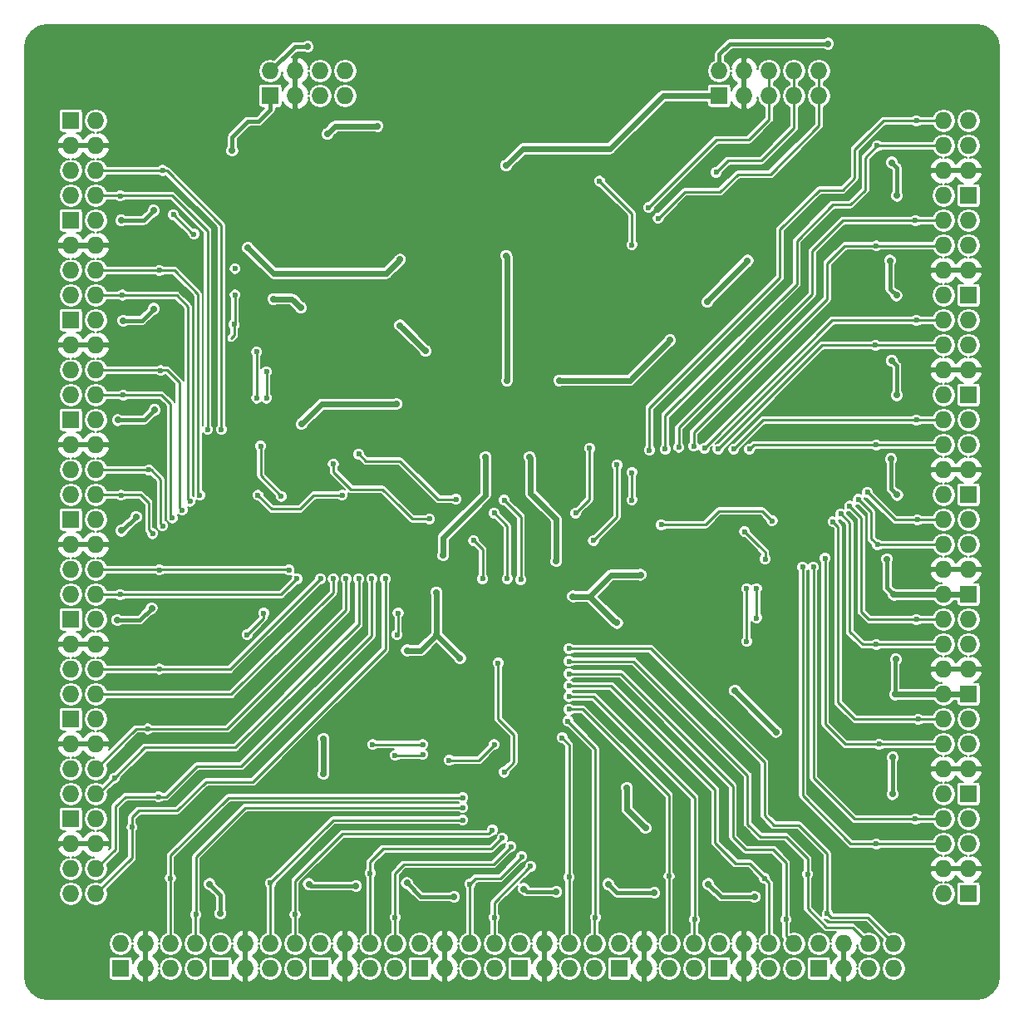
<source format=gbr>
G04 #@! TF.FileFunction,Copper,L2,Bot,Signal*
%FSLAX46Y46*%
G04 Gerber Fmt 4.6, Leading zero omitted, Abs format (unit mm)*
G04 Created by KiCad (PCBNEW 4.0.1-stable) date 2016/05/29 12:35:40*
%MOMM*%
G01*
G04 APERTURE LIST*
%ADD10C,0.100000*%
%ADD11R,1.727200X1.727200*%
%ADD12O,1.727200X1.727200*%
%ADD13C,4.500000*%
%ADD14C,0.600000*%
%ADD15C,0.700000*%
%ADD16C,0.250000*%
%ADD17C,0.600000*%
%ADD18C,0.400000*%
%ADD19C,0.170000*%
G04 APERTURE END LIST*
D10*
D11*
X30080000Y-40160000D03*
D12*
X32620000Y-40160000D03*
X30080000Y-42700000D03*
X32620000Y-42700000D03*
X30080000Y-45240000D03*
X32620000Y-45240000D03*
X30080000Y-47780000D03*
X32620000Y-47780000D03*
D11*
X30080000Y-50320000D03*
D12*
X32620000Y-50320000D03*
X30080000Y-52860000D03*
X32620000Y-52860000D03*
X30080000Y-55400000D03*
X32620000Y-55400000D03*
X30080000Y-57940000D03*
X32620000Y-57940000D03*
D11*
X30080000Y-60480000D03*
D12*
X32620000Y-60480000D03*
X30080000Y-63020000D03*
X32620000Y-63020000D03*
X30080000Y-65560000D03*
X32620000Y-65560000D03*
X30080000Y-68100000D03*
X32620000Y-68100000D03*
D11*
X30080000Y-70640000D03*
D12*
X32620000Y-70640000D03*
X30080000Y-73180000D03*
X32620000Y-73180000D03*
X30080000Y-75720000D03*
X32620000Y-75720000D03*
X30080000Y-78260000D03*
X32620000Y-78260000D03*
D11*
X30080000Y-80800000D03*
D12*
X32620000Y-80800000D03*
X30080000Y-83340000D03*
X32620000Y-83340000D03*
X30080000Y-85880000D03*
X32620000Y-85880000D03*
X30080000Y-88420000D03*
X32620000Y-88420000D03*
D11*
X30080000Y-90960000D03*
D12*
X32620000Y-90960000D03*
X30080000Y-93500000D03*
X32620000Y-93500000D03*
X30080000Y-96040000D03*
X32620000Y-96040000D03*
X30080000Y-98580000D03*
X32620000Y-98580000D03*
D11*
X30080000Y-101120000D03*
D12*
X32620000Y-101120000D03*
X30080000Y-103660000D03*
X32620000Y-103660000D03*
X30080000Y-106200000D03*
X32620000Y-106200000D03*
X30080000Y-108740000D03*
X32620000Y-108740000D03*
D11*
X30080000Y-111280000D03*
D12*
X32620000Y-111280000D03*
X30080000Y-113820000D03*
X32620000Y-113820000D03*
X30080000Y-116360000D03*
X32620000Y-116360000D03*
X30080000Y-118900000D03*
X32620000Y-118900000D03*
D11*
X35160000Y-126520000D03*
D12*
X35160000Y-123980000D03*
X37700000Y-126520000D03*
X37700000Y-123980000D03*
X40240000Y-126520000D03*
X40240000Y-123980000D03*
X42780000Y-126520000D03*
X42780000Y-123980000D03*
D11*
X55480000Y-126520000D03*
D12*
X55480000Y-123980000D03*
X58020000Y-126520000D03*
X58020000Y-123980000D03*
X60560000Y-126520000D03*
X60560000Y-123980000D03*
X63100000Y-126520000D03*
X63100000Y-123980000D03*
D11*
X65640000Y-126520000D03*
D12*
X65640000Y-123980000D03*
X68180000Y-126520000D03*
X68180000Y-123980000D03*
X70720000Y-126520000D03*
X70720000Y-123980000D03*
X73260000Y-126520000D03*
X73260000Y-123980000D03*
D11*
X75800000Y-126520000D03*
D12*
X75800000Y-123980000D03*
X78340000Y-126520000D03*
X78340000Y-123980000D03*
X80880000Y-126520000D03*
X80880000Y-123980000D03*
X83420000Y-126520000D03*
X83420000Y-123980000D03*
D11*
X85960000Y-126520000D03*
D12*
X85960000Y-123980000D03*
X88500000Y-126520000D03*
X88500000Y-123980000D03*
X91040000Y-126520000D03*
X91040000Y-123980000D03*
X93580000Y-126520000D03*
X93580000Y-123980000D03*
D11*
X96120000Y-126520000D03*
D12*
X96120000Y-123980000D03*
X98660000Y-126520000D03*
X98660000Y-123980000D03*
X101200000Y-126520000D03*
X101200000Y-123980000D03*
X103740000Y-126520000D03*
X103740000Y-123980000D03*
D11*
X106280000Y-126520000D03*
D12*
X106280000Y-123980000D03*
X108820000Y-126520000D03*
X108820000Y-123980000D03*
X111360000Y-126520000D03*
X111360000Y-123980000D03*
X113900000Y-126520000D03*
X113900000Y-123980000D03*
D11*
X121520000Y-118900000D03*
D12*
X118980000Y-118900000D03*
X121520000Y-116360000D03*
X118980000Y-116360000D03*
X121520000Y-113820000D03*
X118980000Y-113820000D03*
X121520000Y-111280000D03*
X118980000Y-111280000D03*
D11*
X121520000Y-108740000D03*
D12*
X118980000Y-108740000D03*
X121520000Y-106200000D03*
X118980000Y-106200000D03*
X121520000Y-103660000D03*
X118980000Y-103660000D03*
X121520000Y-101120000D03*
X118980000Y-101120000D03*
D11*
X121520000Y-98580000D03*
D12*
X118980000Y-98580000D03*
X121520000Y-96040000D03*
X118980000Y-96040000D03*
X121520000Y-93500000D03*
X118980000Y-93500000D03*
X121520000Y-90960000D03*
X118980000Y-90960000D03*
D11*
X121520000Y-88420000D03*
D12*
X118980000Y-88420000D03*
X121520000Y-85880000D03*
X118980000Y-85880000D03*
X121520000Y-83340000D03*
X118980000Y-83340000D03*
X121520000Y-80800000D03*
X118980000Y-80800000D03*
D11*
X121520000Y-78260000D03*
D12*
X118980000Y-78260000D03*
X121520000Y-75720000D03*
X118980000Y-75720000D03*
X121520000Y-73180000D03*
X118980000Y-73180000D03*
X121520000Y-70640000D03*
X118980000Y-70640000D03*
D11*
X121520000Y-68100000D03*
D12*
X118980000Y-68100000D03*
X121520000Y-65560000D03*
X118980000Y-65560000D03*
X121520000Y-63020000D03*
X118980000Y-63020000D03*
X121520000Y-60480000D03*
X118980000Y-60480000D03*
D11*
X121520000Y-57940000D03*
D12*
X118980000Y-57940000D03*
X121520000Y-55400000D03*
X118980000Y-55400000D03*
X121520000Y-52860000D03*
X118980000Y-52860000D03*
X121520000Y-50320000D03*
X118980000Y-50320000D03*
D11*
X121520000Y-47780000D03*
D12*
X118980000Y-47780000D03*
X121520000Y-45240000D03*
X118980000Y-45240000D03*
X121520000Y-42700000D03*
X118980000Y-42700000D03*
X121520000Y-40160000D03*
X118980000Y-40160000D03*
D11*
X50400000Y-37620000D03*
D12*
X50400000Y-35080000D03*
X52940000Y-37620000D03*
X52940000Y-35080000D03*
X55480000Y-37620000D03*
X55480000Y-35080000D03*
X58020000Y-37620000D03*
X58020000Y-35080000D03*
D13*
X29000000Y-34000000D03*
X29000000Y-126000000D03*
X121000000Y-34000000D03*
X121000000Y-126000000D03*
D11*
X45320000Y-126520000D03*
D12*
X45320000Y-123980000D03*
X47860000Y-126520000D03*
X47860000Y-123980000D03*
X50400000Y-126520000D03*
X50400000Y-123980000D03*
X52940000Y-126520000D03*
X52940000Y-123980000D03*
D11*
X96120000Y-37620000D03*
D12*
X96120000Y-35080000D03*
X98660000Y-37620000D03*
X98660000Y-35080000D03*
X101200000Y-37620000D03*
X101200000Y-35080000D03*
X103740000Y-37620000D03*
X103740000Y-35080000D03*
X106280000Y-37620000D03*
X106280000Y-35080000D03*
D14*
X46800000Y-57900000D03*
X46800000Y-55200000D03*
X46700000Y-60900000D03*
X40500000Y-49700000D03*
X42600000Y-51700000D03*
X49700000Y-90300000D03*
X48000000Y-92500000D03*
X63400000Y-90300000D03*
X63300000Y-92500000D03*
X49400000Y-73300000D03*
X51500000Y-78400000D03*
X57000000Y-53800000D03*
X61000000Y-67300000D03*
X61000000Y-63400000D03*
X61100000Y-58100000D03*
X58200000Y-67300000D03*
X60800000Y-53200000D03*
X65800000Y-57500000D03*
X65900000Y-52500000D03*
X65300000Y-44500000D03*
X65000000Y-47500000D03*
X54300000Y-46300000D03*
X54300000Y-48000000D03*
X61300000Y-47500000D03*
X101750000Y-41250000D03*
X104200000Y-44600000D03*
X101700000Y-46900000D03*
X98500000Y-46900000D03*
X97800000Y-43200000D03*
X99800000Y-43100000D03*
X93900000Y-40700000D03*
X96600000Y-40600000D03*
X98400000Y-40200000D03*
X112600000Y-46300000D03*
X116000000Y-46000000D03*
X111500000Y-56400000D03*
X115500000Y-55900000D03*
X112000000Y-66500000D03*
X116100000Y-66200000D03*
X111700000Y-75720000D03*
X115800000Y-75600000D03*
X111800000Y-86600000D03*
X115600000Y-86000000D03*
X112000000Y-96900000D03*
X115700000Y-96700000D03*
X110900000Y-107000000D03*
X115000000Y-106900000D03*
X115400000Y-116400000D03*
X112300000Y-116600000D03*
X97400000Y-118000000D03*
X97900000Y-120600000D03*
X88300000Y-117600000D03*
X86600000Y-117600000D03*
X90000000Y-120300000D03*
X87900000Y-120300000D03*
X65800000Y-117000000D03*
X67400000Y-117100000D03*
X67400000Y-120800000D03*
X58020000Y-119620000D03*
X46900000Y-121400000D03*
X48600000Y-120100000D03*
X46000000Y-118200000D03*
X48400000Y-112900000D03*
X48900000Y-115800000D03*
X48900000Y-117400000D03*
X57300000Y-115100000D03*
X56100000Y-116800000D03*
X36000000Y-42700000D03*
X38300000Y-40500000D03*
X54250000Y-44500000D03*
X40200000Y-61000000D03*
X58200000Y-58000000D03*
X55300000Y-58100000D03*
X55400000Y-63500000D03*
X55400000Y-67400000D03*
X55300000Y-71700000D03*
X50950000Y-76100000D03*
X50000000Y-82500000D03*
X50000000Y-80800000D03*
X53700000Y-111100000D03*
X57700000Y-107700000D03*
X53700000Y-108000000D03*
X50700000Y-107900000D03*
X48300000Y-111100000D03*
X50700000Y-111100000D03*
X89100000Y-108600000D03*
X85100000Y-105300000D03*
X88700000Y-61400000D03*
X88900000Y-58200000D03*
X88900000Y-55000000D03*
X81200000Y-61400000D03*
X81000000Y-58200000D03*
X81000000Y-55000000D03*
X84400000Y-54900000D03*
X84400000Y-58200000D03*
X84400000Y-61500000D03*
X53000000Y-31000000D03*
X99000000Y-31000000D03*
X103000000Y-87800000D03*
X98700000Y-86300000D03*
X65800000Y-107900000D03*
X68800000Y-104100000D03*
X46700000Y-68900000D03*
X51000000Y-73200000D03*
X91200000Y-45200000D03*
X94200000Y-45300000D03*
X102500000Y-39000000D03*
X82400000Y-81600000D03*
X88500000Y-47900000D03*
X84400000Y-74300000D03*
X87400000Y-81600000D03*
X73200000Y-86800000D03*
X72100000Y-81600000D03*
X73200000Y-92800000D03*
X58200000Y-75100000D03*
X68000000Y-79800000D03*
X53500000Y-41500000D03*
D15*
X74400000Y-44700000D03*
X74400000Y-53900000D03*
X74500000Y-66600000D03*
X79800000Y-66600000D03*
X91100000Y-62500000D03*
X94900000Y-58600000D03*
X99000000Y-54400000D03*
X66200000Y-63600000D03*
X63600000Y-61000000D03*
X63200000Y-69000000D03*
X53550000Y-71050000D03*
X81200000Y-88600000D03*
X79500000Y-85000000D03*
X76800000Y-74400000D03*
X67300000Y-88200000D03*
X68000000Y-84400000D03*
X67300000Y-92500000D03*
X69700000Y-94900000D03*
X64300000Y-94100000D03*
X72300000Y-74400000D03*
X63600000Y-54300000D03*
X48100000Y-53100000D03*
X85700000Y-91300000D03*
X86700000Y-108100000D03*
X88600000Y-112200000D03*
X88100000Y-86400000D03*
X97700000Y-98200000D03*
X101900000Y-102400000D03*
X55800000Y-103100000D03*
X55800000Y-106700000D03*
X53500000Y-59200000D03*
X50700000Y-58300000D03*
X114220000Y-47780000D03*
X113700000Y-44400000D03*
X114160000Y-57940000D03*
X113500000Y-54400000D03*
X114200000Y-68100000D03*
X113700000Y-64600000D03*
X114240000Y-78260000D03*
X113600000Y-74600000D03*
X113880000Y-88420000D03*
X113200000Y-84800000D03*
X114020000Y-98580000D03*
X114100000Y-95000000D03*
X113760000Y-108740000D03*
X113800000Y-105000000D03*
X99700000Y-119200000D03*
X95000000Y-117900000D03*
X89500000Y-118800000D03*
X84800000Y-117900000D03*
X79500000Y-118700000D03*
X76200000Y-118400000D03*
X69100000Y-119200000D03*
X64300000Y-117800000D03*
X59100000Y-118100000D03*
X54300000Y-117900000D03*
X45300000Y-120900000D03*
X44200000Y-117900000D03*
X34800000Y-91000000D03*
X38300000Y-89800000D03*
X36700000Y-80500000D03*
X35200000Y-81900000D03*
X34840000Y-70640000D03*
X38600000Y-69600000D03*
X38500000Y-59300000D03*
X35400000Y-60500000D03*
X35200000Y-50300000D03*
X38500000Y-49300000D03*
X107200000Y-32300000D03*
X61300000Y-40700000D03*
X56200000Y-41500000D03*
D14*
X50000000Y-65700000D03*
X50000000Y-68400000D03*
X49000000Y-63700000D03*
X49000000Y-68400000D03*
X73200000Y-103700000D03*
X68600000Y-105300000D03*
X60800000Y-103700000D03*
X65900000Y-103700000D03*
X63100000Y-104800000D03*
X65900000Y-104700000D03*
X98700000Y-82000000D03*
X98900000Y-93200000D03*
X98900000Y-87800000D03*
X100800000Y-84800000D03*
X99900000Y-90800000D03*
X99900000Y-87800000D03*
X39400000Y-45200000D03*
X45400000Y-71600000D03*
X35100000Y-47800000D03*
X44000000Y-71600000D03*
X39100000Y-55400000D03*
X43200000Y-78300000D03*
X35300000Y-57900000D03*
X42200000Y-78900000D03*
X39200000Y-65600000D03*
X41400000Y-79800000D03*
X35400000Y-68100000D03*
X40400000Y-80600000D03*
X38000000Y-75700000D03*
X39400000Y-81400000D03*
X35200000Y-78300000D03*
X38400000Y-82200000D03*
X39100000Y-85900000D03*
X52300000Y-85900000D03*
X35100000Y-88400000D03*
X53100000Y-86800000D03*
X39100000Y-96000000D03*
X55500000Y-86800000D03*
X56800000Y-86800000D03*
X37900000Y-102100000D03*
X58100000Y-86800000D03*
X34500000Y-107100000D03*
X59400000Y-86800000D03*
X39000000Y-109000000D03*
X60700000Y-86800000D03*
X62100000Y-86800000D03*
X36300000Y-112100000D03*
D15*
X54200000Y-32600000D03*
X46500000Y-43200000D03*
D14*
X40200000Y-117300000D03*
X70000000Y-109100000D03*
X70000000Y-110100000D03*
X42800000Y-121000000D03*
X70000000Y-111400000D03*
X50400000Y-117800000D03*
X52900000Y-121000000D03*
X73000000Y-112400000D03*
X60560000Y-116800000D03*
X74000000Y-113200000D03*
X63100000Y-121300000D03*
X74900000Y-114100000D03*
X70700000Y-117900000D03*
X76000000Y-115100000D03*
X73200000Y-121300000D03*
X76900000Y-116100000D03*
X80800000Y-117200000D03*
X80100000Y-103000000D03*
X83500000Y-121300000D03*
X80700000Y-101300000D03*
X91000000Y-117100000D03*
X80800000Y-100100000D03*
X93600000Y-121500000D03*
X80800000Y-98800000D03*
X100700000Y-117300000D03*
X80800000Y-97700000D03*
X102900000Y-121500000D03*
X80800000Y-96500000D03*
X105100000Y-116900000D03*
X80800000Y-95200000D03*
X107100000Y-120900000D03*
X80800000Y-93900000D03*
X112100000Y-113800000D03*
X104600000Y-85600000D03*
X116100000Y-111280000D03*
X105700000Y-85600000D03*
X112400000Y-103660000D03*
X106900000Y-84700000D03*
X116400000Y-101120000D03*
X107700000Y-81000000D03*
X108500000Y-80200000D03*
X112100000Y-93500000D03*
X116200000Y-90960000D03*
X109400000Y-79400000D03*
X112240000Y-83340000D03*
X110300000Y-78700000D03*
X116300000Y-80800000D03*
X111200000Y-78000000D03*
X112100000Y-73180000D03*
X99200000Y-73600000D03*
X116200000Y-70640000D03*
X97600000Y-73600000D03*
X112000000Y-63020000D03*
X96000000Y-73600000D03*
X116200000Y-60480000D03*
X94600000Y-73500000D03*
X112100000Y-52900000D03*
X93500000Y-73300000D03*
X116100000Y-50320000D03*
X92000000Y-73400000D03*
X112200000Y-42700000D03*
X90600000Y-73600000D03*
X116200000Y-40160000D03*
X89000000Y-73700000D03*
X69300000Y-78700000D03*
X59400000Y-74100000D03*
X73200000Y-80100000D03*
X74500000Y-86800000D03*
X95800000Y-45400000D03*
X81500000Y-80100000D03*
X82900000Y-73500000D03*
X85700000Y-75200000D03*
X83300000Y-82900000D03*
X88900000Y-49000000D03*
X71100000Y-82900000D03*
X72000000Y-86800000D03*
X66600000Y-80700000D03*
X56800000Y-75100000D03*
X83900000Y-46300000D03*
X87200000Y-52800000D03*
X87200000Y-76000000D03*
X87200000Y-78800000D03*
X89900000Y-50100000D03*
X75900000Y-86900000D03*
X74200000Y-78800000D03*
X74200000Y-106500000D03*
X73600000Y-95400000D03*
X57700000Y-78300000D03*
X49100000Y-78300000D03*
X101500000Y-80900000D03*
X90200000Y-81300000D03*
D16*
X46800000Y-60800000D02*
X46800000Y-57900000D01*
X46400000Y-62300000D02*
X46700000Y-62000000D01*
X46700000Y-62000000D02*
X46700000Y-60900000D01*
X46700000Y-60900000D02*
X46800000Y-60800000D01*
X42500000Y-51700000D02*
X40500000Y-49700000D01*
X42600000Y-51700000D02*
X42500000Y-51700000D01*
X49700000Y-90300000D02*
X49700000Y-90800000D01*
X49700000Y-90800000D02*
X48000000Y-92500000D01*
X63400000Y-92400000D02*
X63400000Y-90300000D01*
X63300000Y-92500000D02*
X63400000Y-92400000D01*
X49400000Y-76300000D02*
X49400000Y-73300000D01*
X51500000Y-78400000D02*
X49400000Y-76300000D01*
X58200000Y-67300000D02*
X61000000Y-67300000D01*
X61000000Y-63400000D02*
X61000000Y-58200000D01*
X61100000Y-58100000D02*
X61000000Y-58200000D01*
X65000000Y-47500000D02*
X65000000Y-51600000D01*
X65000000Y-51600000D02*
X65900000Y-52500000D01*
X61300000Y-47500000D02*
X65000000Y-47500000D01*
X54300000Y-48000000D02*
X54800000Y-47500000D01*
X54250000Y-46250000D02*
X54300000Y-46300000D01*
X54800000Y-47500000D02*
X61300000Y-47500000D01*
X98500000Y-46900000D02*
X101700000Y-46900000D01*
X99700000Y-43200000D02*
X97800000Y-43200000D01*
X99800000Y-43100000D02*
X99700000Y-43200000D01*
X98000000Y-40600000D02*
X96600000Y-40600000D01*
X98400000Y-40200000D02*
X98000000Y-40600000D01*
X118980000Y-45240000D02*
X116760000Y-45240000D01*
X116760000Y-45240000D02*
X116000000Y-46000000D01*
X118980000Y-55400000D02*
X116000000Y-55400000D01*
X116000000Y-55400000D02*
X115500000Y-55900000D01*
X118980000Y-65560000D02*
X116740000Y-65560000D01*
X116740000Y-65560000D02*
X116100000Y-66200000D01*
X111700000Y-75720000D02*
X111700000Y-75700000D01*
X118980000Y-75720000D02*
X115920000Y-75720000D01*
X115920000Y-75720000D02*
X115800000Y-75600000D01*
X118980000Y-85880000D02*
X115720000Y-85880000D01*
X115720000Y-85880000D02*
X115600000Y-86000000D01*
X118980000Y-96040000D02*
X116360000Y-96040000D01*
X116360000Y-96040000D02*
X115700000Y-96700000D01*
X118980000Y-106200000D02*
X115700000Y-106200000D01*
X115700000Y-106200000D02*
X115000000Y-106900000D01*
X115400000Y-116400000D02*
X112500000Y-116400000D01*
X115440000Y-116360000D02*
X115400000Y-116400000D01*
X118980000Y-116360000D02*
X115440000Y-116360000D01*
X112500000Y-116400000D02*
X112300000Y-116600000D01*
X98660000Y-123980000D02*
X98660000Y-121360000D01*
X98660000Y-121360000D02*
X97900000Y-120600000D01*
X86600000Y-117600000D02*
X88300000Y-117600000D01*
X87900000Y-120300000D02*
X90000000Y-120300000D01*
X68180000Y-123980000D02*
X68180000Y-121580000D01*
X67300000Y-117000000D02*
X65800000Y-117000000D01*
X67400000Y-117100000D02*
X67300000Y-117000000D01*
X68180000Y-121580000D02*
X67400000Y-120800000D01*
X58020000Y-119620000D02*
X58000000Y-119600000D01*
X48600000Y-120100000D02*
X48600000Y-117700000D01*
X46900000Y-121400000D02*
X48200000Y-120100000D01*
X48200000Y-120100000D02*
X48600000Y-120100000D01*
X48400000Y-115300000D02*
X48400000Y-112900000D01*
X48900000Y-115800000D02*
X48400000Y-115300000D01*
X48600000Y-117700000D02*
X48900000Y-117400000D01*
X56100000Y-116300000D02*
X57300000Y-115100000D01*
X56100000Y-116800000D02*
X56100000Y-116300000D01*
X36000000Y-42700000D02*
X38200000Y-40500000D01*
X32620000Y-42700000D02*
X36000000Y-42700000D01*
X38200000Y-40500000D02*
X38300000Y-40500000D01*
X54250000Y-44500000D02*
X54250000Y-46250000D01*
X51000000Y-73200000D02*
X53800000Y-73200000D01*
X55400000Y-67400000D02*
X55400000Y-63500000D01*
X53800000Y-73200000D02*
X55300000Y-71700000D01*
X50950000Y-76100000D02*
X50900000Y-76100000D01*
X50000000Y-82500000D02*
X50000000Y-80800000D01*
X57700000Y-107700000D02*
X57400000Y-108000000D01*
X57400000Y-108000000D02*
X53700000Y-108000000D01*
X50700000Y-111100000D02*
X48300000Y-111100000D01*
X85800000Y-105300000D02*
X89100000Y-108600000D01*
X85100000Y-105300000D02*
X85800000Y-105300000D01*
X84400000Y-54900000D02*
X84500000Y-55000000D01*
X88900000Y-61200000D02*
X88700000Y-61400000D01*
X88900000Y-58200000D02*
X88900000Y-61200000D01*
X84500000Y-55000000D02*
X88900000Y-55000000D01*
X81200000Y-58400000D02*
X81200000Y-61400000D01*
X81000000Y-58200000D02*
X81200000Y-58400000D01*
X84300000Y-55000000D02*
X81000000Y-55000000D01*
X84400000Y-54900000D02*
X84300000Y-55000000D01*
X84400000Y-61500000D02*
X84400000Y-58200000D01*
X53000000Y-31000000D02*
X32000000Y-31000000D01*
X32000000Y-31000000D02*
X29000000Y-34000000D01*
X99000000Y-31000000D02*
X53000000Y-31000000D01*
X121000000Y-34000000D02*
X118000000Y-31000000D01*
X118000000Y-31000000D02*
X99000000Y-31000000D01*
X123000000Y-45240000D02*
X124000000Y-44240000D01*
X124000000Y-37000000D02*
X121000000Y-34000000D01*
X124000000Y-44240000D02*
X124000000Y-37000000D01*
X123400000Y-55400000D02*
X124000000Y-54800000D01*
X123240000Y-45240000D02*
X123000000Y-45240000D01*
X123000000Y-45240000D02*
X121520000Y-45240000D01*
X124000000Y-46000000D02*
X123240000Y-45240000D01*
X124000000Y-54800000D02*
X124000000Y-46000000D01*
X123560000Y-65560000D02*
X123560000Y-65440000D01*
X123400000Y-55400000D02*
X124000000Y-56000000D01*
X124000000Y-56000000D02*
X124000000Y-65000000D01*
X123400000Y-55400000D02*
X121520000Y-55400000D01*
X123560000Y-65440000D02*
X124000000Y-65000000D01*
X122720000Y-75720000D02*
X124000000Y-74440000D01*
X123560000Y-65560000D02*
X121520000Y-65560000D01*
X124000000Y-66000000D02*
X123560000Y-65560000D01*
X124000000Y-74440000D02*
X124000000Y-66000000D01*
X122880000Y-85880000D02*
X124000000Y-84760000D01*
X122720000Y-75720000D02*
X121520000Y-75720000D01*
X124000000Y-77000000D02*
X122720000Y-75720000D01*
X124000000Y-84760000D02*
X124000000Y-77000000D01*
X123000000Y-96040000D02*
X124000000Y-95040000D01*
X122880000Y-85880000D02*
X121520000Y-85880000D01*
X124000000Y-87000000D02*
X122880000Y-85880000D01*
X124000000Y-95040000D02*
X124000000Y-87000000D01*
X123000000Y-106200000D02*
X124000000Y-105200000D01*
X123040000Y-96040000D02*
X123000000Y-96040000D01*
X123000000Y-96040000D02*
X121520000Y-96040000D01*
X124000000Y-97000000D02*
X123040000Y-96040000D01*
X124000000Y-105200000D02*
X124000000Y-97000000D01*
X123360000Y-116360000D02*
X124000000Y-115720000D01*
X123200000Y-106200000D02*
X123000000Y-106200000D01*
X123000000Y-106200000D02*
X121520000Y-106200000D01*
X124000000Y-107000000D02*
X123200000Y-106200000D01*
X124000000Y-115720000D02*
X124000000Y-107000000D01*
X124000000Y-117000000D02*
X123360000Y-116360000D01*
X124000000Y-123000000D02*
X124000000Y-117000000D01*
X121000000Y-126000000D02*
X124000000Y-123000000D01*
X123360000Y-116360000D02*
X121520000Y-116360000D01*
X108820000Y-128180000D02*
X109640000Y-129000000D01*
X118000000Y-129000000D02*
X121000000Y-126000000D01*
X109640000Y-129000000D02*
X118000000Y-129000000D01*
X98660000Y-128340000D02*
X99320000Y-129000000D01*
X108820000Y-128180000D02*
X108820000Y-123980000D01*
X108000000Y-129000000D02*
X108820000Y-128180000D01*
X105000000Y-129000000D02*
X108000000Y-129000000D01*
X99320000Y-129000000D02*
X105000000Y-129000000D01*
X98660000Y-126520000D02*
X98660000Y-123980000D01*
X88500000Y-128500000D02*
X89000000Y-129000000D01*
X98660000Y-128340000D02*
X98660000Y-126520000D01*
X98000000Y-129000000D02*
X98660000Y-128340000D01*
X97000000Y-129000000D02*
X98000000Y-129000000D01*
X89000000Y-129000000D02*
X97000000Y-129000000D01*
X78340000Y-127660000D02*
X79680000Y-129000000D01*
X88500000Y-128500000D02*
X88500000Y-123980000D01*
X88000000Y-129000000D02*
X88500000Y-128500000D01*
X79680000Y-129000000D02*
X88000000Y-129000000D01*
X68180000Y-127820000D02*
X69360000Y-129000000D01*
X78340000Y-127660000D02*
X78340000Y-123980000D01*
X77000000Y-129000000D02*
X78340000Y-127660000D01*
X69360000Y-129000000D02*
X77000000Y-129000000D01*
X58020000Y-128000000D02*
X59020000Y-129000000D01*
X68180000Y-127820000D02*
X68180000Y-123980000D01*
X67000000Y-129000000D02*
X68180000Y-127820000D01*
X59020000Y-129000000D02*
X67000000Y-129000000D01*
X47860000Y-128140000D02*
X48720000Y-129000000D01*
X58020000Y-127980000D02*
X58020000Y-128000000D01*
X58020000Y-128000000D02*
X58020000Y-126520000D01*
X57000000Y-129000000D02*
X58020000Y-127980000D01*
X48720000Y-129000000D02*
X57000000Y-129000000D01*
X37700000Y-128300000D02*
X38400000Y-129000000D01*
X47860000Y-128140000D02*
X47860000Y-126520000D01*
X47000000Y-129000000D02*
X47860000Y-128140000D01*
X46000000Y-129000000D02*
X47000000Y-129000000D01*
X38400000Y-129000000D02*
X46000000Y-129000000D01*
X36000000Y-129000000D02*
X37000000Y-129000000D01*
X32000000Y-129000000D02*
X36000000Y-129000000D01*
X29000000Y-126000000D02*
X32000000Y-129000000D01*
X37700000Y-128300000D02*
X37700000Y-126520000D01*
X37000000Y-129000000D02*
X37700000Y-128300000D01*
X37700000Y-127300000D02*
X37700000Y-126520000D01*
X29000000Y-113820000D02*
X27000000Y-115820000D01*
X27000000Y-124000000D02*
X29000000Y-126000000D01*
X27000000Y-115820000D02*
X27000000Y-124000000D01*
X28660000Y-103660000D02*
X27000000Y-105320000D01*
X28820000Y-113820000D02*
X29000000Y-113820000D01*
X29000000Y-113820000D02*
X32620000Y-113820000D01*
X27000000Y-112000000D02*
X28820000Y-113820000D01*
X27000000Y-105320000D02*
X27000000Y-112000000D01*
X27000000Y-84680000D02*
X27000000Y-85000000D01*
X28340000Y-83340000D02*
X27000000Y-84680000D01*
X27000000Y-92000000D02*
X27000000Y-85000000D01*
X27000000Y-92000000D02*
X28500000Y-93500000D01*
X30080000Y-93500000D02*
X28500000Y-93500000D01*
X28500000Y-93500000D02*
X27000000Y-95000000D01*
X27000000Y-102000000D02*
X28660000Y-103660000D01*
X28660000Y-103660000D02*
X32620000Y-103660000D01*
X27000000Y-95000000D02*
X27000000Y-102000000D01*
X28180000Y-73180000D02*
X27820000Y-73180000D01*
X28340000Y-83340000D02*
X32620000Y-83340000D01*
X27000000Y-82000000D02*
X28340000Y-83340000D01*
X27000000Y-74000000D02*
X27000000Y-82000000D01*
X27820000Y-73180000D02*
X27000000Y-74000000D01*
X28000000Y-63020000D02*
X27000000Y-64020000D01*
X28180000Y-73180000D02*
X32620000Y-73180000D01*
X27000000Y-72000000D02*
X28180000Y-73180000D01*
X27000000Y-64020000D02*
X27000000Y-72000000D01*
X28000000Y-53000000D02*
X27000000Y-54000000D01*
X28020000Y-63020000D02*
X28000000Y-63020000D01*
X28000000Y-63020000D02*
X32620000Y-63020000D01*
X27000000Y-62000000D02*
X28020000Y-63020000D01*
X27000000Y-54000000D02*
X27000000Y-62000000D01*
X27700000Y-42700000D02*
X27000000Y-43400000D01*
X28000000Y-53000000D02*
X29940000Y-53000000D01*
X27000000Y-52000000D02*
X28000000Y-53000000D01*
X27000000Y-43400000D02*
X27000000Y-52000000D01*
X29940000Y-53000000D02*
X32480000Y-53000000D01*
X32480000Y-53000000D02*
X32620000Y-52860000D01*
X29000000Y-34000000D02*
X29000000Y-35000000D01*
X29000000Y-35000000D02*
X27000000Y-37000000D01*
X27000000Y-37000000D02*
X27000000Y-42000000D01*
X27000000Y-42000000D02*
X27700000Y-42700000D01*
X27700000Y-42700000D02*
X32620000Y-42700000D01*
X98660000Y-35080000D02*
X98660000Y-37620000D01*
X101500000Y-86300000D02*
X103000000Y-87800000D01*
X98700000Y-86300000D02*
X101500000Y-86300000D01*
X68000000Y-104300000D02*
X68200000Y-104100000D01*
X68000000Y-104300000D02*
X66800000Y-105500000D01*
X66800000Y-105500000D02*
X66800000Y-106900000D01*
X66800000Y-106900000D02*
X65800000Y-107900000D01*
X68200000Y-104100000D02*
X68800000Y-104100000D01*
X51000000Y-73200000D02*
X46700000Y-68900000D01*
X94200000Y-45300000D02*
X96300000Y-43200000D01*
X96300000Y-43200000D02*
X99800000Y-43200000D01*
X99800000Y-43200000D02*
X101750000Y-41250000D01*
X101750000Y-41250000D02*
X102500000Y-40500000D01*
X102500000Y-40500000D02*
X102500000Y-39000000D01*
X84400000Y-79600000D02*
X84400000Y-74300000D01*
X82400000Y-81600000D02*
X84400000Y-79600000D01*
X98660000Y-39840000D02*
X98660000Y-37620000D01*
X97400000Y-41100000D02*
X98660000Y-39840000D01*
X95300000Y-41100000D02*
X97400000Y-41100000D01*
X91200000Y-45200000D02*
X95300000Y-41100000D01*
X88500000Y-47900000D02*
X91200000Y-45200000D01*
X73200000Y-82700000D02*
X72100000Y-81600000D01*
X73200000Y-86800000D02*
X73200000Y-82700000D01*
X62600000Y-76300000D02*
X66100000Y-79800000D01*
X59400000Y-76300000D02*
X62600000Y-76300000D01*
X58200000Y-75100000D02*
X59400000Y-76300000D01*
X66100000Y-79800000D02*
X68000000Y-79800000D01*
X52940000Y-37620000D02*
X52940000Y-40940000D01*
X52940000Y-40940000D02*
X53500000Y-41500000D01*
D17*
X118980000Y-98580000D02*
X114020000Y-98580000D01*
X118980000Y-98580000D02*
X121520000Y-98580000D01*
X118980000Y-88420000D02*
X113880000Y-88420000D01*
X118980000Y-88420000D02*
X121520000Y-88420000D01*
X85000000Y-43000000D02*
X76100000Y-43000000D01*
X76100000Y-43000000D02*
X74400000Y-44700000D01*
X74400000Y-53900000D02*
X74500000Y-54000000D01*
X74500000Y-54000000D02*
X74500000Y-66600000D01*
X90380000Y-37620000D02*
X85000000Y-43000000D01*
X96120000Y-37620000D02*
X90380000Y-37620000D01*
X87000000Y-66600000D02*
X79800000Y-66600000D01*
X91100000Y-62500000D02*
X87000000Y-66600000D01*
X94900000Y-58500000D02*
X94900000Y-58600000D01*
X99000000Y-54400000D02*
X94900000Y-58500000D01*
X63600000Y-61000000D02*
X66200000Y-63600000D01*
X55600000Y-69000000D02*
X63200000Y-69000000D01*
X53550000Y-71050000D02*
X55600000Y-69000000D01*
X79500000Y-85000000D02*
X79500000Y-80700000D01*
X79500000Y-80700000D02*
X76900000Y-78100000D01*
X76900000Y-78100000D02*
X76900000Y-76000000D01*
X81200000Y-88600000D02*
X82900000Y-88600000D01*
X76900000Y-74500000D02*
X76900000Y-76000000D01*
X76800000Y-74400000D02*
X76900000Y-74500000D01*
X72300000Y-75900000D02*
X72300000Y-74400000D01*
X68000000Y-84400000D02*
X68000000Y-82600000D01*
X68000000Y-82600000D02*
X72300000Y-78300000D01*
X72300000Y-78300000D02*
X72300000Y-75900000D01*
X69700000Y-94900000D02*
X67300000Y-92500000D01*
X65700000Y-94100000D02*
X67300000Y-92500000D01*
X64300000Y-94100000D02*
X65700000Y-94100000D01*
X67300000Y-92500000D02*
X67300000Y-88200000D01*
X50700000Y-55700000D02*
X60700000Y-55700000D01*
X63600000Y-54300000D02*
X62200000Y-55700000D01*
X62200000Y-55700000D02*
X60700000Y-55700000D01*
X48100000Y-53100000D02*
X50700000Y-55700000D01*
X85700000Y-91300000D02*
X85600000Y-91300000D01*
X86700000Y-110300000D02*
X86700000Y-108100000D01*
X88600000Y-112200000D02*
X86700000Y-110300000D01*
X85600000Y-91300000D02*
X82900000Y-88600000D01*
X88100000Y-86400000D02*
X85100000Y-86400000D01*
X85100000Y-86400000D02*
X82900000Y-88600000D01*
X97700000Y-98200000D02*
X101900000Y-102400000D01*
X55800000Y-103100000D02*
X55800000Y-106700000D01*
X53500000Y-59200000D02*
X52600000Y-58300000D01*
X52600000Y-58300000D02*
X50700000Y-58300000D01*
D18*
X114220000Y-44920000D02*
X114220000Y-47780000D01*
X114220000Y-44920000D02*
X113700000Y-44400000D01*
X113500000Y-57280000D02*
X114160000Y-57940000D01*
X113500000Y-57280000D02*
X113500000Y-54400000D01*
X114200000Y-65100000D02*
X113700000Y-64600000D01*
X114200000Y-65100000D02*
X114200000Y-68100000D01*
X113600000Y-77620000D02*
X113600000Y-74600000D01*
X113600000Y-77620000D02*
X114240000Y-78260000D01*
X113880000Y-88420000D02*
X113200000Y-87740000D01*
X113200000Y-87740000D02*
X113200000Y-84800000D01*
X114020000Y-95080000D02*
X114020000Y-98580000D01*
X114020000Y-95080000D02*
X114100000Y-95000000D01*
X113760000Y-105040000D02*
X113800000Y-105000000D01*
X113760000Y-105040000D02*
X113760000Y-108740000D01*
X95000000Y-117900000D02*
X96300000Y-119200000D01*
X96300000Y-119200000D02*
X99700000Y-119200000D01*
X85700000Y-118800000D02*
X89500000Y-118800000D01*
X84800000Y-117900000D02*
X85700000Y-118800000D01*
X76500000Y-118700000D02*
X79500000Y-118700000D01*
X76200000Y-118400000D02*
X76500000Y-118700000D01*
X65700000Y-119200000D02*
X69100000Y-119200000D01*
X64300000Y-117800000D02*
X65700000Y-119200000D01*
X54300000Y-117900000D02*
X54500000Y-118100000D01*
X54500000Y-118100000D02*
X59100000Y-118100000D01*
X45300000Y-119000000D02*
X45300000Y-120900000D01*
X44200000Y-117900000D02*
X45300000Y-119000000D01*
X37100000Y-91000000D02*
X34800000Y-91000000D01*
X38300000Y-89800000D02*
X37100000Y-91000000D01*
X36700000Y-80500000D02*
X35300000Y-81900000D01*
X35300000Y-81900000D02*
X35200000Y-81900000D01*
X37560000Y-70640000D02*
X38600000Y-69600000D01*
X34840000Y-70640000D02*
X37560000Y-70640000D01*
X38500000Y-59300000D02*
X37300000Y-60500000D01*
X37300000Y-60500000D02*
X35400000Y-60500000D01*
X37500000Y-50300000D02*
X35200000Y-50300000D01*
X38500000Y-49300000D02*
X37500000Y-50300000D01*
X96120000Y-33380000D02*
X96120000Y-35080000D01*
X97200000Y-32300000D02*
X96120000Y-33380000D01*
X107200000Y-32300000D02*
X97200000Y-32300000D01*
D17*
X61300000Y-40700000D02*
X57000000Y-40700000D01*
X57000000Y-40700000D02*
X56200000Y-41500000D01*
D16*
X50000000Y-68400000D02*
X50000000Y-65700000D01*
X49000000Y-68400000D02*
X49000000Y-63700000D01*
X73200000Y-103700000D02*
X71600000Y-105300000D01*
X71600000Y-105300000D02*
X68600000Y-105300000D01*
X65900000Y-103700000D02*
X60800000Y-103700000D01*
X65800000Y-104800000D02*
X63100000Y-104800000D01*
X65900000Y-104700000D02*
X65800000Y-104800000D01*
X100100000Y-83400000D02*
X100800000Y-84100000D01*
X98700000Y-82000000D02*
X100100000Y-83400000D01*
X98900000Y-87800000D02*
X98900000Y-93200000D01*
X100800000Y-84100000D02*
X100800000Y-84800000D01*
X99900000Y-87800000D02*
X99900000Y-90800000D01*
X39400000Y-45200000D02*
X39400000Y-45240000D01*
X39400000Y-45240000D02*
X39400000Y-45200000D01*
X39400000Y-45200000D02*
X39400000Y-45240000D01*
X32620000Y-45240000D02*
X39400000Y-45240000D01*
X39400000Y-45240000D02*
X39840000Y-45240000D01*
X45400000Y-50800000D02*
X45400000Y-71600000D01*
X39840000Y-45240000D02*
X45400000Y-50800000D01*
X35100000Y-47800000D02*
X35100000Y-47780000D01*
X35100000Y-47780000D02*
X35100000Y-47800000D01*
X35100000Y-47800000D02*
X35100000Y-47780000D01*
X44000000Y-51400000D02*
X40380000Y-47780000D01*
X32620000Y-47780000D02*
X35100000Y-47780000D01*
X35100000Y-47780000D02*
X40380000Y-47780000D01*
X44000000Y-71600000D02*
X44000000Y-51400000D01*
X40600000Y-55400000D02*
X39100000Y-55400000D01*
X39100000Y-55400000D02*
X32620000Y-55400000D01*
X43000000Y-57800000D02*
X40600000Y-55400000D01*
X43000000Y-78100000D02*
X43000000Y-57800000D01*
X43200000Y-78300000D02*
X43000000Y-78100000D01*
X35300000Y-57900000D02*
X35300000Y-57940000D01*
X35300000Y-57940000D02*
X35300000Y-57900000D01*
X35300000Y-57900000D02*
X35300000Y-57940000D01*
X40840000Y-57940000D02*
X35300000Y-57940000D01*
X35300000Y-57940000D02*
X32620000Y-57940000D01*
X42000000Y-59100000D02*
X40840000Y-57940000D01*
X42000000Y-78700000D02*
X42000000Y-59100000D01*
X42200000Y-78900000D02*
X42000000Y-78700000D01*
X39200000Y-65600000D02*
X39200000Y-65560000D01*
X39200000Y-65560000D02*
X39200000Y-65600000D01*
X39200000Y-65600000D02*
X39200000Y-65560000D01*
X39860000Y-65560000D02*
X39200000Y-65560000D01*
X39200000Y-65560000D02*
X32620000Y-65560000D01*
X41100000Y-66800000D02*
X39860000Y-65560000D01*
X41100000Y-79500000D02*
X41100000Y-66800000D01*
X41400000Y-79800000D02*
X41100000Y-79500000D01*
X39300000Y-68100000D02*
X35400000Y-68100000D01*
X35400000Y-68100000D02*
X32620000Y-68100000D01*
X40200000Y-69000000D02*
X39300000Y-68100000D01*
X40200000Y-80400000D02*
X40200000Y-69000000D01*
X40400000Y-80600000D02*
X40200000Y-80400000D01*
X38000000Y-75700000D02*
X38000000Y-75720000D01*
X38000000Y-75720000D02*
X38000000Y-75700000D01*
X38000000Y-75700000D02*
X38000000Y-75720000D01*
X38220000Y-75720000D02*
X38000000Y-75720000D01*
X38000000Y-75720000D02*
X32620000Y-75720000D01*
X39200000Y-76700000D02*
X38220000Y-75720000D01*
X39200000Y-81200000D02*
X39200000Y-76700000D01*
X39400000Y-81400000D02*
X39200000Y-81200000D01*
X35200000Y-78300000D02*
X35200000Y-78260000D01*
X35200000Y-78260000D02*
X35200000Y-78300000D01*
X35200000Y-78300000D02*
X35200000Y-78260000D01*
X37160000Y-78260000D02*
X35200000Y-78260000D01*
X35200000Y-78260000D02*
X32620000Y-78260000D01*
X38000000Y-79100000D02*
X37160000Y-78260000D01*
X38000000Y-81800000D02*
X38000000Y-79100000D01*
X38400000Y-82200000D02*
X38000000Y-81800000D01*
X39100000Y-85900000D02*
X39100000Y-85880000D01*
X39100000Y-85880000D02*
X39100000Y-85900000D01*
X39100000Y-85900000D02*
X39100000Y-85880000D01*
X52280000Y-85880000D02*
X39100000Y-85880000D01*
X39100000Y-85880000D02*
X32620000Y-85880000D01*
X52300000Y-85900000D02*
X52280000Y-85880000D01*
X35100000Y-88400000D02*
X35100000Y-88420000D01*
X35100000Y-88420000D02*
X35100000Y-88400000D01*
X35100000Y-88400000D02*
X35100000Y-88420000D01*
X51480000Y-88420000D02*
X35100000Y-88420000D01*
X35100000Y-88420000D02*
X32620000Y-88420000D01*
X53100000Y-86800000D02*
X51480000Y-88420000D01*
X39100000Y-96000000D02*
X39100000Y-96040000D01*
X39100000Y-96040000D02*
X39100000Y-96000000D01*
X39100000Y-96000000D02*
X39100000Y-96040000D01*
X46260000Y-96040000D02*
X39100000Y-96040000D01*
X39100000Y-96040000D02*
X32620000Y-96040000D01*
X55500000Y-86800000D02*
X46260000Y-96040000D01*
X32620000Y-98580000D02*
X46420000Y-98580000D01*
X56800000Y-88200000D02*
X56800000Y-86800000D01*
X46420000Y-98580000D02*
X56800000Y-88200000D01*
X32620000Y-106200000D02*
X36720000Y-102100000D01*
X36720000Y-102100000D02*
X36900000Y-102100000D01*
X46000000Y-102100000D02*
X37900000Y-102100000D01*
X37900000Y-102100000D02*
X36900000Y-102100000D01*
X36900000Y-102100000D02*
X36720000Y-102100000D01*
X58100000Y-90000000D02*
X46000000Y-102100000D01*
X58100000Y-86800000D02*
X58100000Y-90000000D01*
X37600000Y-104000000D02*
X34500000Y-107100000D01*
X34500000Y-107100000D02*
X32860000Y-108740000D01*
X46800000Y-104000000D02*
X37600000Y-104000000D01*
X59400000Y-91400000D02*
X46800000Y-104000000D01*
X59400000Y-86800000D02*
X59400000Y-91400000D01*
X32860000Y-108740000D02*
X32620000Y-108740000D01*
X34600000Y-114380000D02*
X34600000Y-110000000D01*
X60700000Y-86800000D02*
X60700000Y-92600000D01*
X60700000Y-92600000D02*
X47400000Y-105900000D01*
X47400000Y-105900000D02*
X42900000Y-105900000D01*
X42900000Y-105900000D02*
X39800000Y-109000000D01*
X39800000Y-109000000D02*
X39000000Y-109000000D01*
X39000000Y-109000000D02*
X35600000Y-109000000D01*
X35600000Y-109000000D02*
X34600000Y-110000000D01*
X32620000Y-116360000D02*
X34600000Y-114380000D01*
X36300000Y-112100000D02*
X36300000Y-111100000D01*
X62100000Y-94000000D02*
X62100000Y-86800000D01*
X48600000Y-107500000D02*
X62100000Y-94000000D01*
X43800000Y-107500000D02*
X48600000Y-107500000D01*
X40900000Y-110400000D02*
X43800000Y-107500000D01*
X37000000Y-110400000D02*
X40900000Y-110400000D01*
X36300000Y-111100000D02*
X37000000Y-110400000D01*
X32620000Y-118900000D02*
X36300000Y-115220000D01*
X36300000Y-115220000D02*
X36300000Y-112100000D01*
D18*
X52880000Y-32600000D02*
X50400000Y-35080000D01*
X54200000Y-32600000D02*
X52880000Y-32600000D01*
X50400000Y-39000000D02*
X49200000Y-40200000D01*
X46500000Y-41800000D02*
X46500000Y-43200000D01*
X48100000Y-40200000D02*
X46500000Y-41800000D01*
X49200000Y-40200000D02*
X48100000Y-40200000D01*
X50400000Y-39000000D02*
X50400000Y-37620000D01*
D16*
X40200000Y-117300000D02*
X40200000Y-123940000D01*
X40200000Y-123940000D02*
X40240000Y-123980000D01*
X40200000Y-115000000D02*
X40200000Y-117300000D01*
X46100000Y-109100000D02*
X40200000Y-115000000D01*
X70000000Y-109100000D02*
X46100000Y-109100000D01*
X42780000Y-123980000D02*
X42780000Y-121020000D01*
X42780000Y-121020000D02*
X42800000Y-121000000D01*
X42800000Y-115100000D02*
X42800000Y-121000000D01*
X47800000Y-110100000D02*
X42800000Y-115100000D01*
X70000000Y-110100000D02*
X47800000Y-110100000D01*
X50400000Y-117800000D02*
X50400000Y-123980000D01*
X70000000Y-111400000D02*
X56800000Y-111400000D01*
X56800000Y-111400000D02*
X50400000Y-117800000D01*
X52900000Y-117600000D02*
X52900000Y-121000000D01*
X52900000Y-121000000D02*
X52900000Y-123940000D01*
X57700000Y-112800000D02*
X52900000Y-117600000D01*
X72600000Y-112800000D02*
X57700000Y-112800000D01*
X73000000Y-112400000D02*
X72600000Y-112800000D01*
X52900000Y-123940000D02*
X52940000Y-123980000D01*
X60560000Y-115640000D02*
X60560000Y-116800000D01*
X60560000Y-116800000D02*
X60560000Y-123980000D01*
X61900000Y-114300000D02*
X60560000Y-115640000D01*
X72900000Y-114300000D02*
X61900000Y-114300000D01*
X74000000Y-113200000D02*
X72900000Y-114300000D01*
X63100000Y-121300000D02*
X63100000Y-123980000D01*
X63100000Y-116800000D02*
X63100000Y-121300000D01*
X64000000Y-115900000D02*
X63100000Y-116800000D01*
X73100000Y-115900000D02*
X64000000Y-115900000D01*
X74900000Y-114100000D02*
X73100000Y-115900000D01*
X70700000Y-117900000D02*
X70700000Y-123960000D01*
X70700000Y-123960000D02*
X70720000Y-123980000D01*
X71300000Y-117300000D02*
X70700000Y-117900000D01*
X73800000Y-117300000D02*
X71300000Y-117300000D01*
X76000000Y-115100000D02*
X73800000Y-117300000D01*
X73200000Y-121300000D02*
X73200000Y-123920000D01*
X73200000Y-123920000D02*
X73260000Y-123980000D01*
X73200000Y-119800000D02*
X73200000Y-121300000D01*
X76900000Y-116100000D02*
X73200000Y-119800000D01*
X80800000Y-103700000D02*
X80800000Y-117200000D01*
X80800000Y-117200000D02*
X80800000Y-123900000D01*
X80100000Y-103000000D02*
X80800000Y-103700000D01*
X80800000Y-123900000D02*
X80880000Y-123980000D01*
X83500000Y-121300000D02*
X83420000Y-121380000D01*
X83420000Y-121380000D02*
X83420000Y-123980000D01*
X83500000Y-104100000D02*
X83500000Y-121300000D01*
X80700000Y-101300000D02*
X83500000Y-104100000D01*
X91000000Y-108900000D02*
X91000000Y-117100000D01*
X91000000Y-117100000D02*
X91000000Y-123940000D01*
X82200000Y-100100000D02*
X91000000Y-108900000D01*
X80800000Y-100100000D02*
X82200000Y-100100000D01*
X91000000Y-123940000D02*
X91040000Y-123980000D01*
X93600000Y-121500000D02*
X93580000Y-121520000D01*
X93580000Y-121520000D02*
X93580000Y-123980000D01*
X93600000Y-109100000D02*
X93600000Y-121500000D01*
X83300000Y-98800000D02*
X93600000Y-109100000D01*
X80800000Y-98800000D02*
X83300000Y-98800000D01*
X100700000Y-117300000D02*
X101200000Y-117800000D01*
X101200000Y-117800000D02*
X101200000Y-123980000D01*
X99200000Y-115800000D02*
X100700000Y-117300000D01*
X97800000Y-115800000D02*
X99200000Y-115800000D01*
X95700000Y-113700000D02*
X97800000Y-115800000D01*
X95700000Y-108300000D02*
X95700000Y-113700000D01*
X85100000Y-97700000D02*
X95700000Y-108300000D01*
X80800000Y-97700000D02*
X85100000Y-97700000D01*
X102900000Y-121500000D02*
X102900000Y-123140000D01*
X102900000Y-123140000D02*
X103740000Y-123980000D01*
X102900000Y-115700000D02*
X102900000Y-121500000D01*
X101600000Y-114400000D02*
X102900000Y-115700000D01*
X98800000Y-114400000D02*
X101600000Y-114400000D01*
X97500000Y-113100000D02*
X98800000Y-114400000D01*
X97500000Y-107900000D02*
X97500000Y-113100000D01*
X86100000Y-96500000D02*
X97500000Y-107900000D01*
X80800000Y-96500000D02*
X86100000Y-96500000D01*
X109680000Y-122300000D02*
X111360000Y-123980000D01*
X107000000Y-122300000D02*
X109680000Y-122300000D01*
X105100000Y-120400000D02*
X107000000Y-122300000D01*
X105100000Y-115300000D02*
X105100000Y-116900000D01*
X105100000Y-116900000D02*
X105100000Y-120400000D01*
X102900000Y-113100000D02*
X105100000Y-115300000D01*
X100300000Y-113100000D02*
X102900000Y-113100000D01*
X99000000Y-111800000D02*
X100300000Y-113100000D01*
X99000000Y-106800000D02*
X99000000Y-111800000D01*
X87400000Y-95200000D02*
X99000000Y-106800000D01*
X80800000Y-95200000D02*
X87400000Y-95200000D01*
X107100000Y-120900000D02*
X107500000Y-121300000D01*
X111220000Y-121300000D02*
X113900000Y-123980000D01*
X107500000Y-121300000D02*
X111220000Y-121300000D01*
X80800000Y-93900000D02*
X89100000Y-93900000D01*
X89100000Y-93900000D02*
X100700000Y-105500000D01*
X100700000Y-105500000D02*
X100700000Y-110900000D01*
X100700000Y-110900000D02*
X101700000Y-111900000D01*
X101700000Y-111900000D02*
X104200000Y-111900000D01*
X104200000Y-111900000D02*
X107100000Y-114800000D01*
X107100000Y-114800000D02*
X107100000Y-120900000D01*
X109500000Y-113800000D02*
X112100000Y-113800000D01*
X112100000Y-113800000D02*
X118960000Y-113800000D01*
X104600000Y-108900000D02*
X109500000Y-113800000D01*
X104600000Y-85600000D02*
X104600000Y-108900000D01*
X118960000Y-113800000D02*
X118980000Y-113820000D01*
X109880000Y-111280000D02*
X116100000Y-111280000D01*
X116100000Y-111280000D02*
X118980000Y-111280000D01*
X105700000Y-107100000D02*
X109880000Y-111280000D01*
X105700000Y-85600000D02*
X105700000Y-107100000D01*
X108960000Y-103660000D02*
X112400000Y-103660000D01*
X112400000Y-103660000D02*
X118980000Y-103660000D01*
X106900000Y-101600000D02*
X108960000Y-103660000D01*
X106900000Y-84700000D02*
X106900000Y-101600000D01*
X109920000Y-101120000D02*
X116400000Y-101120000D01*
X116400000Y-101120000D02*
X118980000Y-101120000D01*
X108200000Y-99400000D02*
X109920000Y-101120000D01*
X108200000Y-81500000D02*
X108200000Y-99400000D01*
X107700000Y-81000000D02*
X108200000Y-81500000D01*
X109400000Y-92200000D02*
X109400000Y-81100000D01*
X109400000Y-92200000D02*
X110700000Y-93500000D01*
X112100000Y-93500000D02*
X110700000Y-93500000D01*
X109400000Y-81100000D02*
X108500000Y-80200000D01*
X112100000Y-93500000D02*
X118980000Y-93500000D01*
X111360000Y-90960000D02*
X116200000Y-90960000D01*
X116200000Y-90960000D02*
X118980000Y-90960000D01*
X110600000Y-90200000D02*
X111360000Y-90960000D01*
X110600000Y-80600000D02*
X110600000Y-90200000D01*
X109400000Y-79400000D02*
X110600000Y-80600000D01*
X112240000Y-83340000D02*
X118980000Y-83340000D01*
X111600000Y-82700000D02*
X112240000Y-83340000D01*
X111600000Y-80000000D02*
X111600000Y-82700000D01*
X110300000Y-78700000D02*
X111600000Y-80000000D01*
X114000000Y-80800000D02*
X116300000Y-80800000D01*
X116300000Y-80800000D02*
X118980000Y-80800000D01*
X111200000Y-78000000D02*
X114000000Y-80800000D01*
X99620000Y-73180000D02*
X112100000Y-73180000D01*
X112100000Y-73180000D02*
X118980000Y-73180000D01*
X99200000Y-73600000D02*
X99620000Y-73180000D01*
X100560000Y-70640000D02*
X116200000Y-70640000D01*
X116200000Y-70640000D02*
X118980000Y-70640000D01*
X97600000Y-73600000D02*
X100560000Y-70640000D01*
X106580000Y-63020000D02*
X112000000Y-63020000D01*
X112000000Y-63020000D02*
X118980000Y-63020000D01*
X96000000Y-73600000D02*
X106580000Y-63020000D01*
X107620000Y-60480000D02*
X116200000Y-60480000D01*
X116200000Y-60480000D02*
X118980000Y-60480000D01*
X94600000Y-73500000D02*
X107620000Y-60480000D01*
X108900000Y-52900000D02*
X112100000Y-52900000D01*
X112100000Y-52900000D02*
X118940000Y-52900000D01*
X107100000Y-54700000D02*
X108900000Y-52900000D01*
X107100000Y-58300000D02*
X107100000Y-54700000D01*
X93500000Y-71900000D02*
X107100000Y-58300000D01*
X93500000Y-73300000D02*
X93500000Y-71900000D01*
X118940000Y-52900000D02*
X118980000Y-52860000D01*
X108680000Y-50320000D02*
X116100000Y-50320000D01*
X116100000Y-50320000D02*
X118980000Y-50320000D01*
X105600000Y-53400000D02*
X108680000Y-50320000D01*
X105600000Y-57800000D02*
X105600000Y-53400000D01*
X92000000Y-71400000D02*
X105600000Y-57800000D01*
X92000000Y-73400000D02*
X92000000Y-71400000D01*
X112200000Y-42700000D02*
X118980000Y-42700000D01*
X111000000Y-43900000D02*
X112200000Y-42700000D01*
X111000000Y-47200000D02*
X111000000Y-43900000D01*
X109500000Y-48700000D02*
X111000000Y-47200000D01*
X107700000Y-48700000D02*
X109500000Y-48700000D01*
X104000000Y-52400000D02*
X107700000Y-48700000D01*
X104000000Y-56800000D02*
X104000000Y-52400000D01*
X90600000Y-70200000D02*
X104000000Y-56800000D01*
X90600000Y-73600000D02*
X90600000Y-70200000D01*
X112840000Y-40160000D02*
X116200000Y-40160000D01*
X116200000Y-40160000D02*
X118980000Y-40160000D01*
X109900000Y-43100000D02*
X112840000Y-40160000D01*
X109900000Y-46000000D02*
X109900000Y-43100000D01*
X108700000Y-47200000D02*
X109900000Y-46000000D01*
X106300000Y-47200000D02*
X108700000Y-47200000D01*
X102300000Y-51200000D02*
X106300000Y-47200000D01*
X102300000Y-56100000D02*
X102300000Y-51200000D01*
X89000000Y-69400000D02*
X102300000Y-56100000D01*
X89000000Y-73700000D02*
X89000000Y-69400000D01*
X60100000Y-74800000D02*
X59400000Y-74100000D01*
X63600000Y-74800000D02*
X60100000Y-74800000D01*
X67500000Y-78700000D02*
X63600000Y-74800000D01*
X69300000Y-78700000D02*
X67500000Y-78700000D01*
X74500000Y-81400000D02*
X74500000Y-86800000D01*
X73200000Y-80100000D02*
X74500000Y-81400000D01*
X103740000Y-35080000D02*
X103740000Y-37620000D01*
X103740000Y-40860000D02*
X103740000Y-37620000D01*
X100400000Y-44200000D02*
X103740000Y-40860000D01*
X97000000Y-44200000D02*
X100400000Y-44200000D01*
X95800000Y-45400000D02*
X97000000Y-44200000D01*
X82900000Y-78700000D02*
X82900000Y-73500000D01*
X81500000Y-80100000D02*
X82900000Y-78700000D01*
X101200000Y-35080000D02*
X101200000Y-37620000D01*
X83300000Y-82900000D02*
X85700000Y-80500000D01*
X85700000Y-75200000D02*
X85700000Y-80500000D01*
X101200000Y-40000000D02*
X101200000Y-37620000D01*
X99100000Y-42100000D02*
X101200000Y-40000000D01*
X95800000Y-42100000D02*
X99100000Y-42100000D01*
X88900000Y-49000000D02*
X95800000Y-42100000D01*
X72000000Y-83800000D02*
X71100000Y-82900000D01*
X72000000Y-86800000D02*
X72000000Y-83800000D01*
X63550000Y-79450000D02*
X64800000Y-80700000D01*
X64800000Y-80700000D02*
X66600000Y-80700000D01*
X63600000Y-79500000D02*
X63550000Y-79450000D01*
X63550000Y-79450000D02*
X61800000Y-77700000D01*
X58600000Y-77700000D02*
X61800000Y-77700000D01*
X56800000Y-75900000D02*
X58600000Y-77700000D01*
X56800000Y-75900000D02*
X56800000Y-75100000D01*
X106280000Y-37620000D02*
X106280000Y-35080000D01*
X83900000Y-46300000D02*
X87200000Y-49600000D01*
X87200000Y-49600000D02*
X87200000Y-52800000D01*
X87200000Y-78800000D02*
X87200000Y-76000000D01*
X106280000Y-40620000D02*
X106280000Y-35080000D01*
X101300000Y-45600000D02*
X106280000Y-40620000D01*
X98000000Y-45600000D02*
X101300000Y-45600000D01*
X96200000Y-47400000D02*
X98000000Y-45600000D01*
X92600000Y-47400000D02*
X96200000Y-47400000D01*
X89900000Y-50100000D02*
X92600000Y-47400000D01*
X74200000Y-78800000D02*
X75900000Y-80500000D01*
X75900000Y-80500000D02*
X75900000Y-86900000D01*
X75200000Y-105500000D02*
X74200000Y-106500000D01*
X75200000Y-102700000D02*
X75200000Y-105500000D01*
X73600000Y-101100000D02*
X75200000Y-102700000D01*
X73600000Y-95400000D02*
X73600000Y-101100000D01*
X53400000Y-79700000D02*
X54800000Y-78300000D01*
X50500000Y-79700000D02*
X53400000Y-79700000D01*
X49100000Y-78300000D02*
X50500000Y-79700000D01*
X54800000Y-78300000D02*
X57700000Y-78300000D01*
X100500000Y-79900000D02*
X101500000Y-80900000D01*
X96100000Y-79900000D02*
X100500000Y-79900000D01*
X94700000Y-81300000D02*
X96100000Y-79900000D01*
X90200000Y-81300000D02*
X94700000Y-81300000D01*
D19*
G36*
X123295175Y-30580280D02*
X123969290Y-31030710D01*
X124419720Y-31704827D01*
X124586000Y-32540774D01*
X124586000Y-127459226D01*
X124419720Y-128295173D01*
X123969290Y-128969290D01*
X123295175Y-129419720D01*
X122459226Y-129586000D01*
X27540774Y-129586000D01*
X26704827Y-129419720D01*
X26030710Y-128969290D01*
X25580280Y-128295175D01*
X25414000Y-127459226D01*
X25414000Y-125656400D01*
X33950759Y-125656400D01*
X33950759Y-127383600D01*
X33974397Y-127509226D01*
X34048642Y-127624605D01*
X34161926Y-127702009D01*
X34296400Y-127729241D01*
X36023600Y-127729241D01*
X36149226Y-127705603D01*
X36264605Y-127631358D01*
X36342009Y-127518074D01*
X36369241Y-127383600D01*
X36369241Y-127054628D01*
X36554723Y-127420034D01*
X36986330Y-127789802D01*
X37306757Y-127922514D01*
X37531000Y-127817389D01*
X37531000Y-126689000D01*
X37511000Y-126689000D01*
X37511000Y-126351000D01*
X37531000Y-126351000D01*
X37531000Y-124149000D01*
X37511000Y-124149000D01*
X37511000Y-123811000D01*
X37531000Y-123811000D01*
X37531000Y-122682611D01*
X37869000Y-122682611D01*
X37869000Y-123811000D01*
X37889000Y-123811000D01*
X37889000Y-124149000D01*
X37869000Y-124149000D01*
X37869000Y-126351000D01*
X37889000Y-126351000D01*
X37889000Y-126689000D01*
X37869000Y-126689000D01*
X37869000Y-127817389D01*
X38093243Y-127922514D01*
X38413670Y-127789802D01*
X38845277Y-127420034D01*
X39102526Y-126913245D01*
X38998527Y-126689002D01*
X39066330Y-126689002D01*
X39128942Y-127003775D01*
X39389633Y-127393927D01*
X39779785Y-127654618D01*
X40240000Y-127746160D01*
X40700215Y-127654618D01*
X41090367Y-127393927D01*
X41351058Y-127003775D01*
X41442600Y-126543560D01*
X41442600Y-126496440D01*
X41577400Y-126496440D01*
X41577400Y-126543560D01*
X41668942Y-127003775D01*
X41929633Y-127393927D01*
X42319785Y-127654618D01*
X42780000Y-127746160D01*
X43240215Y-127654618D01*
X43630367Y-127393927D01*
X43891058Y-127003775D01*
X43982600Y-126543560D01*
X43982600Y-126496440D01*
X43891058Y-126036225D01*
X43637268Y-125656400D01*
X44110759Y-125656400D01*
X44110759Y-127383600D01*
X44134397Y-127509226D01*
X44208642Y-127624605D01*
X44321926Y-127702009D01*
X44456400Y-127729241D01*
X46183600Y-127729241D01*
X46309226Y-127705603D01*
X46424605Y-127631358D01*
X46502009Y-127518074D01*
X46529241Y-127383600D01*
X46529241Y-127054628D01*
X46714723Y-127420034D01*
X47146330Y-127789802D01*
X47466757Y-127922514D01*
X47691000Y-127817389D01*
X47691000Y-126689000D01*
X47671000Y-126689000D01*
X47671000Y-126351000D01*
X47691000Y-126351000D01*
X47691000Y-124149000D01*
X47671000Y-124149000D01*
X47671000Y-123811000D01*
X47691000Y-123811000D01*
X47691000Y-122682611D01*
X48029000Y-122682611D01*
X48029000Y-123811000D01*
X48049000Y-123811000D01*
X48049000Y-124149000D01*
X48029000Y-124149000D01*
X48029000Y-126351000D01*
X48049000Y-126351000D01*
X48049000Y-126689000D01*
X48029000Y-126689000D01*
X48029000Y-127817389D01*
X48253243Y-127922514D01*
X48573670Y-127789802D01*
X49005277Y-127420034D01*
X49262526Y-126913245D01*
X49158527Y-126689002D01*
X49226330Y-126689002D01*
X49288942Y-127003775D01*
X49549633Y-127393927D01*
X49939785Y-127654618D01*
X50400000Y-127746160D01*
X50860215Y-127654618D01*
X51250367Y-127393927D01*
X51511058Y-127003775D01*
X51602600Y-126543560D01*
X51602600Y-126496440D01*
X51737400Y-126496440D01*
X51737400Y-126543560D01*
X51828942Y-127003775D01*
X52089633Y-127393927D01*
X52479785Y-127654618D01*
X52940000Y-127746160D01*
X53400215Y-127654618D01*
X53790367Y-127393927D01*
X54051058Y-127003775D01*
X54142600Y-126543560D01*
X54142600Y-126496440D01*
X54051058Y-126036225D01*
X53797268Y-125656400D01*
X54270759Y-125656400D01*
X54270759Y-127383600D01*
X54294397Y-127509226D01*
X54368642Y-127624605D01*
X54481926Y-127702009D01*
X54616400Y-127729241D01*
X56343600Y-127729241D01*
X56469226Y-127705603D01*
X56584605Y-127631358D01*
X56662009Y-127518074D01*
X56689241Y-127383600D01*
X56689241Y-127054628D01*
X56874723Y-127420034D01*
X57306330Y-127789802D01*
X57626757Y-127922514D01*
X57851000Y-127817389D01*
X57851000Y-126689000D01*
X57831000Y-126689000D01*
X57831000Y-126351000D01*
X57851000Y-126351000D01*
X57851000Y-124149000D01*
X57831000Y-124149000D01*
X57831000Y-123811000D01*
X57851000Y-123811000D01*
X57851000Y-122682611D01*
X57626757Y-122577486D01*
X57306330Y-122710198D01*
X56874723Y-123079966D01*
X56617474Y-123586755D01*
X56721473Y-123810998D01*
X56653670Y-123810998D01*
X56591058Y-123496225D01*
X56330367Y-123106073D01*
X55940215Y-122845382D01*
X55480000Y-122753840D01*
X55019785Y-122845382D01*
X54629633Y-123106073D01*
X54368942Y-123496225D01*
X54277400Y-123956440D01*
X54277400Y-124003560D01*
X54368942Y-124463775D01*
X54629633Y-124853927D01*
X55019785Y-125114618D01*
X55480000Y-125206160D01*
X55940215Y-125114618D01*
X56330367Y-124853927D01*
X56591058Y-124463775D01*
X56653670Y-124149002D01*
X56721473Y-124149002D01*
X56617474Y-124373245D01*
X56874723Y-124880034D01*
X57306330Y-125249802D01*
X57306808Y-125250000D01*
X57306330Y-125250198D01*
X56874723Y-125619966D01*
X56689241Y-125985372D01*
X56689241Y-125656400D01*
X56665603Y-125530774D01*
X56591358Y-125415395D01*
X56478074Y-125337991D01*
X56343600Y-125310759D01*
X54616400Y-125310759D01*
X54490774Y-125334397D01*
X54375395Y-125408642D01*
X54297991Y-125521926D01*
X54270759Y-125656400D01*
X53797268Y-125656400D01*
X53790367Y-125646073D01*
X53400215Y-125385382D01*
X52940000Y-125293840D01*
X52479785Y-125385382D01*
X52089633Y-125646073D01*
X51828942Y-126036225D01*
X51737400Y-126496440D01*
X51602600Y-126496440D01*
X51511058Y-126036225D01*
X51250367Y-125646073D01*
X50860215Y-125385382D01*
X50400000Y-125293840D01*
X49939785Y-125385382D01*
X49549633Y-125646073D01*
X49288942Y-126036225D01*
X49226330Y-126350998D01*
X49158527Y-126350998D01*
X49262526Y-126126755D01*
X49005277Y-125619966D01*
X48573670Y-125250198D01*
X48573192Y-125250000D01*
X48573670Y-125249802D01*
X49005277Y-124880034D01*
X49262526Y-124373245D01*
X49158527Y-124149002D01*
X49226330Y-124149002D01*
X49288942Y-124463775D01*
X49549633Y-124853927D01*
X49939785Y-125114618D01*
X50400000Y-125206160D01*
X50860215Y-125114618D01*
X51250367Y-124853927D01*
X51511058Y-124463775D01*
X51602600Y-124003560D01*
X51602600Y-123956440D01*
X51737400Y-123956440D01*
X51737400Y-124003560D01*
X51828942Y-124463775D01*
X52089633Y-124853927D01*
X52479785Y-125114618D01*
X52940000Y-125206160D01*
X53400215Y-125114618D01*
X53790367Y-124853927D01*
X54051058Y-124463775D01*
X54142600Y-124003560D01*
X54142600Y-123956440D01*
X54051058Y-123496225D01*
X53790367Y-123106073D01*
X53400215Y-122845382D01*
X53364000Y-122838178D01*
X53364000Y-121439704D01*
X53441402Y-121362437D01*
X53538889Y-121127663D01*
X53539111Y-120873453D01*
X53442034Y-120638508D01*
X53364000Y-120560338D01*
X53364000Y-118036449D01*
X53610881Y-118036449D01*
X53715554Y-118289777D01*
X53909203Y-118483765D01*
X54162348Y-118588880D01*
X54280282Y-118588983D01*
X54293734Y-118597971D01*
X54500000Y-118639001D01*
X54500005Y-118639000D01*
X58664516Y-118639000D01*
X58709203Y-118683765D01*
X58962348Y-118788880D01*
X59236449Y-118789119D01*
X59489777Y-118684446D01*
X59683765Y-118490797D01*
X59788880Y-118237652D01*
X59789119Y-117963551D01*
X59684446Y-117710223D01*
X59490797Y-117516235D01*
X59237652Y-117411120D01*
X58963551Y-117410881D01*
X58710223Y-117515554D01*
X58664697Y-117561000D01*
X54905427Y-117561000D01*
X54884446Y-117510223D01*
X54690797Y-117316235D01*
X54437652Y-117211120D01*
X54163551Y-117210881D01*
X53910223Y-117315554D01*
X53716235Y-117509203D01*
X53611120Y-117762348D01*
X53610881Y-118036449D01*
X53364000Y-118036449D01*
X53364000Y-117792196D01*
X57892195Y-113264000D01*
X72599995Y-113264000D01*
X72600000Y-113264001D01*
X72777565Y-113228680D01*
X72928098Y-113128098D01*
X73017180Y-113039015D01*
X73126547Y-113039111D01*
X73361492Y-112942034D01*
X73453255Y-112850431D01*
X73361111Y-113072337D01*
X73361015Y-113182790D01*
X72707804Y-113836000D01*
X61900005Y-113836000D01*
X61900000Y-113835999D01*
X61722435Y-113871320D01*
X61571902Y-113971902D01*
X61571900Y-113971905D01*
X60231902Y-115311902D01*
X60131320Y-115462435D01*
X60095999Y-115640000D01*
X60096000Y-115640005D01*
X60096000Y-116360296D01*
X60018598Y-116437563D01*
X59921111Y-116672337D01*
X59920889Y-116926547D01*
X60017966Y-117161492D01*
X60096000Y-117239662D01*
X60096000Y-122847911D01*
X59709633Y-123106073D01*
X59448942Y-123496225D01*
X59386330Y-123810998D01*
X59318527Y-123810998D01*
X59422526Y-123586755D01*
X59165277Y-123079966D01*
X58733670Y-122710198D01*
X58413243Y-122577486D01*
X58189000Y-122682611D01*
X58189000Y-123811000D01*
X58209000Y-123811000D01*
X58209000Y-124149000D01*
X58189000Y-124149000D01*
X58189000Y-126351000D01*
X58209000Y-126351000D01*
X58209000Y-126689000D01*
X58189000Y-126689000D01*
X58189000Y-127817389D01*
X58413243Y-127922514D01*
X58733670Y-127789802D01*
X59165277Y-127420034D01*
X59422526Y-126913245D01*
X59318527Y-126689002D01*
X59386330Y-126689002D01*
X59448942Y-127003775D01*
X59709633Y-127393927D01*
X60099785Y-127654618D01*
X60560000Y-127746160D01*
X61020215Y-127654618D01*
X61410367Y-127393927D01*
X61671058Y-127003775D01*
X61762600Y-126543560D01*
X61762600Y-126496440D01*
X61897400Y-126496440D01*
X61897400Y-126543560D01*
X61988942Y-127003775D01*
X62249633Y-127393927D01*
X62639785Y-127654618D01*
X63100000Y-127746160D01*
X63560215Y-127654618D01*
X63950367Y-127393927D01*
X64211058Y-127003775D01*
X64302600Y-126543560D01*
X64302600Y-126496440D01*
X64211058Y-126036225D01*
X63957268Y-125656400D01*
X64430759Y-125656400D01*
X64430759Y-127383600D01*
X64454397Y-127509226D01*
X64528642Y-127624605D01*
X64641926Y-127702009D01*
X64776400Y-127729241D01*
X66503600Y-127729241D01*
X66629226Y-127705603D01*
X66744605Y-127631358D01*
X66822009Y-127518074D01*
X66849241Y-127383600D01*
X66849241Y-127054628D01*
X67034723Y-127420034D01*
X67466330Y-127789802D01*
X67786757Y-127922514D01*
X68011000Y-127817389D01*
X68011000Y-126689000D01*
X67991000Y-126689000D01*
X67991000Y-126351000D01*
X68011000Y-126351000D01*
X68011000Y-124149000D01*
X67991000Y-124149000D01*
X67991000Y-123811000D01*
X68011000Y-123811000D01*
X68011000Y-122682611D01*
X68349000Y-122682611D01*
X68349000Y-123811000D01*
X68369000Y-123811000D01*
X68369000Y-124149000D01*
X68349000Y-124149000D01*
X68349000Y-126351000D01*
X68369000Y-126351000D01*
X68369000Y-126689000D01*
X68349000Y-126689000D01*
X68349000Y-127817389D01*
X68573243Y-127922514D01*
X68893670Y-127789802D01*
X69325277Y-127420034D01*
X69582526Y-126913245D01*
X69478527Y-126689002D01*
X69546330Y-126689002D01*
X69608942Y-127003775D01*
X69869633Y-127393927D01*
X70259785Y-127654618D01*
X70720000Y-127746160D01*
X71180215Y-127654618D01*
X71570367Y-127393927D01*
X71831058Y-127003775D01*
X71922600Y-126543560D01*
X71922600Y-126496440D01*
X72057400Y-126496440D01*
X72057400Y-126543560D01*
X72148942Y-127003775D01*
X72409633Y-127393927D01*
X72799785Y-127654618D01*
X73260000Y-127746160D01*
X73720215Y-127654618D01*
X74110367Y-127393927D01*
X74371058Y-127003775D01*
X74462600Y-126543560D01*
X74462600Y-126496440D01*
X74371058Y-126036225D01*
X74117268Y-125656400D01*
X74590759Y-125656400D01*
X74590759Y-127383600D01*
X74614397Y-127509226D01*
X74688642Y-127624605D01*
X74801926Y-127702009D01*
X74936400Y-127729241D01*
X76663600Y-127729241D01*
X76789226Y-127705603D01*
X76904605Y-127631358D01*
X76982009Y-127518074D01*
X77009241Y-127383600D01*
X77009241Y-127054628D01*
X77194723Y-127420034D01*
X77626330Y-127789802D01*
X77946757Y-127922514D01*
X78171000Y-127817389D01*
X78171000Y-126689000D01*
X78151000Y-126689000D01*
X78151000Y-126351000D01*
X78171000Y-126351000D01*
X78171000Y-124149000D01*
X78151000Y-124149000D01*
X78151000Y-123811000D01*
X78171000Y-123811000D01*
X78171000Y-122682611D01*
X78509000Y-122682611D01*
X78509000Y-123811000D01*
X78529000Y-123811000D01*
X78529000Y-124149000D01*
X78509000Y-124149000D01*
X78509000Y-126351000D01*
X78529000Y-126351000D01*
X78529000Y-126689000D01*
X78509000Y-126689000D01*
X78509000Y-127817389D01*
X78733243Y-127922514D01*
X79053670Y-127789802D01*
X79485277Y-127420034D01*
X79742526Y-126913245D01*
X79638527Y-126689002D01*
X79706330Y-126689002D01*
X79768942Y-127003775D01*
X80029633Y-127393927D01*
X80419785Y-127654618D01*
X80880000Y-127746160D01*
X81340215Y-127654618D01*
X81730367Y-127393927D01*
X81991058Y-127003775D01*
X82082600Y-126543560D01*
X82082600Y-126496440D01*
X82217400Y-126496440D01*
X82217400Y-126543560D01*
X82308942Y-127003775D01*
X82569633Y-127393927D01*
X82959785Y-127654618D01*
X83420000Y-127746160D01*
X83880215Y-127654618D01*
X84270367Y-127393927D01*
X84531058Y-127003775D01*
X84622600Y-126543560D01*
X84622600Y-126496440D01*
X84531058Y-126036225D01*
X84277268Y-125656400D01*
X84750759Y-125656400D01*
X84750759Y-127383600D01*
X84774397Y-127509226D01*
X84848642Y-127624605D01*
X84961926Y-127702009D01*
X85096400Y-127729241D01*
X86823600Y-127729241D01*
X86949226Y-127705603D01*
X87064605Y-127631358D01*
X87142009Y-127518074D01*
X87169241Y-127383600D01*
X87169241Y-127054628D01*
X87354723Y-127420034D01*
X87786330Y-127789802D01*
X88106757Y-127922514D01*
X88331000Y-127817389D01*
X88331000Y-126689000D01*
X88311000Y-126689000D01*
X88311000Y-126351000D01*
X88331000Y-126351000D01*
X88331000Y-124149000D01*
X88311000Y-124149000D01*
X88311000Y-123811000D01*
X88331000Y-123811000D01*
X88331000Y-122682611D01*
X88106757Y-122577486D01*
X87786330Y-122710198D01*
X87354723Y-123079966D01*
X87097474Y-123586755D01*
X87201473Y-123810998D01*
X87133670Y-123810998D01*
X87071058Y-123496225D01*
X86810367Y-123106073D01*
X86420215Y-122845382D01*
X85960000Y-122753840D01*
X85499785Y-122845382D01*
X85109633Y-123106073D01*
X84848942Y-123496225D01*
X84757400Y-123956440D01*
X84757400Y-124003560D01*
X84848942Y-124463775D01*
X85109633Y-124853927D01*
X85499785Y-125114618D01*
X85960000Y-125206160D01*
X86420215Y-125114618D01*
X86810367Y-124853927D01*
X87071058Y-124463775D01*
X87133670Y-124149002D01*
X87201473Y-124149002D01*
X87097474Y-124373245D01*
X87354723Y-124880034D01*
X87786330Y-125249802D01*
X87786808Y-125250000D01*
X87786330Y-125250198D01*
X87354723Y-125619966D01*
X87169241Y-125985372D01*
X87169241Y-125656400D01*
X87145603Y-125530774D01*
X87071358Y-125415395D01*
X86958074Y-125337991D01*
X86823600Y-125310759D01*
X85096400Y-125310759D01*
X84970774Y-125334397D01*
X84855395Y-125408642D01*
X84777991Y-125521926D01*
X84750759Y-125656400D01*
X84277268Y-125656400D01*
X84270367Y-125646073D01*
X83880215Y-125385382D01*
X83420000Y-125293840D01*
X82959785Y-125385382D01*
X82569633Y-125646073D01*
X82308942Y-126036225D01*
X82217400Y-126496440D01*
X82082600Y-126496440D01*
X81991058Y-126036225D01*
X81730367Y-125646073D01*
X81340215Y-125385382D01*
X80880000Y-125293840D01*
X80419785Y-125385382D01*
X80029633Y-125646073D01*
X79768942Y-126036225D01*
X79706330Y-126350998D01*
X79638527Y-126350998D01*
X79742526Y-126126755D01*
X79485277Y-125619966D01*
X79053670Y-125250198D01*
X79053192Y-125250000D01*
X79053670Y-125249802D01*
X79485277Y-124880034D01*
X79742526Y-124373245D01*
X79638527Y-124149002D01*
X79706330Y-124149002D01*
X79768942Y-124463775D01*
X80029633Y-124853927D01*
X80419785Y-125114618D01*
X80880000Y-125206160D01*
X81340215Y-125114618D01*
X81730367Y-124853927D01*
X81991058Y-124463775D01*
X82082600Y-124003560D01*
X82082600Y-123956440D01*
X81991058Y-123496225D01*
X81730367Y-123106073D01*
X81340215Y-122845382D01*
X81264000Y-122830222D01*
X81264000Y-117639704D01*
X81341402Y-117562437D01*
X81438889Y-117327663D01*
X81439111Y-117073453D01*
X81342034Y-116838508D01*
X81264000Y-116760338D01*
X81264000Y-103700000D01*
X81228680Y-103522435D01*
X81128098Y-103371902D01*
X81128095Y-103371900D01*
X80739015Y-102982820D01*
X80739111Y-102873453D01*
X80642034Y-102638508D01*
X80462437Y-102458598D01*
X80227663Y-102361111D01*
X79973453Y-102360889D01*
X79738508Y-102457966D01*
X79558598Y-102637563D01*
X79461111Y-102872337D01*
X79460889Y-103126547D01*
X79557966Y-103361492D01*
X79737563Y-103541402D01*
X79972337Y-103638889D01*
X80082790Y-103638985D01*
X80336000Y-103892195D01*
X80336000Y-116760296D01*
X80258598Y-116837563D01*
X80161111Y-117072337D01*
X80160889Y-117326547D01*
X80257966Y-117561492D01*
X80336000Y-117639662D01*
X80336000Y-122901365D01*
X80029633Y-123106073D01*
X79768942Y-123496225D01*
X79706330Y-123810998D01*
X79638527Y-123810998D01*
X79742526Y-123586755D01*
X79485277Y-123079966D01*
X79053670Y-122710198D01*
X78733243Y-122577486D01*
X78509000Y-122682611D01*
X78171000Y-122682611D01*
X77946757Y-122577486D01*
X77626330Y-122710198D01*
X77194723Y-123079966D01*
X76937474Y-123586755D01*
X77041473Y-123810998D01*
X76973670Y-123810998D01*
X76911058Y-123496225D01*
X76650367Y-123106073D01*
X76260215Y-122845382D01*
X75800000Y-122753840D01*
X75339785Y-122845382D01*
X74949633Y-123106073D01*
X74688942Y-123496225D01*
X74597400Y-123956440D01*
X74597400Y-124003560D01*
X74688942Y-124463775D01*
X74949633Y-124853927D01*
X75339785Y-125114618D01*
X75800000Y-125206160D01*
X76260215Y-125114618D01*
X76650367Y-124853927D01*
X76911058Y-124463775D01*
X76973670Y-124149002D01*
X77041473Y-124149002D01*
X76937474Y-124373245D01*
X77194723Y-124880034D01*
X77626330Y-125249802D01*
X77626808Y-125250000D01*
X77626330Y-125250198D01*
X77194723Y-125619966D01*
X77009241Y-125985372D01*
X77009241Y-125656400D01*
X76985603Y-125530774D01*
X76911358Y-125415395D01*
X76798074Y-125337991D01*
X76663600Y-125310759D01*
X74936400Y-125310759D01*
X74810774Y-125334397D01*
X74695395Y-125408642D01*
X74617991Y-125521926D01*
X74590759Y-125656400D01*
X74117268Y-125656400D01*
X74110367Y-125646073D01*
X73720215Y-125385382D01*
X73260000Y-125293840D01*
X72799785Y-125385382D01*
X72409633Y-125646073D01*
X72148942Y-126036225D01*
X72057400Y-126496440D01*
X71922600Y-126496440D01*
X71831058Y-126036225D01*
X71570367Y-125646073D01*
X71180215Y-125385382D01*
X70720000Y-125293840D01*
X70259785Y-125385382D01*
X69869633Y-125646073D01*
X69608942Y-126036225D01*
X69546330Y-126350998D01*
X69478527Y-126350998D01*
X69582526Y-126126755D01*
X69325277Y-125619966D01*
X68893670Y-125250198D01*
X68893192Y-125250000D01*
X68893670Y-125249802D01*
X69325277Y-124880034D01*
X69582526Y-124373245D01*
X69478527Y-124149002D01*
X69546330Y-124149002D01*
X69608942Y-124463775D01*
X69869633Y-124853927D01*
X70259785Y-125114618D01*
X70720000Y-125206160D01*
X71180215Y-125114618D01*
X71570367Y-124853927D01*
X71831058Y-124463775D01*
X71922600Y-124003560D01*
X71922600Y-123956440D01*
X72057400Y-123956440D01*
X72057400Y-124003560D01*
X72148942Y-124463775D01*
X72409633Y-124853927D01*
X72799785Y-125114618D01*
X73260000Y-125206160D01*
X73720215Y-125114618D01*
X74110367Y-124853927D01*
X74371058Y-124463775D01*
X74462600Y-124003560D01*
X74462600Y-123956440D01*
X74371058Y-123496225D01*
X74110367Y-123106073D01*
X73720215Y-122845382D01*
X73664000Y-122834200D01*
X73664000Y-121739704D01*
X73741402Y-121662437D01*
X73838889Y-121427663D01*
X73839111Y-121173453D01*
X73742034Y-120938508D01*
X73664000Y-120860338D01*
X73664000Y-119992196D01*
X75594394Y-118061801D01*
X75511120Y-118262348D01*
X75510881Y-118536449D01*
X75615554Y-118789777D01*
X75809203Y-118983765D01*
X76062348Y-119088880D01*
X76130555Y-119088939D01*
X76293733Y-119197971D01*
X76500000Y-119239001D01*
X76500005Y-119239000D01*
X79064516Y-119239000D01*
X79109203Y-119283765D01*
X79362348Y-119388880D01*
X79636449Y-119389119D01*
X79889777Y-119284446D01*
X80083765Y-119090797D01*
X80188880Y-118837652D01*
X80189119Y-118563551D01*
X80084446Y-118310223D01*
X79890797Y-118116235D01*
X79637652Y-118011120D01*
X79363551Y-118010881D01*
X79110223Y-118115554D01*
X79064697Y-118161000D01*
X76846746Y-118161000D01*
X76784446Y-118010223D01*
X76590797Y-117816235D01*
X76337652Y-117711120D01*
X76063551Y-117710881D01*
X75862060Y-117794135D01*
X76917180Y-116739015D01*
X77026547Y-116739111D01*
X77261492Y-116642034D01*
X77441402Y-116462437D01*
X77538889Y-116227663D01*
X77539111Y-115973453D01*
X77442034Y-115738508D01*
X77262437Y-115558598D01*
X77027663Y-115461111D01*
X76773453Y-115460889D01*
X76538508Y-115557966D01*
X76358598Y-115737563D01*
X76261111Y-115972337D01*
X76261015Y-116082790D01*
X72871902Y-119471902D01*
X72771320Y-119622435D01*
X72735999Y-119800000D01*
X72736000Y-119800005D01*
X72736000Y-120860296D01*
X72658598Y-120937563D01*
X72561111Y-121172337D01*
X72560889Y-121426547D01*
X72657966Y-121661492D01*
X72736000Y-121739662D01*
X72736000Y-122888002D01*
X72409633Y-123106073D01*
X72148942Y-123496225D01*
X72057400Y-123956440D01*
X71922600Y-123956440D01*
X71831058Y-123496225D01*
X71570367Y-123106073D01*
X71180215Y-122845382D01*
X71164000Y-122842157D01*
X71164000Y-118339704D01*
X71241402Y-118262437D01*
X71338889Y-118027663D01*
X71338985Y-117917210D01*
X71492195Y-117764000D01*
X73799995Y-117764000D01*
X73800000Y-117764001D01*
X73977565Y-117728680D01*
X74128098Y-117628098D01*
X76017180Y-115739015D01*
X76126547Y-115739111D01*
X76361492Y-115642034D01*
X76541402Y-115462437D01*
X76638889Y-115227663D01*
X76639111Y-114973453D01*
X76542034Y-114738508D01*
X76362437Y-114558598D01*
X76127663Y-114461111D01*
X75873453Y-114460889D01*
X75638508Y-114557966D01*
X75458598Y-114737563D01*
X75361111Y-114972337D01*
X75361015Y-115082790D01*
X73607804Y-116836000D01*
X71300005Y-116836000D01*
X71300000Y-116835999D01*
X71122435Y-116871320D01*
X70971902Y-116971902D01*
X70971900Y-116971905D01*
X70682820Y-117260985D01*
X70573453Y-117260889D01*
X70338508Y-117357966D01*
X70158598Y-117537563D01*
X70061111Y-117772337D01*
X70060889Y-118026547D01*
X70157966Y-118261492D01*
X70236000Y-118339662D01*
X70236000Y-122861275D01*
X69869633Y-123106073D01*
X69608942Y-123496225D01*
X69546330Y-123810998D01*
X69478527Y-123810998D01*
X69582526Y-123586755D01*
X69325277Y-123079966D01*
X68893670Y-122710198D01*
X68573243Y-122577486D01*
X68349000Y-122682611D01*
X68011000Y-122682611D01*
X67786757Y-122577486D01*
X67466330Y-122710198D01*
X67034723Y-123079966D01*
X66777474Y-123586755D01*
X66881473Y-123810998D01*
X66813670Y-123810998D01*
X66751058Y-123496225D01*
X66490367Y-123106073D01*
X66100215Y-122845382D01*
X65640000Y-122753840D01*
X65179785Y-122845382D01*
X64789633Y-123106073D01*
X64528942Y-123496225D01*
X64437400Y-123956440D01*
X64437400Y-124003560D01*
X64528942Y-124463775D01*
X64789633Y-124853927D01*
X65179785Y-125114618D01*
X65640000Y-125206160D01*
X66100215Y-125114618D01*
X66490367Y-124853927D01*
X66751058Y-124463775D01*
X66813670Y-124149002D01*
X66881473Y-124149002D01*
X66777474Y-124373245D01*
X67034723Y-124880034D01*
X67466330Y-125249802D01*
X67466808Y-125250000D01*
X67466330Y-125250198D01*
X67034723Y-125619966D01*
X66849241Y-125985372D01*
X66849241Y-125656400D01*
X66825603Y-125530774D01*
X66751358Y-125415395D01*
X66638074Y-125337991D01*
X66503600Y-125310759D01*
X64776400Y-125310759D01*
X64650774Y-125334397D01*
X64535395Y-125408642D01*
X64457991Y-125521926D01*
X64430759Y-125656400D01*
X63957268Y-125656400D01*
X63950367Y-125646073D01*
X63560215Y-125385382D01*
X63100000Y-125293840D01*
X62639785Y-125385382D01*
X62249633Y-125646073D01*
X61988942Y-126036225D01*
X61897400Y-126496440D01*
X61762600Y-126496440D01*
X61671058Y-126036225D01*
X61410367Y-125646073D01*
X61020215Y-125385382D01*
X60560000Y-125293840D01*
X60099785Y-125385382D01*
X59709633Y-125646073D01*
X59448942Y-126036225D01*
X59386330Y-126350998D01*
X59318527Y-126350998D01*
X59422526Y-126126755D01*
X59165277Y-125619966D01*
X58733670Y-125250198D01*
X58733192Y-125250000D01*
X58733670Y-125249802D01*
X59165277Y-124880034D01*
X59422526Y-124373245D01*
X59318527Y-124149002D01*
X59386330Y-124149002D01*
X59448942Y-124463775D01*
X59709633Y-124853927D01*
X60099785Y-125114618D01*
X60560000Y-125206160D01*
X61020215Y-125114618D01*
X61410367Y-124853927D01*
X61671058Y-124463775D01*
X61762600Y-124003560D01*
X61762600Y-123956440D01*
X61671058Y-123496225D01*
X61410367Y-123106073D01*
X61024000Y-122847911D01*
X61024000Y-117239704D01*
X61101402Y-117162437D01*
X61198889Y-116927663D01*
X61199111Y-116673453D01*
X61102034Y-116438508D01*
X61024000Y-116360338D01*
X61024000Y-115832196D01*
X62092195Y-114764000D01*
X72899995Y-114764000D01*
X72900000Y-114764001D01*
X73077565Y-114728680D01*
X73228098Y-114628098D01*
X74017180Y-113839015D01*
X74126547Y-113839111D01*
X74355758Y-113744403D01*
X74261111Y-113972337D01*
X74261015Y-114082790D01*
X72907804Y-115436000D01*
X64000000Y-115436000D01*
X63822435Y-115471320D01*
X63671902Y-115571902D01*
X63671900Y-115571905D01*
X62771902Y-116471902D01*
X62671320Y-116622435D01*
X62635999Y-116800000D01*
X62636000Y-116800005D01*
X62636000Y-120860296D01*
X62558598Y-120937563D01*
X62461111Y-121172337D01*
X62460889Y-121426547D01*
X62557966Y-121661492D01*
X62636000Y-121739662D01*
X62636000Y-122847911D01*
X62249633Y-123106073D01*
X61988942Y-123496225D01*
X61897400Y-123956440D01*
X61897400Y-124003560D01*
X61988942Y-124463775D01*
X62249633Y-124853927D01*
X62639785Y-125114618D01*
X63100000Y-125206160D01*
X63560215Y-125114618D01*
X63950367Y-124853927D01*
X64211058Y-124463775D01*
X64302600Y-124003560D01*
X64302600Y-123956440D01*
X64211058Y-123496225D01*
X63950367Y-123106073D01*
X63564000Y-122847911D01*
X63564000Y-121739704D01*
X63641402Y-121662437D01*
X63738889Y-121427663D01*
X63739111Y-121173453D01*
X63642034Y-120938508D01*
X63564000Y-120860338D01*
X63564000Y-117936449D01*
X63610881Y-117936449D01*
X63715554Y-118189777D01*
X63909203Y-118383765D01*
X64162348Y-118488880D01*
X64226674Y-118488936D01*
X65318869Y-119581131D01*
X65493733Y-119697971D01*
X65700000Y-119739001D01*
X65700005Y-119739000D01*
X68664516Y-119739000D01*
X68709203Y-119783765D01*
X68962348Y-119888880D01*
X69236449Y-119889119D01*
X69489777Y-119784446D01*
X69683765Y-119590797D01*
X69788880Y-119337652D01*
X69789119Y-119063551D01*
X69684446Y-118810223D01*
X69490797Y-118616235D01*
X69237652Y-118511120D01*
X68963551Y-118510881D01*
X68710223Y-118615554D01*
X68664697Y-118661000D01*
X65923262Y-118661000D01*
X64989064Y-117726802D01*
X64989119Y-117663551D01*
X64884446Y-117410223D01*
X64690797Y-117216235D01*
X64437652Y-117111120D01*
X64163551Y-117110881D01*
X63910223Y-117215554D01*
X63716235Y-117409203D01*
X63611120Y-117662348D01*
X63610881Y-117936449D01*
X63564000Y-117936449D01*
X63564000Y-116992196D01*
X64192195Y-116364000D01*
X73099995Y-116364000D01*
X73100000Y-116364001D01*
X73277565Y-116328680D01*
X73428098Y-116228098D01*
X74917180Y-114739015D01*
X75026547Y-114739111D01*
X75261492Y-114642034D01*
X75441402Y-114462437D01*
X75538889Y-114227663D01*
X75539111Y-113973453D01*
X75442034Y-113738508D01*
X75262437Y-113558598D01*
X75027663Y-113461111D01*
X74773453Y-113460889D01*
X74544242Y-113555597D01*
X74638889Y-113327663D01*
X74639111Y-113073453D01*
X74542034Y-112838508D01*
X74362437Y-112658598D01*
X74127663Y-112561111D01*
X73873453Y-112560889D01*
X73638508Y-112657966D01*
X73546745Y-112749569D01*
X73638889Y-112527663D01*
X73639111Y-112273453D01*
X73542034Y-112038508D01*
X73362437Y-111858598D01*
X73127663Y-111761111D01*
X72873453Y-111760889D01*
X72638508Y-111857966D01*
X72458598Y-112037563D01*
X72361111Y-112272337D01*
X72361055Y-112336000D01*
X57700005Y-112336000D01*
X57700000Y-112335999D01*
X57522435Y-112371320D01*
X57371902Y-112471902D01*
X57371900Y-112471905D01*
X52571902Y-117271902D01*
X52471320Y-117422435D01*
X52435999Y-117600000D01*
X52436000Y-117600005D01*
X52436000Y-120560296D01*
X52358598Y-120637563D01*
X52261111Y-120872337D01*
X52260889Y-121126547D01*
X52357966Y-121361492D01*
X52436000Y-121439662D01*
X52436000Y-122874638D01*
X52089633Y-123106073D01*
X51828942Y-123496225D01*
X51737400Y-123956440D01*
X51602600Y-123956440D01*
X51511058Y-123496225D01*
X51250367Y-123106073D01*
X50864000Y-122847911D01*
X50864000Y-118239704D01*
X50941402Y-118162437D01*
X51038889Y-117927663D01*
X51038985Y-117817210D01*
X56992195Y-111864000D01*
X69560296Y-111864000D01*
X69637563Y-111941402D01*
X69872337Y-112038889D01*
X70126547Y-112039111D01*
X70361492Y-111942034D01*
X70541402Y-111762437D01*
X70638889Y-111527663D01*
X70639111Y-111273453D01*
X70542034Y-111038508D01*
X70362437Y-110858598D01*
X70127663Y-110761111D01*
X69873453Y-110760889D01*
X69638508Y-110857966D01*
X69560338Y-110936000D01*
X56800005Y-110936000D01*
X56800000Y-110935999D01*
X56622435Y-110971320D01*
X56471902Y-111071902D01*
X56471900Y-111071905D01*
X50382820Y-117160985D01*
X50273453Y-117160889D01*
X50038508Y-117257966D01*
X49858598Y-117437563D01*
X49761111Y-117672337D01*
X49760889Y-117926547D01*
X49857966Y-118161492D01*
X49936000Y-118239662D01*
X49936000Y-122847911D01*
X49549633Y-123106073D01*
X49288942Y-123496225D01*
X49226330Y-123810998D01*
X49158527Y-123810998D01*
X49262526Y-123586755D01*
X49005277Y-123079966D01*
X48573670Y-122710198D01*
X48253243Y-122577486D01*
X48029000Y-122682611D01*
X47691000Y-122682611D01*
X47466757Y-122577486D01*
X47146330Y-122710198D01*
X46714723Y-123079966D01*
X46457474Y-123586755D01*
X46561473Y-123810998D01*
X46493670Y-123810998D01*
X46431058Y-123496225D01*
X46170367Y-123106073D01*
X45780215Y-122845382D01*
X45320000Y-122753840D01*
X44859785Y-122845382D01*
X44469633Y-123106073D01*
X44208942Y-123496225D01*
X44117400Y-123956440D01*
X44117400Y-124003560D01*
X44208942Y-124463775D01*
X44469633Y-124853927D01*
X44859785Y-125114618D01*
X45320000Y-125206160D01*
X45780215Y-125114618D01*
X46170367Y-124853927D01*
X46431058Y-124463775D01*
X46493670Y-124149002D01*
X46561473Y-124149002D01*
X46457474Y-124373245D01*
X46714723Y-124880034D01*
X47146330Y-125249802D01*
X47146808Y-125250000D01*
X47146330Y-125250198D01*
X46714723Y-125619966D01*
X46529241Y-125985372D01*
X46529241Y-125656400D01*
X46505603Y-125530774D01*
X46431358Y-125415395D01*
X46318074Y-125337991D01*
X46183600Y-125310759D01*
X44456400Y-125310759D01*
X44330774Y-125334397D01*
X44215395Y-125408642D01*
X44137991Y-125521926D01*
X44110759Y-125656400D01*
X43637268Y-125656400D01*
X43630367Y-125646073D01*
X43240215Y-125385382D01*
X42780000Y-125293840D01*
X42319785Y-125385382D01*
X41929633Y-125646073D01*
X41668942Y-126036225D01*
X41577400Y-126496440D01*
X41442600Y-126496440D01*
X41351058Y-126036225D01*
X41090367Y-125646073D01*
X40700215Y-125385382D01*
X40240000Y-125293840D01*
X39779785Y-125385382D01*
X39389633Y-125646073D01*
X39128942Y-126036225D01*
X39066330Y-126350998D01*
X38998527Y-126350998D01*
X39102526Y-126126755D01*
X38845277Y-125619966D01*
X38413670Y-125250198D01*
X38413192Y-125250000D01*
X38413670Y-125249802D01*
X38845277Y-124880034D01*
X39102526Y-124373245D01*
X38998527Y-124149002D01*
X39066330Y-124149002D01*
X39128942Y-124463775D01*
X39389633Y-124853927D01*
X39779785Y-125114618D01*
X40240000Y-125206160D01*
X40700215Y-125114618D01*
X41090367Y-124853927D01*
X41351058Y-124463775D01*
X41442600Y-124003560D01*
X41442600Y-123956440D01*
X41351058Y-123496225D01*
X41090367Y-123106073D01*
X40700215Y-122845382D01*
X40664000Y-122838178D01*
X40664000Y-117739704D01*
X40741402Y-117662437D01*
X40838889Y-117427663D01*
X40839111Y-117173453D01*
X40742034Y-116938508D01*
X40664000Y-116860338D01*
X40664000Y-115192196D01*
X46292196Y-109564000D01*
X69560296Y-109564000D01*
X69596317Y-109600084D01*
X69560338Y-109636000D01*
X47800005Y-109636000D01*
X47800000Y-109635999D01*
X47622435Y-109671320D01*
X47471902Y-109771902D01*
X47471900Y-109771905D01*
X42471902Y-114771902D01*
X42371320Y-114922435D01*
X42335999Y-115100000D01*
X42336000Y-115100005D01*
X42336000Y-120560296D01*
X42258598Y-120637563D01*
X42161111Y-120872337D01*
X42160889Y-121126547D01*
X42257966Y-121361492D01*
X42316000Y-121419627D01*
X42316000Y-122847911D01*
X41929633Y-123106073D01*
X41668942Y-123496225D01*
X41577400Y-123956440D01*
X41577400Y-124003560D01*
X41668942Y-124463775D01*
X41929633Y-124853927D01*
X42319785Y-125114618D01*
X42780000Y-125206160D01*
X43240215Y-125114618D01*
X43630367Y-124853927D01*
X43891058Y-124463775D01*
X43982600Y-124003560D01*
X43982600Y-123956440D01*
X43891058Y-123496225D01*
X43630367Y-123106073D01*
X43244000Y-122847911D01*
X43244000Y-121459670D01*
X43341402Y-121362437D01*
X43438889Y-121127663D01*
X43439111Y-120873453D01*
X43342034Y-120638508D01*
X43264000Y-120560338D01*
X43264000Y-118036449D01*
X43510881Y-118036449D01*
X43615554Y-118289777D01*
X43809203Y-118483765D01*
X44062348Y-118588880D01*
X44126674Y-118588936D01*
X44761000Y-119223261D01*
X44761000Y-120464516D01*
X44716235Y-120509203D01*
X44611120Y-120762348D01*
X44610881Y-121036449D01*
X44715554Y-121289777D01*
X44909203Y-121483765D01*
X45162348Y-121588880D01*
X45436449Y-121589119D01*
X45689777Y-121484446D01*
X45883765Y-121290797D01*
X45988880Y-121037652D01*
X45989119Y-120763551D01*
X45884446Y-120510223D01*
X45839000Y-120464697D01*
X45839000Y-119000005D01*
X45839001Y-119000000D01*
X45797971Y-118793733D01*
X45736696Y-118702029D01*
X45681131Y-118618869D01*
X45681128Y-118618867D01*
X44889064Y-117826802D01*
X44889119Y-117763551D01*
X44784446Y-117510223D01*
X44590797Y-117316235D01*
X44337652Y-117211120D01*
X44063551Y-117210881D01*
X43810223Y-117315554D01*
X43616235Y-117509203D01*
X43511120Y-117762348D01*
X43510881Y-118036449D01*
X43264000Y-118036449D01*
X43264000Y-115292196D01*
X47992195Y-110564000D01*
X69560296Y-110564000D01*
X69637563Y-110641402D01*
X69872337Y-110738889D01*
X70126547Y-110739111D01*
X70361492Y-110642034D01*
X70541402Y-110462437D01*
X70638889Y-110227663D01*
X70639111Y-109973453D01*
X70542034Y-109738508D01*
X70403683Y-109599916D01*
X70541402Y-109462437D01*
X70638889Y-109227663D01*
X70639111Y-108973453D01*
X70542034Y-108738508D01*
X70362437Y-108558598D01*
X70127663Y-108461111D01*
X69873453Y-108460889D01*
X69638508Y-108557966D01*
X69560338Y-108636000D01*
X46100005Y-108636000D01*
X46100000Y-108635999D01*
X45922435Y-108671320D01*
X45771902Y-108771902D01*
X39871902Y-114671902D01*
X39771320Y-114822435D01*
X39735999Y-115000000D01*
X39736000Y-115000005D01*
X39736000Y-116860296D01*
X39658598Y-116937563D01*
X39561111Y-117172337D01*
X39560889Y-117426547D01*
X39657966Y-117661492D01*
X39736000Y-117739662D01*
X39736000Y-122874638D01*
X39389633Y-123106073D01*
X39128942Y-123496225D01*
X39066330Y-123810998D01*
X38998527Y-123810998D01*
X39102526Y-123586755D01*
X38845277Y-123079966D01*
X38413670Y-122710198D01*
X38093243Y-122577486D01*
X37869000Y-122682611D01*
X37531000Y-122682611D01*
X37306757Y-122577486D01*
X36986330Y-122710198D01*
X36554723Y-123079966D01*
X36297474Y-123586755D01*
X36401473Y-123810998D01*
X36333670Y-123810998D01*
X36271058Y-123496225D01*
X36010367Y-123106073D01*
X35620215Y-122845382D01*
X35160000Y-122753840D01*
X34699785Y-122845382D01*
X34309633Y-123106073D01*
X34048942Y-123496225D01*
X33957400Y-123956440D01*
X33957400Y-124003560D01*
X34048942Y-124463775D01*
X34309633Y-124853927D01*
X34699785Y-125114618D01*
X35160000Y-125206160D01*
X35620215Y-125114618D01*
X36010367Y-124853927D01*
X36271058Y-124463775D01*
X36333670Y-124149002D01*
X36401473Y-124149002D01*
X36297474Y-124373245D01*
X36554723Y-124880034D01*
X36986330Y-125249802D01*
X36986808Y-125250000D01*
X36986330Y-125250198D01*
X36554723Y-125619966D01*
X36369241Y-125985372D01*
X36369241Y-125656400D01*
X36345603Y-125530774D01*
X36271358Y-125415395D01*
X36158074Y-125337991D01*
X36023600Y-125310759D01*
X34296400Y-125310759D01*
X34170774Y-125334397D01*
X34055395Y-125408642D01*
X33977991Y-125521926D01*
X33950759Y-125656400D01*
X25414000Y-125656400D01*
X25414000Y-118900000D01*
X28853840Y-118900000D01*
X28945382Y-119360215D01*
X29206073Y-119750367D01*
X29596225Y-120011058D01*
X30056440Y-120102600D01*
X30103560Y-120102600D01*
X30563775Y-120011058D01*
X30953927Y-119750367D01*
X31214618Y-119360215D01*
X31306160Y-118900000D01*
X31393840Y-118900000D01*
X31485382Y-119360215D01*
X31746073Y-119750367D01*
X32136225Y-120011058D01*
X32596440Y-120102600D01*
X32643560Y-120102600D01*
X33103775Y-120011058D01*
X33493927Y-119750367D01*
X33754618Y-119360215D01*
X33846160Y-118900000D01*
X33754618Y-118439785D01*
X33747325Y-118428871D01*
X36628095Y-115548100D01*
X36628098Y-115548098D01*
X36728680Y-115397565D01*
X36733785Y-115371902D01*
X36764001Y-115220000D01*
X36764000Y-115219995D01*
X36764000Y-112539704D01*
X36841402Y-112462437D01*
X36938889Y-112227663D01*
X36939111Y-111973453D01*
X36842034Y-111738508D01*
X36764000Y-111660338D01*
X36764000Y-111292196D01*
X37192195Y-110864000D01*
X40899995Y-110864000D01*
X40900000Y-110864001D01*
X41077565Y-110828680D01*
X41228098Y-110728098D01*
X43992195Y-107964000D01*
X48599995Y-107964000D01*
X48600000Y-107964001D01*
X48777565Y-107928680D01*
X48928098Y-107828098D01*
X53519746Y-103236449D01*
X55110881Y-103236449D01*
X55161000Y-103357746D01*
X55161000Y-106442224D01*
X55111120Y-106562348D01*
X55110881Y-106836449D01*
X55215554Y-107089777D01*
X55409203Y-107283765D01*
X55662348Y-107388880D01*
X55936449Y-107389119D01*
X56189777Y-107284446D01*
X56383765Y-107090797D01*
X56488880Y-106837652D01*
X56489119Y-106563551D01*
X56439000Y-106442254D01*
X56439000Y-103826547D01*
X60160889Y-103826547D01*
X60257966Y-104061492D01*
X60437563Y-104241402D01*
X60672337Y-104338889D01*
X60926547Y-104339111D01*
X61161492Y-104242034D01*
X61239662Y-104164000D01*
X62965924Y-104164000D01*
X62738508Y-104257966D01*
X62558598Y-104437563D01*
X62461111Y-104672337D01*
X62460889Y-104926547D01*
X62557966Y-105161492D01*
X62737563Y-105341402D01*
X62972337Y-105438889D01*
X63226547Y-105439111D01*
X63256954Y-105426547D01*
X67960889Y-105426547D01*
X68057966Y-105661492D01*
X68237563Y-105841402D01*
X68472337Y-105938889D01*
X68726547Y-105939111D01*
X68961492Y-105842034D01*
X69039662Y-105764000D01*
X71599995Y-105764000D01*
X71600000Y-105764001D01*
X71777565Y-105728680D01*
X71928098Y-105628098D01*
X73217180Y-104339015D01*
X73326547Y-104339111D01*
X73561492Y-104242034D01*
X73741402Y-104062437D01*
X73838889Y-103827663D01*
X73839111Y-103573453D01*
X73742034Y-103338508D01*
X73562437Y-103158598D01*
X73327663Y-103061111D01*
X73073453Y-103060889D01*
X72838508Y-103157966D01*
X72658598Y-103337563D01*
X72561111Y-103572337D01*
X72561015Y-103682790D01*
X71407804Y-104836000D01*
X69039704Y-104836000D01*
X68962437Y-104758598D01*
X68727663Y-104661111D01*
X68473453Y-104660889D01*
X68238508Y-104757966D01*
X68058598Y-104937563D01*
X67961111Y-105172337D01*
X67960889Y-105426547D01*
X63256954Y-105426547D01*
X63461492Y-105342034D01*
X63539662Y-105264000D01*
X65591985Y-105264000D01*
X65772337Y-105338889D01*
X66026547Y-105339111D01*
X66261492Y-105242034D01*
X66441402Y-105062437D01*
X66538889Y-104827663D01*
X66539111Y-104573453D01*
X66442034Y-104338508D01*
X66303683Y-104199916D01*
X66441402Y-104062437D01*
X66538889Y-103827663D01*
X66539111Y-103573453D01*
X66442034Y-103338508D01*
X66262437Y-103158598D01*
X66027663Y-103061111D01*
X65773453Y-103060889D01*
X65538508Y-103157966D01*
X65460338Y-103236000D01*
X61239704Y-103236000D01*
X61162437Y-103158598D01*
X60927663Y-103061111D01*
X60673453Y-103060889D01*
X60438508Y-103157966D01*
X60258598Y-103337563D01*
X60161111Y-103572337D01*
X60160889Y-103826547D01*
X56439000Y-103826547D01*
X56439000Y-103357776D01*
X56488880Y-103237652D01*
X56489119Y-102963551D01*
X56384446Y-102710223D01*
X56190797Y-102516235D01*
X55937652Y-102411120D01*
X55663551Y-102410881D01*
X55410223Y-102515554D01*
X55216235Y-102709203D01*
X55111120Y-102962348D01*
X55110881Y-103236449D01*
X53519746Y-103236449D01*
X62428095Y-94328100D01*
X62428098Y-94328098D01*
X62489335Y-94236449D01*
X63610881Y-94236449D01*
X63715554Y-94489777D01*
X63909203Y-94683765D01*
X64162348Y-94788880D01*
X64436449Y-94789119D01*
X64557746Y-94739000D01*
X65700000Y-94739000D01*
X65944535Y-94690359D01*
X66151841Y-94551841D01*
X67300000Y-93403682D01*
X69065884Y-95169567D01*
X69115554Y-95289777D01*
X69309203Y-95483765D01*
X69562348Y-95588880D01*
X69836449Y-95589119D01*
X69987884Y-95526547D01*
X72960889Y-95526547D01*
X73057966Y-95761492D01*
X73136000Y-95839662D01*
X73136000Y-101099995D01*
X73135999Y-101100000D01*
X73171320Y-101277565D01*
X73271902Y-101428098D01*
X74736000Y-102892195D01*
X74736000Y-105307805D01*
X74182820Y-105860985D01*
X74073453Y-105860889D01*
X73838508Y-105957966D01*
X73658598Y-106137563D01*
X73561111Y-106372337D01*
X73560889Y-106626547D01*
X73657966Y-106861492D01*
X73837563Y-107041402D01*
X74072337Y-107138889D01*
X74326547Y-107139111D01*
X74561492Y-107042034D01*
X74741402Y-106862437D01*
X74838889Y-106627663D01*
X74838985Y-106517210D01*
X75528095Y-105828100D01*
X75528098Y-105828098D01*
X75628680Y-105677565D01*
X75647203Y-105584446D01*
X75664001Y-105500000D01*
X75664000Y-105499995D01*
X75664000Y-102700005D01*
X75664001Y-102700000D01*
X75628680Y-102522435D01*
X75588591Y-102462437D01*
X75528098Y-102371902D01*
X75528095Y-102371900D01*
X74582743Y-101426547D01*
X80060889Y-101426547D01*
X80157966Y-101661492D01*
X80337563Y-101841402D01*
X80572337Y-101938889D01*
X80682789Y-101938985D01*
X83036000Y-104292196D01*
X83036000Y-120860296D01*
X82958598Y-120937563D01*
X82861111Y-121172337D01*
X82860889Y-121426547D01*
X82956000Y-121656734D01*
X82956000Y-122847911D01*
X82569633Y-123106073D01*
X82308942Y-123496225D01*
X82217400Y-123956440D01*
X82217400Y-124003560D01*
X82308942Y-124463775D01*
X82569633Y-124853927D01*
X82959785Y-125114618D01*
X83420000Y-125206160D01*
X83880215Y-125114618D01*
X84270367Y-124853927D01*
X84531058Y-124463775D01*
X84622600Y-124003560D01*
X84622600Y-123956440D01*
X84531058Y-123496225D01*
X84270367Y-123106073D01*
X83884000Y-122847911D01*
X83884000Y-121819565D01*
X84041402Y-121662437D01*
X84138889Y-121427663D01*
X84139111Y-121173453D01*
X84042034Y-120938508D01*
X83964000Y-120860338D01*
X83964000Y-118036449D01*
X84110881Y-118036449D01*
X84215554Y-118289777D01*
X84409203Y-118483765D01*
X84662348Y-118588880D01*
X84726674Y-118588936D01*
X85318867Y-119181128D01*
X85318869Y-119181131D01*
X85423693Y-119251171D01*
X85493733Y-119297971D01*
X85700000Y-119339000D01*
X89064516Y-119339000D01*
X89109203Y-119383765D01*
X89362348Y-119488880D01*
X89636449Y-119489119D01*
X89889777Y-119384446D01*
X90083765Y-119190797D01*
X90188880Y-118937652D01*
X90189119Y-118663551D01*
X90084446Y-118410223D01*
X89890797Y-118216235D01*
X89637652Y-118111120D01*
X89363551Y-118110881D01*
X89110223Y-118215554D01*
X89064697Y-118261000D01*
X85923261Y-118261000D01*
X85489064Y-117826802D01*
X85489119Y-117763551D01*
X85384446Y-117510223D01*
X85190797Y-117316235D01*
X84937652Y-117211120D01*
X84663551Y-117210881D01*
X84410223Y-117315554D01*
X84216235Y-117509203D01*
X84111120Y-117762348D01*
X84110881Y-118036449D01*
X83964000Y-118036449D01*
X83964000Y-108236449D01*
X86010881Y-108236449D01*
X86061000Y-108357746D01*
X86061000Y-110300000D01*
X86109641Y-110544535D01*
X86232294Y-110728098D01*
X86248159Y-110751841D01*
X87965884Y-112469566D01*
X88015554Y-112589777D01*
X88209203Y-112783765D01*
X88462348Y-112888880D01*
X88736449Y-112889119D01*
X88989777Y-112784446D01*
X89183765Y-112590797D01*
X89288880Y-112337652D01*
X89289119Y-112063551D01*
X89184446Y-111810223D01*
X88990797Y-111616235D01*
X88869586Y-111565904D01*
X87339000Y-110035318D01*
X87339000Y-108357776D01*
X87388880Y-108237652D01*
X87389119Y-107963551D01*
X87284446Y-107710223D01*
X87090797Y-107516235D01*
X86837652Y-107411120D01*
X86563551Y-107410881D01*
X86310223Y-107515554D01*
X86116235Y-107709203D01*
X86011120Y-107962348D01*
X86010881Y-108236449D01*
X83964000Y-108236449D01*
X83964000Y-104100005D01*
X83964001Y-104100000D01*
X83928680Y-103922435D01*
X83828098Y-103771902D01*
X81339015Y-101282819D01*
X81339111Y-101173453D01*
X81242034Y-100938508D01*
X81062437Y-100758598D01*
X80971137Y-100720687D01*
X81161492Y-100642034D01*
X81239662Y-100564000D01*
X82007804Y-100564000D01*
X90536000Y-109092195D01*
X90536000Y-116660296D01*
X90458598Y-116737563D01*
X90361111Y-116972337D01*
X90360889Y-117226547D01*
X90457966Y-117461492D01*
X90536000Y-117539662D01*
X90536000Y-122874638D01*
X90189633Y-123106073D01*
X89928942Y-123496225D01*
X89866330Y-123810998D01*
X89798527Y-123810998D01*
X89902526Y-123586755D01*
X89645277Y-123079966D01*
X89213670Y-122710198D01*
X88893243Y-122577486D01*
X88669000Y-122682611D01*
X88669000Y-123811000D01*
X88689000Y-123811000D01*
X88689000Y-124149000D01*
X88669000Y-124149000D01*
X88669000Y-126351000D01*
X88689000Y-126351000D01*
X88689000Y-126689000D01*
X88669000Y-126689000D01*
X88669000Y-127817389D01*
X88893243Y-127922514D01*
X89213670Y-127789802D01*
X89645277Y-127420034D01*
X89902526Y-126913245D01*
X89798527Y-126689002D01*
X89866330Y-126689002D01*
X89928942Y-127003775D01*
X90189633Y-127393927D01*
X90579785Y-127654618D01*
X91040000Y-127746160D01*
X91500215Y-127654618D01*
X91890367Y-127393927D01*
X92151058Y-127003775D01*
X92242600Y-126543560D01*
X92242600Y-126496440D01*
X92377400Y-126496440D01*
X92377400Y-126543560D01*
X92468942Y-127003775D01*
X92729633Y-127393927D01*
X93119785Y-127654618D01*
X93580000Y-127746160D01*
X94040215Y-127654618D01*
X94430367Y-127393927D01*
X94691058Y-127003775D01*
X94782600Y-126543560D01*
X94782600Y-126496440D01*
X94691058Y-126036225D01*
X94437268Y-125656400D01*
X94910759Y-125656400D01*
X94910759Y-127383600D01*
X94934397Y-127509226D01*
X95008642Y-127624605D01*
X95121926Y-127702009D01*
X95256400Y-127729241D01*
X96983600Y-127729241D01*
X97109226Y-127705603D01*
X97224605Y-127631358D01*
X97302009Y-127518074D01*
X97329241Y-127383600D01*
X97329241Y-127054628D01*
X97514723Y-127420034D01*
X97946330Y-127789802D01*
X98266757Y-127922514D01*
X98491000Y-127817389D01*
X98491000Y-126689000D01*
X98471000Y-126689000D01*
X98471000Y-126351000D01*
X98491000Y-126351000D01*
X98491000Y-124149000D01*
X98471000Y-124149000D01*
X98471000Y-123811000D01*
X98491000Y-123811000D01*
X98491000Y-122682611D01*
X98266757Y-122577486D01*
X97946330Y-122710198D01*
X97514723Y-123079966D01*
X97257474Y-123586755D01*
X97361473Y-123810998D01*
X97293670Y-123810998D01*
X97231058Y-123496225D01*
X96970367Y-123106073D01*
X96580215Y-122845382D01*
X96120000Y-122753840D01*
X95659785Y-122845382D01*
X95269633Y-123106073D01*
X95008942Y-123496225D01*
X94917400Y-123956440D01*
X94917400Y-124003560D01*
X95008942Y-124463775D01*
X95269633Y-124853927D01*
X95659785Y-125114618D01*
X96120000Y-125206160D01*
X96580215Y-125114618D01*
X96970367Y-124853927D01*
X97231058Y-124463775D01*
X97293670Y-124149002D01*
X97361473Y-124149002D01*
X97257474Y-124373245D01*
X97514723Y-124880034D01*
X97946330Y-125249802D01*
X97946808Y-125250000D01*
X97946330Y-125250198D01*
X97514723Y-125619966D01*
X97329241Y-125985372D01*
X97329241Y-125656400D01*
X97305603Y-125530774D01*
X97231358Y-125415395D01*
X97118074Y-125337991D01*
X96983600Y-125310759D01*
X95256400Y-125310759D01*
X95130774Y-125334397D01*
X95015395Y-125408642D01*
X94937991Y-125521926D01*
X94910759Y-125656400D01*
X94437268Y-125656400D01*
X94430367Y-125646073D01*
X94040215Y-125385382D01*
X93580000Y-125293840D01*
X93119785Y-125385382D01*
X92729633Y-125646073D01*
X92468942Y-126036225D01*
X92377400Y-126496440D01*
X92242600Y-126496440D01*
X92151058Y-126036225D01*
X91890367Y-125646073D01*
X91500215Y-125385382D01*
X91040000Y-125293840D01*
X90579785Y-125385382D01*
X90189633Y-125646073D01*
X89928942Y-126036225D01*
X89866330Y-126350998D01*
X89798527Y-126350998D01*
X89902526Y-126126755D01*
X89645277Y-125619966D01*
X89213670Y-125250198D01*
X89213192Y-125250000D01*
X89213670Y-125249802D01*
X89645277Y-124880034D01*
X89902526Y-124373245D01*
X89798527Y-124149002D01*
X89866330Y-124149002D01*
X89928942Y-124463775D01*
X90189633Y-124853927D01*
X90579785Y-125114618D01*
X91040000Y-125206160D01*
X91500215Y-125114618D01*
X91890367Y-124853927D01*
X92151058Y-124463775D01*
X92242600Y-124003560D01*
X92242600Y-123956440D01*
X92151058Y-123496225D01*
X91890367Y-123106073D01*
X91500215Y-122845382D01*
X91464000Y-122838178D01*
X91464000Y-117539704D01*
X91541402Y-117462437D01*
X91638889Y-117227663D01*
X91639111Y-116973453D01*
X91542034Y-116738508D01*
X91464000Y-116660338D01*
X91464000Y-108900000D01*
X91428680Y-108722435D01*
X91328098Y-108571902D01*
X91328095Y-108571900D01*
X82528098Y-99771902D01*
X82377565Y-99671320D01*
X82200000Y-99635999D01*
X82199995Y-99636000D01*
X81239704Y-99636000D01*
X81162437Y-99558598D01*
X80927663Y-99461111D01*
X80673453Y-99460889D01*
X80438508Y-99557966D01*
X80258598Y-99737563D01*
X80161111Y-99972337D01*
X80160889Y-100226547D01*
X80257966Y-100461492D01*
X80437563Y-100641402D01*
X80528863Y-100679313D01*
X80338508Y-100757966D01*
X80158598Y-100937563D01*
X80061111Y-101172337D01*
X80060889Y-101426547D01*
X74582743Y-101426547D01*
X74064000Y-100907804D01*
X74064000Y-96626547D01*
X80160889Y-96626547D01*
X80257966Y-96861492D01*
X80437563Y-97041402D01*
X80578739Y-97100024D01*
X80438508Y-97157966D01*
X80258598Y-97337563D01*
X80161111Y-97572337D01*
X80160889Y-97826547D01*
X80257966Y-98061492D01*
X80437563Y-98241402D01*
X80458029Y-98249900D01*
X80438508Y-98257966D01*
X80258598Y-98437563D01*
X80161111Y-98672337D01*
X80160889Y-98926547D01*
X80257966Y-99161492D01*
X80437563Y-99341402D01*
X80672337Y-99438889D01*
X80926547Y-99439111D01*
X81161492Y-99342034D01*
X81239662Y-99264000D01*
X83107804Y-99264000D01*
X93136000Y-109292195D01*
X93136000Y-121060296D01*
X93058598Y-121137563D01*
X92961111Y-121372337D01*
X92960889Y-121626547D01*
X93057966Y-121861492D01*
X93116000Y-121919627D01*
X93116000Y-122847911D01*
X92729633Y-123106073D01*
X92468942Y-123496225D01*
X92377400Y-123956440D01*
X92377400Y-124003560D01*
X92468942Y-124463775D01*
X92729633Y-124853927D01*
X93119785Y-125114618D01*
X93580000Y-125206160D01*
X94040215Y-125114618D01*
X94430367Y-124853927D01*
X94691058Y-124463775D01*
X94782600Y-124003560D01*
X94782600Y-123956440D01*
X94691058Y-123496225D01*
X94430367Y-123106073D01*
X94044000Y-122847911D01*
X94044000Y-121959670D01*
X94141402Y-121862437D01*
X94238889Y-121627663D01*
X94239111Y-121373453D01*
X94142034Y-121138508D01*
X94064000Y-121060338D01*
X94064000Y-118036449D01*
X94310881Y-118036449D01*
X94415554Y-118289777D01*
X94609203Y-118483765D01*
X94862348Y-118588880D01*
X94926674Y-118588936D01*
X95918867Y-119581128D01*
X95918869Y-119581131D01*
X96093734Y-119697971D01*
X96300000Y-119739001D01*
X96300005Y-119739000D01*
X99264516Y-119739000D01*
X99309203Y-119783765D01*
X99562348Y-119888880D01*
X99836449Y-119889119D01*
X100089777Y-119784446D01*
X100283765Y-119590797D01*
X100388880Y-119337652D01*
X100389119Y-119063551D01*
X100284446Y-118810223D01*
X100090797Y-118616235D01*
X99837652Y-118511120D01*
X99563551Y-118510881D01*
X99310223Y-118615554D01*
X99264697Y-118661000D01*
X96523261Y-118661000D01*
X95689064Y-117826802D01*
X95689119Y-117763551D01*
X95584446Y-117510223D01*
X95390797Y-117316235D01*
X95137652Y-117211120D01*
X94863551Y-117210881D01*
X94610223Y-117315554D01*
X94416235Y-117509203D01*
X94311120Y-117762348D01*
X94310881Y-118036449D01*
X94064000Y-118036449D01*
X94064000Y-109100005D01*
X94064001Y-109100000D01*
X94028680Y-108922435D01*
X94025426Y-108917565D01*
X93928098Y-108771902D01*
X93928095Y-108771900D01*
X83628098Y-98471902D01*
X83477565Y-98371320D01*
X83300000Y-98335999D01*
X83299995Y-98336000D01*
X81239704Y-98336000D01*
X81162437Y-98258598D01*
X81141971Y-98250100D01*
X81161492Y-98242034D01*
X81239662Y-98164000D01*
X84907804Y-98164000D01*
X95236000Y-108492195D01*
X95236000Y-113699995D01*
X95235999Y-113700000D01*
X95271320Y-113877565D01*
X95371902Y-114028098D01*
X97471900Y-116128095D01*
X97471902Y-116128098D01*
X97619243Y-116226547D01*
X97622435Y-116228680D01*
X97800000Y-116264000D01*
X99007804Y-116264000D01*
X100060985Y-117317180D01*
X100060889Y-117426547D01*
X100157966Y-117661492D01*
X100337563Y-117841402D01*
X100572337Y-117938889D01*
X100682790Y-117938985D01*
X100736000Y-117992195D01*
X100736000Y-122847911D01*
X100349633Y-123106073D01*
X100088942Y-123496225D01*
X100026330Y-123810998D01*
X99958527Y-123810998D01*
X100062526Y-123586755D01*
X99805277Y-123079966D01*
X99373670Y-122710198D01*
X99053243Y-122577486D01*
X98829000Y-122682611D01*
X98829000Y-123811000D01*
X98849000Y-123811000D01*
X98849000Y-124149000D01*
X98829000Y-124149000D01*
X98829000Y-126351000D01*
X98849000Y-126351000D01*
X98849000Y-126689000D01*
X98829000Y-126689000D01*
X98829000Y-127817389D01*
X99053243Y-127922514D01*
X99373670Y-127789802D01*
X99805277Y-127420034D01*
X100062526Y-126913245D01*
X99958527Y-126689002D01*
X100026330Y-126689002D01*
X100088942Y-127003775D01*
X100349633Y-127393927D01*
X100739785Y-127654618D01*
X101200000Y-127746160D01*
X101660215Y-127654618D01*
X102050367Y-127393927D01*
X102311058Y-127003775D01*
X102402600Y-126543560D01*
X102402600Y-126496440D01*
X102537400Y-126496440D01*
X102537400Y-126543560D01*
X102628942Y-127003775D01*
X102889633Y-127393927D01*
X103279785Y-127654618D01*
X103740000Y-127746160D01*
X104200215Y-127654618D01*
X104590367Y-127393927D01*
X104851058Y-127003775D01*
X104942600Y-126543560D01*
X104942600Y-126496440D01*
X104851058Y-126036225D01*
X104590367Y-125646073D01*
X104200215Y-125385382D01*
X103740000Y-125293840D01*
X103279785Y-125385382D01*
X102889633Y-125646073D01*
X102628942Y-126036225D01*
X102537400Y-126496440D01*
X102402600Y-126496440D01*
X102311058Y-126036225D01*
X102050367Y-125646073D01*
X101660215Y-125385382D01*
X101200000Y-125293840D01*
X100739785Y-125385382D01*
X100349633Y-125646073D01*
X100088942Y-126036225D01*
X100026330Y-126350998D01*
X99958527Y-126350998D01*
X100062526Y-126126755D01*
X99805277Y-125619966D01*
X99373670Y-125250198D01*
X99373192Y-125250000D01*
X99373670Y-125249802D01*
X99805277Y-124880034D01*
X100062526Y-124373245D01*
X99958527Y-124149002D01*
X100026330Y-124149002D01*
X100088942Y-124463775D01*
X100349633Y-124853927D01*
X100739785Y-125114618D01*
X101200000Y-125206160D01*
X101660215Y-125114618D01*
X102050367Y-124853927D01*
X102311058Y-124463775D01*
X102402600Y-124003560D01*
X102402600Y-123956440D01*
X102311058Y-123496225D01*
X102050367Y-123106073D01*
X101664000Y-122847911D01*
X101664000Y-117800005D01*
X101664001Y-117800000D01*
X101628680Y-117622435D01*
X101615045Y-117602029D01*
X101528098Y-117471902D01*
X101528095Y-117471900D01*
X101339015Y-117282820D01*
X101339111Y-117173453D01*
X101242034Y-116938508D01*
X101062437Y-116758598D01*
X100827663Y-116661111D01*
X100717210Y-116661015D01*
X99528098Y-115471902D01*
X99377565Y-115371320D01*
X99200000Y-115335999D01*
X99199995Y-115336000D01*
X97992195Y-115336000D01*
X96164000Y-113507804D01*
X96164000Y-108300005D01*
X96164001Y-108300000D01*
X96128680Y-108122435D01*
X96028098Y-107971902D01*
X96028095Y-107971900D01*
X85428098Y-97371902D01*
X85277565Y-97271320D01*
X85100000Y-97235999D01*
X85099995Y-97236000D01*
X81239704Y-97236000D01*
X81162437Y-97158598D01*
X81021261Y-97099976D01*
X81161492Y-97042034D01*
X81239662Y-96964000D01*
X85907804Y-96964000D01*
X97036000Y-108092195D01*
X97036000Y-113099995D01*
X97035999Y-113100000D01*
X97071320Y-113277565D01*
X97171902Y-113428098D01*
X98471900Y-114728095D01*
X98471902Y-114728098D01*
X98579512Y-114800000D01*
X98622435Y-114828680D01*
X98800000Y-114864001D01*
X98800005Y-114864000D01*
X101407804Y-114864000D01*
X102436000Y-115892195D01*
X102436000Y-121060296D01*
X102358598Y-121137563D01*
X102261111Y-121372337D01*
X102260889Y-121626547D01*
X102357966Y-121861492D01*
X102436000Y-121939662D01*
X102436000Y-123139995D01*
X102435999Y-123140000D01*
X102471320Y-123317565D01*
X102571902Y-123468098D01*
X102624145Y-123520341D01*
X102537400Y-123956440D01*
X102537400Y-124003560D01*
X102628942Y-124463775D01*
X102889633Y-124853927D01*
X103279785Y-125114618D01*
X103740000Y-125206160D01*
X104200215Y-125114618D01*
X104590367Y-124853927D01*
X104851058Y-124463775D01*
X104942600Y-124003560D01*
X104942600Y-123956440D01*
X104851058Y-123496225D01*
X104590367Y-123106073D01*
X104200215Y-122845382D01*
X103740000Y-122753840D01*
X103364000Y-122828631D01*
X103364000Y-121939704D01*
X103441402Y-121862437D01*
X103538889Y-121627663D01*
X103539111Y-121373453D01*
X103442034Y-121138508D01*
X103364000Y-121060338D01*
X103364000Y-115700005D01*
X103364001Y-115700000D01*
X103328680Y-115522435D01*
X103288591Y-115462437D01*
X103228098Y-115371902D01*
X103228095Y-115371900D01*
X101928098Y-114071902D01*
X101777565Y-113971320D01*
X101600000Y-113935999D01*
X101599995Y-113936000D01*
X98992195Y-113936000D01*
X97964000Y-112907804D01*
X97964000Y-107900005D01*
X97964001Y-107900000D01*
X97928680Y-107722435D01*
X97898699Y-107677565D01*
X97828098Y-107571902D01*
X97828095Y-107571900D01*
X86428098Y-96171902D01*
X86277565Y-96071320D01*
X86100000Y-96035999D01*
X86099995Y-96036000D01*
X81239704Y-96036000D01*
X81162437Y-95958598D01*
X80927663Y-95861111D01*
X80673453Y-95860889D01*
X80438508Y-95957966D01*
X80258598Y-96137563D01*
X80161111Y-96372337D01*
X80160889Y-96626547D01*
X74064000Y-96626547D01*
X74064000Y-95839704D01*
X74141402Y-95762437D01*
X74238889Y-95527663D01*
X74239111Y-95273453D01*
X74142034Y-95038508D01*
X73962437Y-94858598D01*
X73727663Y-94761111D01*
X73473453Y-94760889D01*
X73238508Y-94857966D01*
X73058598Y-95037563D01*
X72961111Y-95272337D01*
X72960889Y-95526547D01*
X69987884Y-95526547D01*
X70089777Y-95484446D01*
X70283765Y-95290797D01*
X70388880Y-95037652D01*
X70389119Y-94763551D01*
X70284446Y-94510223D01*
X70090797Y-94316235D01*
X69969587Y-94265904D01*
X69730230Y-94026547D01*
X80160889Y-94026547D01*
X80257966Y-94261492D01*
X80437563Y-94441402D01*
X80672337Y-94538889D01*
X80926547Y-94539111D01*
X81161492Y-94442034D01*
X81239662Y-94364000D01*
X88907804Y-94364000D01*
X100236000Y-105692195D01*
X100236000Y-110899995D01*
X100235999Y-110900000D01*
X100271320Y-111077565D01*
X100371902Y-111228098D01*
X101371900Y-112228095D01*
X101371902Y-112228098D01*
X101522435Y-112328680D01*
X101700000Y-112364001D01*
X101700005Y-112364000D01*
X104007804Y-112364000D01*
X106636000Y-114992195D01*
X106636000Y-120460296D01*
X106558598Y-120537563D01*
X106461111Y-120772337D01*
X106460889Y-121026547D01*
X106515914Y-121159719D01*
X105564000Y-120207804D01*
X105564000Y-117339704D01*
X105641402Y-117262437D01*
X105738889Y-117027663D01*
X105739111Y-116773453D01*
X105642034Y-116538508D01*
X105564000Y-116460338D01*
X105564000Y-115300005D01*
X105564001Y-115300000D01*
X105528680Y-115122435D01*
X105526068Y-115118526D01*
X105428098Y-114971902D01*
X105428095Y-114971900D01*
X103228098Y-112771902D01*
X103077565Y-112671320D01*
X102900000Y-112635999D01*
X102899995Y-112636000D01*
X100492195Y-112636000D01*
X99464000Y-111607804D01*
X99464000Y-106800000D01*
X99428680Y-106622435D01*
X99328098Y-106471902D01*
X99328095Y-106471900D01*
X87728098Y-94871902D01*
X87577565Y-94771320D01*
X87400000Y-94735999D01*
X87399995Y-94736000D01*
X81239704Y-94736000D01*
X81162437Y-94658598D01*
X80927663Y-94561111D01*
X80673453Y-94560889D01*
X80438508Y-94657966D01*
X80258598Y-94837563D01*
X80161111Y-95072337D01*
X80160889Y-95326547D01*
X80257966Y-95561492D01*
X80437563Y-95741402D01*
X80672337Y-95838889D01*
X80926547Y-95839111D01*
X81161492Y-95742034D01*
X81239662Y-95664000D01*
X87207804Y-95664000D01*
X98536000Y-106992195D01*
X98536000Y-111799995D01*
X98535999Y-111800000D01*
X98571320Y-111977565D01*
X98671902Y-112128098D01*
X99971900Y-113428095D01*
X99971902Y-113428098D01*
X100113089Y-113522435D01*
X100122435Y-113528680D01*
X100300000Y-113564001D01*
X100300005Y-113564000D01*
X102707804Y-113564000D01*
X104636000Y-115492195D01*
X104636000Y-116460296D01*
X104558598Y-116537563D01*
X104461111Y-116772337D01*
X104460889Y-117026547D01*
X104557966Y-117261492D01*
X104636000Y-117339662D01*
X104636000Y-120399995D01*
X104635999Y-120400000D01*
X104671320Y-120577565D01*
X104771902Y-120728098D01*
X106671900Y-122628095D01*
X106671902Y-122628098D01*
X106796454Y-122711320D01*
X106822435Y-122728680D01*
X107000000Y-122764001D01*
X107000005Y-122764000D01*
X108043530Y-122764000D01*
X107674723Y-123079966D01*
X107417474Y-123586755D01*
X107521473Y-123810998D01*
X107453670Y-123810998D01*
X107391058Y-123496225D01*
X107130367Y-123106073D01*
X106740215Y-122845382D01*
X106280000Y-122753840D01*
X105819785Y-122845382D01*
X105429633Y-123106073D01*
X105168942Y-123496225D01*
X105077400Y-123956440D01*
X105077400Y-124003560D01*
X105168942Y-124463775D01*
X105429633Y-124853927D01*
X105819785Y-125114618D01*
X106280000Y-125206160D01*
X106740215Y-125114618D01*
X107130367Y-124853927D01*
X107391058Y-124463775D01*
X107453670Y-124149002D01*
X107521473Y-124149002D01*
X107417474Y-124373245D01*
X107674723Y-124880034D01*
X108106330Y-125249802D01*
X108106808Y-125250000D01*
X108106330Y-125250198D01*
X107674723Y-125619966D01*
X107489241Y-125985372D01*
X107489241Y-125656400D01*
X107465603Y-125530774D01*
X107391358Y-125415395D01*
X107278074Y-125337991D01*
X107143600Y-125310759D01*
X105416400Y-125310759D01*
X105290774Y-125334397D01*
X105175395Y-125408642D01*
X105097991Y-125521926D01*
X105070759Y-125656400D01*
X105070759Y-127383600D01*
X105094397Y-127509226D01*
X105168642Y-127624605D01*
X105281926Y-127702009D01*
X105416400Y-127729241D01*
X107143600Y-127729241D01*
X107269226Y-127705603D01*
X107384605Y-127631358D01*
X107462009Y-127518074D01*
X107489241Y-127383600D01*
X107489241Y-127054628D01*
X107674723Y-127420034D01*
X108106330Y-127789802D01*
X108426757Y-127922514D01*
X108651000Y-127817389D01*
X108651000Y-126689000D01*
X108631000Y-126689000D01*
X108631000Y-126351000D01*
X108651000Y-126351000D01*
X108651000Y-124149000D01*
X108631000Y-124149000D01*
X108631000Y-123811000D01*
X108651000Y-123811000D01*
X108651000Y-123791000D01*
X108989000Y-123791000D01*
X108989000Y-123811000D01*
X109009000Y-123811000D01*
X109009000Y-124149000D01*
X108989000Y-124149000D01*
X108989000Y-126351000D01*
X109009000Y-126351000D01*
X109009000Y-126689000D01*
X108989000Y-126689000D01*
X108989000Y-127817389D01*
X109213243Y-127922514D01*
X109533670Y-127789802D01*
X109965277Y-127420034D01*
X110222526Y-126913245D01*
X110118527Y-126689002D01*
X110186330Y-126689002D01*
X110248942Y-127003775D01*
X110509633Y-127393927D01*
X110899785Y-127654618D01*
X111360000Y-127746160D01*
X111820215Y-127654618D01*
X112210367Y-127393927D01*
X112471058Y-127003775D01*
X112562600Y-126543560D01*
X112562600Y-126496440D01*
X112697400Y-126496440D01*
X112697400Y-126543560D01*
X112788942Y-127003775D01*
X113049633Y-127393927D01*
X113439785Y-127654618D01*
X113900000Y-127746160D01*
X114360215Y-127654618D01*
X114750367Y-127393927D01*
X115011058Y-127003775D01*
X115102600Y-126543560D01*
X115102600Y-126496440D01*
X115011058Y-126036225D01*
X114750367Y-125646073D01*
X114360215Y-125385382D01*
X113900000Y-125293840D01*
X113439785Y-125385382D01*
X113049633Y-125646073D01*
X112788942Y-126036225D01*
X112697400Y-126496440D01*
X112562600Y-126496440D01*
X112471058Y-126036225D01*
X112210367Y-125646073D01*
X111820215Y-125385382D01*
X111360000Y-125293840D01*
X110899785Y-125385382D01*
X110509633Y-125646073D01*
X110248942Y-126036225D01*
X110186330Y-126350998D01*
X110118527Y-126350998D01*
X110222526Y-126126755D01*
X109965277Y-125619966D01*
X109533670Y-125250198D01*
X109533192Y-125250000D01*
X109533670Y-125249802D01*
X109965277Y-124880034D01*
X110222526Y-124373245D01*
X110118527Y-124149002D01*
X110186330Y-124149002D01*
X110248942Y-124463775D01*
X110509633Y-124853927D01*
X110899785Y-125114618D01*
X111360000Y-125206160D01*
X111820215Y-125114618D01*
X112210367Y-124853927D01*
X112471058Y-124463775D01*
X112562600Y-124003560D01*
X112562600Y-123956440D01*
X112471058Y-123496225D01*
X112210367Y-123106073D01*
X111820215Y-122845382D01*
X111360000Y-122753840D01*
X110899785Y-122845382D01*
X110888870Y-122852675D01*
X110008098Y-121971902D01*
X109857565Y-121871320D01*
X109680000Y-121835999D01*
X109679995Y-121836000D01*
X107192195Y-121836000D01*
X106840227Y-121484032D01*
X106972337Y-121538889D01*
X107082790Y-121538985D01*
X107171900Y-121628095D01*
X107171902Y-121628098D01*
X107275868Y-121697565D01*
X107322435Y-121728680D01*
X107500000Y-121764000D01*
X111027804Y-121764000D01*
X112784145Y-123520340D01*
X112697400Y-123956440D01*
X112697400Y-124003560D01*
X112788942Y-124463775D01*
X113049633Y-124853927D01*
X113439785Y-125114618D01*
X113900000Y-125206160D01*
X114360215Y-125114618D01*
X114750367Y-124853927D01*
X115011058Y-124463775D01*
X115102600Y-124003560D01*
X115102600Y-123956440D01*
X115011058Y-123496225D01*
X114750367Y-123106073D01*
X114360215Y-122845382D01*
X113900000Y-122753840D01*
X113439785Y-122845382D01*
X113428870Y-122852675D01*
X111548098Y-120971902D01*
X111397565Y-120871320D01*
X111220000Y-120835999D01*
X111219995Y-120836000D01*
X107739056Y-120836000D01*
X107739111Y-120773453D01*
X107642034Y-120538508D01*
X107564000Y-120460338D01*
X107564000Y-116753243D01*
X117577486Y-116753243D01*
X117710198Y-117073670D01*
X118079966Y-117505277D01*
X118586755Y-117762526D01*
X118810998Y-117658527D01*
X118810998Y-117726330D01*
X118496225Y-117788942D01*
X118106073Y-118049633D01*
X117845382Y-118439785D01*
X117753840Y-118900000D01*
X117845382Y-119360215D01*
X118106073Y-119750367D01*
X118496225Y-120011058D01*
X118956440Y-120102600D01*
X119003560Y-120102600D01*
X119463775Y-120011058D01*
X119853927Y-119750367D01*
X120114618Y-119360215D01*
X120206160Y-118900000D01*
X120114618Y-118439785D01*
X119853927Y-118049633D01*
X119463775Y-117788942D01*
X119149002Y-117726330D01*
X119149002Y-117658527D01*
X119373245Y-117762526D01*
X119880034Y-117505277D01*
X120249802Y-117073670D01*
X120250000Y-117073192D01*
X120250198Y-117073670D01*
X120619966Y-117505277D01*
X120985372Y-117690759D01*
X120656400Y-117690759D01*
X120530774Y-117714397D01*
X120415395Y-117788642D01*
X120337991Y-117901926D01*
X120310759Y-118036400D01*
X120310759Y-119763600D01*
X120334397Y-119889226D01*
X120408642Y-120004605D01*
X120521926Y-120082009D01*
X120656400Y-120109241D01*
X122383600Y-120109241D01*
X122509226Y-120085603D01*
X122624605Y-120011358D01*
X122702009Y-119898074D01*
X122729241Y-119763600D01*
X122729241Y-118036400D01*
X122705603Y-117910774D01*
X122631358Y-117795395D01*
X122518074Y-117717991D01*
X122383600Y-117690759D01*
X122054628Y-117690759D01*
X122420034Y-117505277D01*
X122789802Y-117073670D01*
X122922514Y-116753243D01*
X122817389Y-116529000D01*
X121689000Y-116529000D01*
X121689000Y-116549000D01*
X121351000Y-116549000D01*
X121351000Y-116529000D01*
X119149000Y-116529000D01*
X119149000Y-116549000D01*
X118811000Y-116549000D01*
X118811000Y-116529000D01*
X117682611Y-116529000D01*
X117577486Y-116753243D01*
X107564000Y-116753243D01*
X107564000Y-114800000D01*
X107528680Y-114622435D01*
X107428098Y-114471902D01*
X107428095Y-114471900D01*
X104528098Y-111571902D01*
X104377565Y-111471320D01*
X104200000Y-111435999D01*
X104199995Y-111436000D01*
X101892195Y-111436000D01*
X101164000Y-110707804D01*
X101164000Y-105500000D01*
X101128680Y-105322435D01*
X101028098Y-105171902D01*
X101028095Y-105171900D01*
X94192645Y-98336449D01*
X97010881Y-98336449D01*
X97115554Y-98589777D01*
X97309203Y-98783765D01*
X97430414Y-98834096D01*
X101265884Y-102669566D01*
X101315554Y-102789777D01*
X101509203Y-102983765D01*
X101762348Y-103088880D01*
X102036449Y-103089119D01*
X102289777Y-102984446D01*
X102483765Y-102790797D01*
X102588880Y-102537652D01*
X102589119Y-102263551D01*
X102484446Y-102010223D01*
X102290797Y-101816235D01*
X102169586Y-101765904D01*
X98334116Y-97930434D01*
X98284446Y-97810223D01*
X98090797Y-97616235D01*
X97837652Y-97511120D01*
X97563551Y-97510881D01*
X97310223Y-97615554D01*
X97116235Y-97809203D01*
X97011120Y-98062348D01*
X97010881Y-98336449D01*
X94192645Y-98336449D01*
X89428098Y-93571902D01*
X89277565Y-93471320D01*
X89100000Y-93435999D01*
X89099995Y-93436000D01*
X81239704Y-93436000D01*
X81162437Y-93358598D01*
X80927663Y-93261111D01*
X80673453Y-93260889D01*
X80438508Y-93357966D01*
X80258598Y-93537563D01*
X80161111Y-93772337D01*
X80160889Y-94026547D01*
X69730230Y-94026547D01*
X67939000Y-92235318D01*
X67939000Y-88736449D01*
X80510881Y-88736449D01*
X80615554Y-88989777D01*
X80809203Y-89183765D01*
X81062348Y-89288880D01*
X81336449Y-89289119D01*
X81457746Y-89239000D01*
X82635318Y-89239000D01*
X85148159Y-91751842D01*
X85235749Y-91810367D01*
X85236302Y-91810737D01*
X85309203Y-91883765D01*
X85562348Y-91988880D01*
X85836449Y-91989119D01*
X86089777Y-91884446D01*
X86283765Y-91690797D01*
X86388880Y-91437652D01*
X86389119Y-91163551D01*
X86284446Y-90910223D01*
X86090797Y-90716235D01*
X85837652Y-90611120D01*
X85814783Y-90611100D01*
X83803682Y-88600000D01*
X84477135Y-87926547D01*
X98260889Y-87926547D01*
X98357966Y-88161492D01*
X98436000Y-88239662D01*
X98436000Y-92760296D01*
X98358598Y-92837563D01*
X98261111Y-93072337D01*
X98260889Y-93326547D01*
X98357966Y-93561492D01*
X98537563Y-93741402D01*
X98772337Y-93838889D01*
X99026547Y-93839111D01*
X99261492Y-93742034D01*
X99441402Y-93562437D01*
X99538889Y-93327663D01*
X99539111Y-93073453D01*
X99442034Y-92838508D01*
X99364000Y-92760338D01*
X99364000Y-91167537D01*
X99537563Y-91341402D01*
X99772337Y-91438889D01*
X100026547Y-91439111D01*
X100261492Y-91342034D01*
X100441402Y-91162437D01*
X100538889Y-90927663D01*
X100539111Y-90673453D01*
X100442034Y-90438508D01*
X100364000Y-90360338D01*
X100364000Y-88239704D01*
X100441402Y-88162437D01*
X100538889Y-87927663D01*
X100539111Y-87673453D01*
X100442034Y-87438508D01*
X100262437Y-87258598D01*
X100027663Y-87161111D01*
X99773453Y-87160889D01*
X99538508Y-87257966D01*
X99399916Y-87396317D01*
X99262437Y-87258598D01*
X99027663Y-87161111D01*
X98773453Y-87160889D01*
X98538508Y-87257966D01*
X98358598Y-87437563D01*
X98261111Y-87672337D01*
X98260889Y-87926547D01*
X84477135Y-87926547D01*
X85364682Y-87039000D01*
X87842224Y-87039000D01*
X87962348Y-87088880D01*
X88236449Y-87089119D01*
X88489777Y-86984446D01*
X88683765Y-86790797D01*
X88788880Y-86537652D01*
X88789119Y-86263551D01*
X88684446Y-86010223D01*
X88490797Y-85816235D01*
X88274805Y-85726547D01*
X103960889Y-85726547D01*
X104057966Y-85961492D01*
X104136000Y-86039662D01*
X104136000Y-108899995D01*
X104135999Y-108900000D01*
X104171320Y-109077565D01*
X104271902Y-109228098D01*
X109171900Y-114128095D01*
X109171902Y-114128098D01*
X109322435Y-114228680D01*
X109500000Y-114264000D01*
X111660296Y-114264000D01*
X111737563Y-114341402D01*
X111972337Y-114438889D01*
X112226547Y-114439111D01*
X112461492Y-114342034D01*
X112539662Y-114264000D01*
X117842157Y-114264000D01*
X117845382Y-114280215D01*
X118106073Y-114670367D01*
X118496225Y-114931058D01*
X118810998Y-114993670D01*
X118810998Y-115061473D01*
X118586755Y-114957474D01*
X118079966Y-115214723D01*
X117710198Y-115646330D01*
X117577486Y-115966757D01*
X117682611Y-116191000D01*
X118811000Y-116191000D01*
X118811000Y-116171000D01*
X119149000Y-116171000D01*
X119149000Y-116191000D01*
X121351000Y-116191000D01*
X121351000Y-116171000D01*
X121689000Y-116171000D01*
X121689000Y-116191000D01*
X122817389Y-116191000D01*
X122922514Y-115966757D01*
X122789802Y-115646330D01*
X122420034Y-115214723D01*
X121913245Y-114957474D01*
X121689002Y-115061473D01*
X121689002Y-114993670D01*
X122003775Y-114931058D01*
X122393927Y-114670367D01*
X122654618Y-114280215D01*
X122746160Y-113820000D01*
X122654618Y-113359785D01*
X122393927Y-112969633D01*
X122003775Y-112708942D01*
X121543560Y-112617400D01*
X121496440Y-112617400D01*
X121036225Y-112708942D01*
X120646073Y-112969633D01*
X120385382Y-113359785D01*
X120293840Y-113820000D01*
X120385382Y-114280215D01*
X120646073Y-114670367D01*
X121036225Y-114931058D01*
X121350998Y-114993670D01*
X121350998Y-115061473D01*
X121126755Y-114957474D01*
X120619966Y-115214723D01*
X120250198Y-115646330D01*
X120250000Y-115646808D01*
X120249802Y-115646330D01*
X119880034Y-115214723D01*
X119373245Y-114957474D01*
X119149002Y-115061473D01*
X119149002Y-114993670D01*
X119463775Y-114931058D01*
X119853927Y-114670367D01*
X120114618Y-114280215D01*
X120206160Y-113820000D01*
X120114618Y-113359785D01*
X119853927Y-112969633D01*
X119463775Y-112708942D01*
X119003560Y-112617400D01*
X118956440Y-112617400D01*
X118496225Y-112708942D01*
X118106073Y-112969633D01*
X117861275Y-113336000D01*
X112539704Y-113336000D01*
X112462437Y-113258598D01*
X112227663Y-113161111D01*
X111973453Y-113160889D01*
X111738508Y-113257966D01*
X111660338Y-113336000D01*
X109692195Y-113336000D01*
X105064000Y-108707804D01*
X105064000Y-86039704D01*
X105141402Y-85962437D01*
X105149900Y-85941971D01*
X105157966Y-85961492D01*
X105236000Y-86039662D01*
X105236000Y-107099995D01*
X105235999Y-107100000D01*
X105271320Y-107277565D01*
X105371902Y-107428098D01*
X109551900Y-111608095D01*
X109551902Y-111608098D01*
X109702435Y-111708680D01*
X109880000Y-111744001D01*
X109880005Y-111744000D01*
X115660296Y-111744000D01*
X115737563Y-111821402D01*
X115972337Y-111918889D01*
X116226547Y-111919111D01*
X116461492Y-111822034D01*
X116539662Y-111744000D01*
X117847911Y-111744000D01*
X118106073Y-112130367D01*
X118496225Y-112391058D01*
X118956440Y-112482600D01*
X119003560Y-112482600D01*
X119463775Y-112391058D01*
X119853927Y-112130367D01*
X120114618Y-111740215D01*
X120206160Y-111280000D01*
X120293840Y-111280000D01*
X120385382Y-111740215D01*
X120646073Y-112130367D01*
X121036225Y-112391058D01*
X121496440Y-112482600D01*
X121543560Y-112482600D01*
X122003775Y-112391058D01*
X122393927Y-112130367D01*
X122654618Y-111740215D01*
X122746160Y-111280000D01*
X122654618Y-110819785D01*
X122393927Y-110429633D01*
X122003775Y-110168942D01*
X121543560Y-110077400D01*
X121496440Y-110077400D01*
X121036225Y-110168942D01*
X120646073Y-110429633D01*
X120385382Y-110819785D01*
X120293840Y-111280000D01*
X120206160Y-111280000D01*
X120114618Y-110819785D01*
X119853927Y-110429633D01*
X119463775Y-110168942D01*
X119003560Y-110077400D01*
X118956440Y-110077400D01*
X118496225Y-110168942D01*
X118106073Y-110429633D01*
X117847911Y-110816000D01*
X116539704Y-110816000D01*
X116462437Y-110738598D01*
X116227663Y-110641111D01*
X115973453Y-110640889D01*
X115738508Y-110737966D01*
X115660338Y-110816000D01*
X110072195Y-110816000D01*
X108132645Y-108876449D01*
X113070881Y-108876449D01*
X113175554Y-109129777D01*
X113369203Y-109323765D01*
X113622348Y-109428880D01*
X113896449Y-109429119D01*
X114149777Y-109324446D01*
X114343765Y-109130797D01*
X114448880Y-108877652D01*
X114449119Y-108603551D01*
X114344446Y-108350223D01*
X114299000Y-108304697D01*
X114299000Y-106593243D01*
X117577486Y-106593243D01*
X117710198Y-106913670D01*
X118079966Y-107345277D01*
X118586755Y-107602526D01*
X118810998Y-107498527D01*
X118810998Y-107566330D01*
X118496225Y-107628942D01*
X118106073Y-107889633D01*
X117845382Y-108279785D01*
X117753840Y-108740000D01*
X117845382Y-109200215D01*
X118106073Y-109590367D01*
X118496225Y-109851058D01*
X118956440Y-109942600D01*
X119003560Y-109942600D01*
X119463775Y-109851058D01*
X119853927Y-109590367D01*
X120114618Y-109200215D01*
X120206160Y-108740000D01*
X120114618Y-108279785D01*
X119853927Y-107889633D01*
X119463775Y-107628942D01*
X119149002Y-107566330D01*
X119149002Y-107498527D01*
X119373245Y-107602526D01*
X119880034Y-107345277D01*
X120249802Y-106913670D01*
X120250000Y-106913192D01*
X120250198Y-106913670D01*
X120619966Y-107345277D01*
X120985372Y-107530759D01*
X120656400Y-107530759D01*
X120530774Y-107554397D01*
X120415395Y-107628642D01*
X120337991Y-107741926D01*
X120310759Y-107876400D01*
X120310759Y-109603600D01*
X120334397Y-109729226D01*
X120408642Y-109844605D01*
X120521926Y-109922009D01*
X120656400Y-109949241D01*
X122383600Y-109949241D01*
X122509226Y-109925603D01*
X122624605Y-109851358D01*
X122702009Y-109738074D01*
X122729241Y-109603600D01*
X122729241Y-107876400D01*
X122705603Y-107750774D01*
X122631358Y-107635395D01*
X122518074Y-107557991D01*
X122383600Y-107530759D01*
X122054628Y-107530759D01*
X122420034Y-107345277D01*
X122789802Y-106913670D01*
X122922514Y-106593243D01*
X122817389Y-106369000D01*
X121689000Y-106369000D01*
X121689000Y-106389000D01*
X121351000Y-106389000D01*
X121351000Y-106369000D01*
X119149000Y-106369000D01*
X119149000Y-106389000D01*
X118811000Y-106389000D01*
X118811000Y-106369000D01*
X117682611Y-106369000D01*
X117577486Y-106593243D01*
X114299000Y-106593243D01*
X114299000Y-105475414D01*
X114383765Y-105390797D01*
X114488880Y-105137652D01*
X114489119Y-104863551D01*
X114384446Y-104610223D01*
X114190797Y-104416235D01*
X113937652Y-104311120D01*
X113663551Y-104310881D01*
X113410223Y-104415554D01*
X113216235Y-104609203D01*
X113111120Y-104862348D01*
X113110881Y-105136449D01*
X113215554Y-105389777D01*
X113221000Y-105395233D01*
X113221000Y-108304516D01*
X113176235Y-108349203D01*
X113071120Y-108602348D01*
X113070881Y-108876449D01*
X108132645Y-108876449D01*
X106164000Y-106907804D01*
X106164000Y-86039704D01*
X106241402Y-85962437D01*
X106338889Y-85727663D01*
X106339111Y-85473453D01*
X106242034Y-85238508D01*
X106062437Y-85058598D01*
X105827663Y-84961111D01*
X105573453Y-84960889D01*
X105338508Y-85057966D01*
X105158598Y-85237563D01*
X105150100Y-85258029D01*
X105142034Y-85238508D01*
X104962437Y-85058598D01*
X104727663Y-84961111D01*
X104473453Y-84960889D01*
X104238508Y-85057966D01*
X104058598Y-85237563D01*
X103961111Y-85472337D01*
X103960889Y-85726547D01*
X88274805Y-85726547D01*
X88237652Y-85711120D01*
X87963551Y-85710881D01*
X87842254Y-85761000D01*
X85100000Y-85761000D01*
X84855465Y-85809641D01*
X84750166Y-85880000D01*
X84648159Y-85948159D01*
X82635318Y-87961000D01*
X81457776Y-87961000D01*
X81337652Y-87911120D01*
X81063551Y-87910881D01*
X80810223Y-88015554D01*
X80616235Y-88209203D01*
X80511120Y-88462348D01*
X80510881Y-88736449D01*
X67939000Y-88736449D01*
X67939000Y-88457776D01*
X67988880Y-88337652D01*
X67989119Y-88063551D01*
X67884446Y-87810223D01*
X67690797Y-87616235D01*
X67437652Y-87511120D01*
X67163551Y-87510881D01*
X66910223Y-87615554D01*
X66716235Y-87809203D01*
X66611120Y-88062348D01*
X66610881Y-88336449D01*
X66661000Y-88457746D01*
X66661000Y-92235318D01*
X65435318Y-93461000D01*
X64557776Y-93461000D01*
X64437652Y-93411120D01*
X64163551Y-93410881D01*
X63910223Y-93515554D01*
X63716235Y-93709203D01*
X63611120Y-93962348D01*
X63610881Y-94236449D01*
X62489335Y-94236449D01*
X62528680Y-94177565D01*
X62544109Y-94100000D01*
X62564001Y-94000000D01*
X62564000Y-93999995D01*
X62564000Y-92626547D01*
X62660889Y-92626547D01*
X62757966Y-92861492D01*
X62937563Y-93041402D01*
X63172337Y-93138889D01*
X63426547Y-93139111D01*
X63661492Y-93042034D01*
X63841402Y-92862437D01*
X63938889Y-92627663D01*
X63939111Y-92373453D01*
X63864000Y-92191670D01*
X63864000Y-90739704D01*
X63941402Y-90662437D01*
X64038889Y-90427663D01*
X64039111Y-90173453D01*
X63942034Y-89938508D01*
X63762437Y-89758598D01*
X63527663Y-89661111D01*
X63273453Y-89660889D01*
X63038508Y-89757966D01*
X62858598Y-89937563D01*
X62761111Y-90172337D01*
X62760889Y-90426547D01*
X62857966Y-90661492D01*
X62936000Y-90739662D01*
X62936000Y-91960470D01*
X62758598Y-92137563D01*
X62661111Y-92372337D01*
X62660889Y-92626547D01*
X62564000Y-92626547D01*
X62564000Y-87239704D01*
X62641402Y-87162437D01*
X62738889Y-86927663D01*
X62739111Y-86673453D01*
X62642034Y-86438508D01*
X62462437Y-86258598D01*
X62227663Y-86161111D01*
X61973453Y-86160889D01*
X61738508Y-86257966D01*
X61558598Y-86437563D01*
X61461111Y-86672337D01*
X61460889Y-86926547D01*
X61557966Y-87161492D01*
X61636000Y-87239662D01*
X61636000Y-93807805D01*
X48407804Y-107036000D01*
X43800000Y-107036000D01*
X43622435Y-107071320D01*
X43471902Y-107171902D01*
X43471900Y-107171905D01*
X40707804Y-109936000D01*
X37000000Y-109936000D01*
X36822435Y-109971320D01*
X36671902Y-110071902D01*
X36671900Y-110071905D01*
X35971902Y-110771902D01*
X35871320Y-110922435D01*
X35835999Y-111100000D01*
X35836000Y-111100005D01*
X35836000Y-111660296D01*
X35758598Y-111737563D01*
X35661111Y-111972337D01*
X35660889Y-112226547D01*
X35757966Y-112461492D01*
X35836000Y-112539662D01*
X35836000Y-115027805D01*
X33079659Y-117784145D01*
X32643560Y-117697400D01*
X32596440Y-117697400D01*
X32136225Y-117788942D01*
X31746073Y-118049633D01*
X31485382Y-118439785D01*
X31393840Y-118900000D01*
X31306160Y-118900000D01*
X31214618Y-118439785D01*
X30953927Y-118049633D01*
X30563775Y-117788942D01*
X30103560Y-117697400D01*
X30056440Y-117697400D01*
X29596225Y-117788942D01*
X29206073Y-118049633D01*
X28945382Y-118439785D01*
X28853840Y-118900000D01*
X25414000Y-118900000D01*
X25414000Y-114213243D01*
X28677486Y-114213243D01*
X28810198Y-114533670D01*
X29179966Y-114965277D01*
X29686755Y-115222526D01*
X29910998Y-115118527D01*
X29910998Y-115186330D01*
X29596225Y-115248942D01*
X29206073Y-115509633D01*
X28945382Y-115899785D01*
X28853840Y-116360000D01*
X28945382Y-116820215D01*
X29206073Y-117210367D01*
X29596225Y-117471058D01*
X30056440Y-117562600D01*
X30103560Y-117562600D01*
X30563775Y-117471058D01*
X30953927Y-117210367D01*
X31214618Y-116820215D01*
X31306160Y-116360000D01*
X31214618Y-115899785D01*
X30953927Y-115509633D01*
X30563775Y-115248942D01*
X30249002Y-115186330D01*
X30249002Y-115118527D01*
X30473245Y-115222526D01*
X30980034Y-114965277D01*
X31349802Y-114533670D01*
X31350000Y-114533192D01*
X31350198Y-114533670D01*
X31719966Y-114965277D01*
X32226755Y-115222526D01*
X32450998Y-115118527D01*
X32450998Y-115186330D01*
X32136225Y-115248942D01*
X31746073Y-115509633D01*
X31485382Y-115899785D01*
X31393840Y-116360000D01*
X31485382Y-116820215D01*
X31746073Y-117210367D01*
X32136225Y-117471058D01*
X32596440Y-117562600D01*
X32643560Y-117562600D01*
X33103775Y-117471058D01*
X33493927Y-117210367D01*
X33754618Y-116820215D01*
X33846160Y-116360000D01*
X33754618Y-115899785D01*
X33747325Y-115888870D01*
X34928095Y-114708100D01*
X34928098Y-114708098D01*
X35028680Y-114557565D01*
X35044593Y-114477565D01*
X35064001Y-114380000D01*
X35064000Y-114379995D01*
X35064000Y-110192196D01*
X35792195Y-109464000D01*
X38560296Y-109464000D01*
X38637563Y-109541402D01*
X38872337Y-109638889D01*
X39126547Y-109639111D01*
X39361492Y-109542034D01*
X39439662Y-109464000D01*
X39799995Y-109464000D01*
X39800000Y-109464001D01*
X39977565Y-109428680D01*
X40128098Y-109328098D01*
X43092196Y-106364000D01*
X47399995Y-106364000D01*
X47400000Y-106364001D01*
X47577565Y-106328680D01*
X47728098Y-106228098D01*
X61028095Y-92928100D01*
X61028098Y-92928098D01*
X61128680Y-92777565D01*
X61164000Y-92600000D01*
X61164000Y-87239704D01*
X61241402Y-87162437D01*
X61338889Y-86927663D01*
X61339111Y-86673453D01*
X61242034Y-86438508D01*
X61062437Y-86258598D01*
X60827663Y-86161111D01*
X60573453Y-86160889D01*
X60338508Y-86257966D01*
X60158598Y-86437563D01*
X60061111Y-86672337D01*
X60060889Y-86926547D01*
X60157966Y-87161492D01*
X60236000Y-87239662D01*
X60236000Y-92407805D01*
X47207804Y-105436000D01*
X42900005Y-105436000D01*
X42900000Y-105435999D01*
X42722435Y-105471320D01*
X42571902Y-105571902D01*
X39607804Y-108536000D01*
X39439704Y-108536000D01*
X39362437Y-108458598D01*
X39127663Y-108361111D01*
X38873453Y-108360889D01*
X38638508Y-108457966D01*
X38560338Y-108536000D01*
X35600005Y-108536000D01*
X35600000Y-108535999D01*
X35422435Y-108571320D01*
X35271902Y-108671902D01*
X35271900Y-108671905D01*
X34271902Y-109671902D01*
X34171320Y-109822435D01*
X34135999Y-110000000D01*
X34136000Y-110000005D01*
X34136000Y-114187805D01*
X33960265Y-114363539D01*
X34022514Y-114213243D01*
X33917389Y-113989000D01*
X32789000Y-113989000D01*
X32789000Y-114009000D01*
X32451000Y-114009000D01*
X32451000Y-113989000D01*
X30249000Y-113989000D01*
X30249000Y-114009000D01*
X29911000Y-114009000D01*
X29911000Y-113989000D01*
X28782611Y-113989000D01*
X28677486Y-114213243D01*
X25414000Y-114213243D01*
X25414000Y-113426757D01*
X28677486Y-113426757D01*
X28782611Y-113651000D01*
X29911000Y-113651000D01*
X29911000Y-113631000D01*
X30249000Y-113631000D01*
X30249000Y-113651000D01*
X32451000Y-113651000D01*
X32451000Y-113631000D01*
X32789000Y-113631000D01*
X32789000Y-113651000D01*
X33917389Y-113651000D01*
X34022514Y-113426757D01*
X33889802Y-113106330D01*
X33520034Y-112674723D01*
X33013245Y-112417474D01*
X32789002Y-112521473D01*
X32789002Y-112453670D01*
X33103775Y-112391058D01*
X33493927Y-112130367D01*
X33754618Y-111740215D01*
X33846160Y-111280000D01*
X33754618Y-110819785D01*
X33493927Y-110429633D01*
X33103775Y-110168942D01*
X32643560Y-110077400D01*
X32596440Y-110077400D01*
X32136225Y-110168942D01*
X31746073Y-110429633D01*
X31485382Y-110819785D01*
X31393840Y-111280000D01*
X31485382Y-111740215D01*
X31746073Y-112130367D01*
X32136225Y-112391058D01*
X32450998Y-112453670D01*
X32450998Y-112521473D01*
X32226755Y-112417474D01*
X31719966Y-112674723D01*
X31350198Y-113106330D01*
X31350000Y-113106808D01*
X31349802Y-113106330D01*
X30980034Y-112674723D01*
X30614628Y-112489241D01*
X30943600Y-112489241D01*
X31069226Y-112465603D01*
X31184605Y-112391358D01*
X31262009Y-112278074D01*
X31289241Y-112143600D01*
X31289241Y-110416400D01*
X31265603Y-110290774D01*
X31191358Y-110175395D01*
X31078074Y-110097991D01*
X30943600Y-110070759D01*
X29216400Y-110070759D01*
X29090774Y-110094397D01*
X28975395Y-110168642D01*
X28897991Y-110281926D01*
X28870759Y-110416400D01*
X28870759Y-112143600D01*
X28894397Y-112269226D01*
X28968642Y-112384605D01*
X29081926Y-112462009D01*
X29216400Y-112489241D01*
X29545372Y-112489241D01*
X29179966Y-112674723D01*
X28810198Y-113106330D01*
X28677486Y-113426757D01*
X25414000Y-113426757D01*
X25414000Y-108740000D01*
X28853840Y-108740000D01*
X28945382Y-109200215D01*
X29206073Y-109590367D01*
X29596225Y-109851058D01*
X30056440Y-109942600D01*
X30103560Y-109942600D01*
X30563775Y-109851058D01*
X30953927Y-109590367D01*
X31214618Y-109200215D01*
X31306160Y-108740000D01*
X31393840Y-108740000D01*
X31485382Y-109200215D01*
X31746073Y-109590367D01*
X32136225Y-109851058D01*
X32596440Y-109942600D01*
X32643560Y-109942600D01*
X33103775Y-109851058D01*
X33493927Y-109590367D01*
X33754618Y-109200215D01*
X33846160Y-108740000D01*
X33791416Y-108464780D01*
X34517180Y-107739015D01*
X34626547Y-107739111D01*
X34861492Y-107642034D01*
X35041402Y-107462437D01*
X35138889Y-107227663D01*
X35138985Y-107117211D01*
X37792196Y-104464000D01*
X46799995Y-104464000D01*
X46800000Y-104464001D01*
X46977565Y-104428680D01*
X47128098Y-104328098D01*
X59728095Y-91728100D01*
X59728098Y-91728098D01*
X59828680Y-91577565D01*
X59836351Y-91539000D01*
X59864001Y-91400000D01*
X59864000Y-91399995D01*
X59864000Y-87239704D01*
X59941402Y-87162437D01*
X60038889Y-86927663D01*
X60039111Y-86673453D01*
X59942034Y-86438508D01*
X59762437Y-86258598D01*
X59527663Y-86161111D01*
X59273453Y-86160889D01*
X59038508Y-86257966D01*
X58858598Y-86437563D01*
X58761111Y-86672337D01*
X58760889Y-86926547D01*
X58857966Y-87161492D01*
X58936000Y-87239662D01*
X58936000Y-91207805D01*
X46607804Y-103536000D01*
X37600005Y-103536000D01*
X37600000Y-103535999D01*
X37422435Y-103571320D01*
X37271902Y-103671902D01*
X34482819Y-106460985D01*
X34373453Y-106460889D01*
X34138508Y-106557966D01*
X33958598Y-106737563D01*
X33861111Y-106972337D01*
X33861015Y-107082790D01*
X33230313Y-107713492D01*
X33103775Y-107628942D01*
X32643560Y-107537400D01*
X32596440Y-107537400D01*
X32136225Y-107628942D01*
X31746073Y-107889633D01*
X31485382Y-108279785D01*
X31393840Y-108740000D01*
X31306160Y-108740000D01*
X31214618Y-108279785D01*
X30953927Y-107889633D01*
X30563775Y-107628942D01*
X30103560Y-107537400D01*
X30056440Y-107537400D01*
X29596225Y-107628942D01*
X29206073Y-107889633D01*
X28945382Y-108279785D01*
X28853840Y-108740000D01*
X25414000Y-108740000D01*
X25414000Y-104053243D01*
X28677486Y-104053243D01*
X28810198Y-104373670D01*
X29179966Y-104805277D01*
X29686755Y-105062526D01*
X29910998Y-104958527D01*
X29910998Y-105026330D01*
X29596225Y-105088942D01*
X29206073Y-105349633D01*
X28945382Y-105739785D01*
X28853840Y-106200000D01*
X28945382Y-106660215D01*
X29206073Y-107050367D01*
X29596225Y-107311058D01*
X30056440Y-107402600D01*
X30103560Y-107402600D01*
X30563775Y-107311058D01*
X30953927Y-107050367D01*
X31214618Y-106660215D01*
X31306160Y-106200000D01*
X31214618Y-105739785D01*
X30953927Y-105349633D01*
X30563775Y-105088942D01*
X30249002Y-105026330D01*
X30249002Y-104958527D01*
X30473245Y-105062526D01*
X30980034Y-104805277D01*
X31349802Y-104373670D01*
X31350000Y-104373192D01*
X31350198Y-104373670D01*
X31719966Y-104805277D01*
X32226755Y-105062526D01*
X32450998Y-104958527D01*
X32450998Y-105026330D01*
X32136225Y-105088942D01*
X31746073Y-105349633D01*
X31485382Y-105739785D01*
X31393840Y-106200000D01*
X31485382Y-106660215D01*
X31746073Y-107050367D01*
X32136225Y-107311058D01*
X32596440Y-107402600D01*
X32643560Y-107402600D01*
X33103775Y-107311058D01*
X33493927Y-107050367D01*
X33754618Y-106660215D01*
X33846160Y-106200000D01*
X33754618Y-105739785D01*
X33747325Y-105728871D01*
X36912195Y-102564000D01*
X37460296Y-102564000D01*
X37537563Y-102641402D01*
X37772337Y-102738889D01*
X38026547Y-102739111D01*
X38261492Y-102642034D01*
X38339662Y-102564000D01*
X45999995Y-102564000D01*
X46000000Y-102564001D01*
X46177565Y-102528680D01*
X46328098Y-102428098D01*
X58428095Y-90328100D01*
X58428098Y-90328098D01*
X58528680Y-90177565D01*
X58544825Y-90096400D01*
X58564001Y-90000000D01*
X58564000Y-89999995D01*
X58564000Y-87239704D01*
X58641402Y-87162437D01*
X58738889Y-86927663D01*
X58739111Y-86673453D01*
X58642034Y-86438508D01*
X58462437Y-86258598D01*
X58227663Y-86161111D01*
X57973453Y-86160889D01*
X57738508Y-86257966D01*
X57558598Y-86437563D01*
X57461111Y-86672337D01*
X57460889Y-86926547D01*
X57557966Y-87161492D01*
X57636000Y-87239662D01*
X57636000Y-89807805D01*
X45807804Y-101636000D01*
X38339704Y-101636000D01*
X38262437Y-101558598D01*
X38027663Y-101461111D01*
X37773453Y-101460889D01*
X37538508Y-101557966D01*
X37460338Y-101636000D01*
X36720005Y-101636000D01*
X36720000Y-101635999D01*
X36542435Y-101671320D01*
X36391902Y-101771902D01*
X36391900Y-101771905D01*
X33960266Y-104203539D01*
X34022514Y-104053243D01*
X33917389Y-103829000D01*
X32789000Y-103829000D01*
X32789000Y-103849000D01*
X32451000Y-103849000D01*
X32451000Y-103829000D01*
X30249000Y-103829000D01*
X30249000Y-103849000D01*
X29911000Y-103849000D01*
X29911000Y-103829000D01*
X28782611Y-103829000D01*
X28677486Y-104053243D01*
X25414000Y-104053243D01*
X25414000Y-103266757D01*
X28677486Y-103266757D01*
X28782611Y-103491000D01*
X29911000Y-103491000D01*
X29911000Y-103471000D01*
X30249000Y-103471000D01*
X30249000Y-103491000D01*
X32451000Y-103491000D01*
X32451000Y-103471000D01*
X32789000Y-103471000D01*
X32789000Y-103491000D01*
X33917389Y-103491000D01*
X34022514Y-103266757D01*
X33889802Y-102946330D01*
X33520034Y-102514723D01*
X33013245Y-102257474D01*
X32789002Y-102361473D01*
X32789002Y-102293670D01*
X33103775Y-102231058D01*
X33493927Y-101970367D01*
X33754618Y-101580215D01*
X33846160Y-101120000D01*
X33754618Y-100659785D01*
X33493927Y-100269633D01*
X33103775Y-100008942D01*
X32643560Y-99917400D01*
X32596440Y-99917400D01*
X32136225Y-100008942D01*
X31746073Y-100269633D01*
X31485382Y-100659785D01*
X31393840Y-101120000D01*
X31485382Y-101580215D01*
X31746073Y-101970367D01*
X32136225Y-102231058D01*
X32450998Y-102293670D01*
X32450998Y-102361473D01*
X32226755Y-102257474D01*
X31719966Y-102514723D01*
X31350198Y-102946330D01*
X31350000Y-102946808D01*
X31349802Y-102946330D01*
X30980034Y-102514723D01*
X30614628Y-102329241D01*
X30943600Y-102329241D01*
X31069226Y-102305603D01*
X31184605Y-102231358D01*
X31262009Y-102118074D01*
X31289241Y-101983600D01*
X31289241Y-100256400D01*
X31265603Y-100130774D01*
X31191358Y-100015395D01*
X31078074Y-99937991D01*
X30943600Y-99910759D01*
X29216400Y-99910759D01*
X29090774Y-99934397D01*
X28975395Y-100008642D01*
X28897991Y-100121926D01*
X28870759Y-100256400D01*
X28870759Y-101983600D01*
X28894397Y-102109226D01*
X28968642Y-102224605D01*
X29081926Y-102302009D01*
X29216400Y-102329241D01*
X29545372Y-102329241D01*
X29179966Y-102514723D01*
X28810198Y-102946330D01*
X28677486Y-103266757D01*
X25414000Y-103266757D01*
X25414000Y-98580000D01*
X28853840Y-98580000D01*
X28945382Y-99040215D01*
X29206073Y-99430367D01*
X29596225Y-99691058D01*
X30056440Y-99782600D01*
X30103560Y-99782600D01*
X30563775Y-99691058D01*
X30953927Y-99430367D01*
X31214618Y-99040215D01*
X31306160Y-98580000D01*
X31393840Y-98580000D01*
X31485382Y-99040215D01*
X31746073Y-99430367D01*
X32136225Y-99691058D01*
X32596440Y-99782600D01*
X32643560Y-99782600D01*
X33103775Y-99691058D01*
X33493927Y-99430367D01*
X33752089Y-99044000D01*
X46419995Y-99044000D01*
X46420000Y-99044001D01*
X46597565Y-99008680D01*
X46748098Y-98908098D01*
X57128095Y-88528100D01*
X57128098Y-88528098D01*
X57228680Y-88377565D01*
X57248286Y-88279000D01*
X57264001Y-88200000D01*
X57264000Y-88199995D01*
X57264000Y-87239704D01*
X57341402Y-87162437D01*
X57438889Y-86927663D01*
X57439111Y-86673453D01*
X57342034Y-86438508D01*
X57162437Y-86258598D01*
X56927663Y-86161111D01*
X56673453Y-86160889D01*
X56438508Y-86257966D01*
X56258598Y-86437563D01*
X56161111Y-86672337D01*
X56160889Y-86926547D01*
X56257966Y-87161492D01*
X56336000Y-87239662D01*
X56336000Y-88007805D01*
X46227804Y-98116000D01*
X33752089Y-98116000D01*
X33493927Y-97729633D01*
X33103775Y-97468942D01*
X32643560Y-97377400D01*
X32596440Y-97377400D01*
X32136225Y-97468942D01*
X31746073Y-97729633D01*
X31485382Y-98119785D01*
X31393840Y-98580000D01*
X31306160Y-98580000D01*
X31214618Y-98119785D01*
X30953927Y-97729633D01*
X30563775Y-97468942D01*
X30103560Y-97377400D01*
X30056440Y-97377400D01*
X29596225Y-97468942D01*
X29206073Y-97729633D01*
X28945382Y-98119785D01*
X28853840Y-98580000D01*
X25414000Y-98580000D01*
X25414000Y-93893243D01*
X28677486Y-93893243D01*
X28810198Y-94213670D01*
X29179966Y-94645277D01*
X29686755Y-94902526D01*
X29910998Y-94798527D01*
X29910998Y-94866330D01*
X29596225Y-94928942D01*
X29206073Y-95189633D01*
X28945382Y-95579785D01*
X28853840Y-96040000D01*
X28945382Y-96500215D01*
X29206073Y-96890367D01*
X29596225Y-97151058D01*
X30056440Y-97242600D01*
X30103560Y-97242600D01*
X30563775Y-97151058D01*
X30953927Y-96890367D01*
X31214618Y-96500215D01*
X31306160Y-96040000D01*
X31214618Y-95579785D01*
X30953927Y-95189633D01*
X30563775Y-94928942D01*
X30249002Y-94866330D01*
X30249002Y-94798527D01*
X30473245Y-94902526D01*
X30980034Y-94645277D01*
X31349802Y-94213670D01*
X31350000Y-94213192D01*
X31350198Y-94213670D01*
X31719966Y-94645277D01*
X32226755Y-94902526D01*
X32450998Y-94798527D01*
X32450998Y-94866330D01*
X32136225Y-94928942D01*
X31746073Y-95189633D01*
X31485382Y-95579785D01*
X31393840Y-96040000D01*
X31485382Y-96500215D01*
X31746073Y-96890367D01*
X32136225Y-97151058D01*
X32596440Y-97242600D01*
X32643560Y-97242600D01*
X33103775Y-97151058D01*
X33493927Y-96890367D01*
X33752089Y-96504000D01*
X38700226Y-96504000D01*
X38737563Y-96541402D01*
X38972337Y-96638889D01*
X39226547Y-96639111D01*
X39461492Y-96542034D01*
X39499592Y-96504000D01*
X46259995Y-96504000D01*
X46260000Y-96504001D01*
X46437565Y-96468680D01*
X46588098Y-96368098D01*
X55517180Y-87439015D01*
X55626547Y-87439111D01*
X55861492Y-87342034D01*
X56041402Y-87162437D01*
X56138889Y-86927663D01*
X56139111Y-86673453D01*
X56042034Y-86438508D01*
X55862437Y-86258598D01*
X55627663Y-86161111D01*
X55373453Y-86160889D01*
X55138508Y-86257966D01*
X54958598Y-86437563D01*
X54861111Y-86672337D01*
X54861015Y-86782790D01*
X46067804Y-95576000D01*
X39579635Y-95576000D01*
X39462437Y-95458598D01*
X39227663Y-95361111D01*
X38973453Y-95360889D01*
X38738508Y-95457966D01*
X38620268Y-95576000D01*
X33752089Y-95576000D01*
X33493927Y-95189633D01*
X33103775Y-94928942D01*
X32789002Y-94866330D01*
X32789002Y-94798527D01*
X33013245Y-94902526D01*
X33520034Y-94645277D01*
X33889802Y-94213670D01*
X34022514Y-93893243D01*
X33917389Y-93669000D01*
X32789000Y-93669000D01*
X32789000Y-93689000D01*
X32451000Y-93689000D01*
X32451000Y-93669000D01*
X30249000Y-93669000D01*
X30249000Y-93689000D01*
X29911000Y-93689000D01*
X29911000Y-93669000D01*
X28782611Y-93669000D01*
X28677486Y-93893243D01*
X25414000Y-93893243D01*
X25414000Y-93106757D01*
X28677486Y-93106757D01*
X28782611Y-93331000D01*
X29911000Y-93331000D01*
X29911000Y-93311000D01*
X30249000Y-93311000D01*
X30249000Y-93331000D01*
X32451000Y-93331000D01*
X32451000Y-93311000D01*
X32789000Y-93311000D01*
X32789000Y-93331000D01*
X33917389Y-93331000D01*
X34022514Y-93106757D01*
X33889802Y-92786330D01*
X33752913Y-92626547D01*
X47360889Y-92626547D01*
X47457966Y-92861492D01*
X47637563Y-93041402D01*
X47872337Y-93138889D01*
X48126547Y-93139111D01*
X48361492Y-93042034D01*
X48541402Y-92862437D01*
X48638889Y-92627663D01*
X48638985Y-92517211D01*
X50028098Y-91128098D01*
X50128680Y-90977565D01*
X50164001Y-90800000D01*
X50164000Y-90799995D01*
X50164000Y-90739704D01*
X50241402Y-90662437D01*
X50338889Y-90427663D01*
X50339111Y-90173453D01*
X50242034Y-89938508D01*
X50062437Y-89758598D01*
X49827663Y-89661111D01*
X49573453Y-89660889D01*
X49338508Y-89757966D01*
X49158598Y-89937563D01*
X49061111Y-90172337D01*
X49060889Y-90426547D01*
X49157966Y-90661492D01*
X49170128Y-90673676D01*
X47982819Y-91860985D01*
X47873453Y-91860889D01*
X47638508Y-91957966D01*
X47458598Y-92137563D01*
X47361111Y-92372337D01*
X47360889Y-92626547D01*
X33752913Y-92626547D01*
X33520034Y-92354723D01*
X33013245Y-92097474D01*
X32789002Y-92201473D01*
X32789002Y-92133670D01*
X33103775Y-92071058D01*
X33493927Y-91810367D01*
X33754618Y-91420215D01*
X33811062Y-91136449D01*
X34110881Y-91136449D01*
X34215554Y-91389777D01*
X34409203Y-91583765D01*
X34662348Y-91688880D01*
X34936449Y-91689119D01*
X35189777Y-91584446D01*
X35235303Y-91539000D01*
X37099995Y-91539000D01*
X37100000Y-91539001D01*
X37306267Y-91497971D01*
X37481131Y-91381131D01*
X38373197Y-90489064D01*
X38436449Y-90489119D01*
X38689777Y-90384446D01*
X38883765Y-90190797D01*
X38988880Y-89937652D01*
X38989119Y-89663551D01*
X38884446Y-89410223D01*
X38690797Y-89216235D01*
X38437652Y-89111120D01*
X38163551Y-89110881D01*
X37910223Y-89215554D01*
X37716235Y-89409203D01*
X37611120Y-89662348D01*
X37611064Y-89726675D01*
X36876738Y-90461000D01*
X35235484Y-90461000D01*
X35190797Y-90416235D01*
X34937652Y-90311120D01*
X34663551Y-90310881D01*
X34410223Y-90415554D01*
X34216235Y-90609203D01*
X34111120Y-90862348D01*
X34110881Y-91136449D01*
X33811062Y-91136449D01*
X33846160Y-90960000D01*
X33754618Y-90499785D01*
X33493927Y-90109633D01*
X33103775Y-89848942D01*
X32643560Y-89757400D01*
X32596440Y-89757400D01*
X32136225Y-89848942D01*
X31746073Y-90109633D01*
X31485382Y-90499785D01*
X31393840Y-90960000D01*
X31485382Y-91420215D01*
X31746073Y-91810367D01*
X32136225Y-92071058D01*
X32450998Y-92133670D01*
X32450998Y-92201473D01*
X32226755Y-92097474D01*
X31719966Y-92354723D01*
X31350198Y-92786330D01*
X31350000Y-92786808D01*
X31349802Y-92786330D01*
X30980034Y-92354723D01*
X30614628Y-92169241D01*
X30943600Y-92169241D01*
X31069226Y-92145603D01*
X31184605Y-92071358D01*
X31262009Y-91958074D01*
X31289241Y-91823600D01*
X31289241Y-90096400D01*
X31265603Y-89970774D01*
X31191358Y-89855395D01*
X31078074Y-89777991D01*
X30943600Y-89750759D01*
X29216400Y-89750759D01*
X29090774Y-89774397D01*
X28975395Y-89848642D01*
X28897991Y-89961926D01*
X28870759Y-90096400D01*
X28870759Y-91823600D01*
X28894397Y-91949226D01*
X28968642Y-92064605D01*
X29081926Y-92142009D01*
X29216400Y-92169241D01*
X29545372Y-92169241D01*
X29179966Y-92354723D01*
X28810198Y-92786330D01*
X28677486Y-93106757D01*
X25414000Y-93106757D01*
X25414000Y-88420000D01*
X28853840Y-88420000D01*
X28945382Y-88880215D01*
X29206073Y-89270367D01*
X29596225Y-89531058D01*
X30056440Y-89622600D01*
X30103560Y-89622600D01*
X30563775Y-89531058D01*
X30953927Y-89270367D01*
X31214618Y-88880215D01*
X31306160Y-88420000D01*
X31214618Y-87959785D01*
X30953927Y-87569633D01*
X30563775Y-87308942D01*
X30103560Y-87217400D01*
X30056440Y-87217400D01*
X29596225Y-87308942D01*
X29206073Y-87569633D01*
X28945382Y-87959785D01*
X28853840Y-88420000D01*
X25414000Y-88420000D01*
X25414000Y-83733243D01*
X28677486Y-83733243D01*
X28810198Y-84053670D01*
X29179966Y-84485277D01*
X29686755Y-84742526D01*
X29910998Y-84638527D01*
X29910998Y-84706330D01*
X29596225Y-84768942D01*
X29206073Y-85029633D01*
X28945382Y-85419785D01*
X28853840Y-85880000D01*
X28945382Y-86340215D01*
X29206073Y-86730367D01*
X29596225Y-86991058D01*
X30056440Y-87082600D01*
X30103560Y-87082600D01*
X30563775Y-86991058D01*
X30953927Y-86730367D01*
X31214618Y-86340215D01*
X31306160Y-85880000D01*
X31214618Y-85419785D01*
X30953927Y-85029633D01*
X30563775Y-84768942D01*
X30249002Y-84706330D01*
X30249002Y-84638527D01*
X30473245Y-84742526D01*
X30980034Y-84485277D01*
X31349802Y-84053670D01*
X31350000Y-84053192D01*
X31350198Y-84053670D01*
X31719966Y-84485277D01*
X32226755Y-84742526D01*
X32450998Y-84638527D01*
X32450998Y-84706330D01*
X32136225Y-84768942D01*
X31746073Y-85029633D01*
X31485382Y-85419785D01*
X31393840Y-85880000D01*
X31485382Y-86340215D01*
X31746073Y-86730367D01*
X32136225Y-86991058D01*
X32596440Y-87082600D01*
X32643560Y-87082600D01*
X33103775Y-86991058D01*
X33493927Y-86730367D01*
X33752089Y-86344000D01*
X38640330Y-86344000D01*
X38737563Y-86441402D01*
X38972337Y-86538889D01*
X39226547Y-86539111D01*
X39461492Y-86442034D01*
X39559697Y-86344000D01*
X51840330Y-86344000D01*
X51937563Y-86441402D01*
X52172337Y-86538889D01*
X52426547Y-86539111D01*
X52535047Y-86494280D01*
X52461111Y-86672337D01*
X52461015Y-86782789D01*
X51287804Y-87956000D01*
X35559670Y-87956000D01*
X35462437Y-87858598D01*
X35227663Y-87761111D01*
X34973453Y-87760889D01*
X34738508Y-87857966D01*
X34640303Y-87956000D01*
X33752089Y-87956000D01*
X33493927Y-87569633D01*
X33103775Y-87308942D01*
X32643560Y-87217400D01*
X32596440Y-87217400D01*
X32136225Y-87308942D01*
X31746073Y-87569633D01*
X31485382Y-87959785D01*
X31393840Y-88420000D01*
X31485382Y-88880215D01*
X31746073Y-89270367D01*
X32136225Y-89531058D01*
X32596440Y-89622600D01*
X32643560Y-89622600D01*
X33103775Y-89531058D01*
X33493927Y-89270367D01*
X33752089Y-88884000D01*
X34680261Y-88884000D01*
X34737563Y-88941402D01*
X34972337Y-89038889D01*
X35226547Y-89039111D01*
X35461492Y-88942034D01*
X35519627Y-88884000D01*
X51479995Y-88884000D01*
X51480000Y-88884001D01*
X51657565Y-88848680D01*
X51808098Y-88748098D01*
X53117181Y-87439015D01*
X53226547Y-87439111D01*
X53461492Y-87342034D01*
X53641402Y-87162437D01*
X53738889Y-86927663D01*
X53739111Y-86673453D01*
X53642034Y-86438508D01*
X53462437Y-86258598D01*
X53227663Y-86161111D01*
X52973453Y-86160889D01*
X52864953Y-86205720D01*
X52938889Y-86027663D01*
X52939111Y-85773453D01*
X52842034Y-85538508D01*
X52662437Y-85358598D01*
X52427663Y-85261111D01*
X52173453Y-85260889D01*
X51938508Y-85357966D01*
X51880373Y-85416000D01*
X39519739Y-85416000D01*
X39462437Y-85358598D01*
X39227663Y-85261111D01*
X38973453Y-85260889D01*
X38738508Y-85357966D01*
X38680373Y-85416000D01*
X33752089Y-85416000D01*
X33493927Y-85029633D01*
X33103775Y-84768942D01*
X32789002Y-84706330D01*
X32789002Y-84638527D01*
X33013245Y-84742526D01*
X33419223Y-84536449D01*
X67310881Y-84536449D01*
X67415554Y-84789777D01*
X67609203Y-84983765D01*
X67862348Y-85088880D01*
X68136449Y-85089119D01*
X68389777Y-84984446D01*
X68583765Y-84790797D01*
X68688880Y-84537652D01*
X68689119Y-84263551D01*
X68639000Y-84142254D01*
X68639000Y-83026547D01*
X70460889Y-83026547D01*
X70557966Y-83261492D01*
X70737563Y-83441402D01*
X70972337Y-83538889D01*
X71082790Y-83538985D01*
X71536000Y-83992195D01*
X71536000Y-86360296D01*
X71458598Y-86437563D01*
X71361111Y-86672337D01*
X71360889Y-86926547D01*
X71457966Y-87161492D01*
X71637563Y-87341402D01*
X71872337Y-87438889D01*
X72126547Y-87439111D01*
X72361492Y-87342034D01*
X72541402Y-87162437D01*
X72638889Y-86927663D01*
X72639111Y-86673453D01*
X72542034Y-86438508D01*
X72464000Y-86360338D01*
X72464000Y-83800000D01*
X72428680Y-83622435D01*
X72328098Y-83471902D01*
X72328095Y-83471900D01*
X71739015Y-82882820D01*
X71739111Y-82773453D01*
X71642034Y-82538508D01*
X71462437Y-82358598D01*
X71227663Y-82261111D01*
X70973453Y-82260889D01*
X70738508Y-82357966D01*
X70558598Y-82537563D01*
X70461111Y-82772337D01*
X70460889Y-83026547D01*
X68639000Y-83026547D01*
X68639000Y-82864682D01*
X71277135Y-80226547D01*
X72560889Y-80226547D01*
X72657966Y-80461492D01*
X72837563Y-80641402D01*
X73072337Y-80738889D01*
X73182790Y-80738985D01*
X74036000Y-81592195D01*
X74036000Y-86360296D01*
X73958598Y-86437563D01*
X73861111Y-86672337D01*
X73860889Y-86926547D01*
X73957966Y-87161492D01*
X74137563Y-87341402D01*
X74372337Y-87438889D01*
X74626547Y-87439111D01*
X74861492Y-87342034D01*
X75041402Y-87162437D01*
X75138889Y-86927663D01*
X75139111Y-86673453D01*
X75042034Y-86438508D01*
X74964000Y-86360338D01*
X74964000Y-81400005D01*
X74964001Y-81400000D01*
X74928680Y-81222435D01*
X74920960Y-81210881D01*
X74828098Y-81071902D01*
X74828095Y-81071900D01*
X73839015Y-80082820D01*
X73839111Y-79973453D01*
X73742034Y-79738508D01*
X73562437Y-79558598D01*
X73327663Y-79461111D01*
X73073453Y-79460889D01*
X72838508Y-79557966D01*
X72658598Y-79737563D01*
X72561111Y-79972337D01*
X72560889Y-80226547D01*
X71277135Y-80226547D01*
X72577135Y-78926547D01*
X73560889Y-78926547D01*
X73657966Y-79161492D01*
X73837563Y-79341402D01*
X74072337Y-79438889D01*
X74182789Y-79438985D01*
X75436000Y-80692196D01*
X75436000Y-86460296D01*
X75358598Y-86537563D01*
X75261111Y-86772337D01*
X75260889Y-87026547D01*
X75357966Y-87261492D01*
X75537563Y-87441402D01*
X75772337Y-87538889D01*
X76026547Y-87539111D01*
X76261492Y-87442034D01*
X76441402Y-87262437D01*
X76538889Y-87027663D01*
X76539111Y-86773453D01*
X76442034Y-86538508D01*
X76364000Y-86460338D01*
X76364000Y-80500005D01*
X76364001Y-80500000D01*
X76328680Y-80322435D01*
X76228098Y-80171902D01*
X74839015Y-78782819D01*
X74839111Y-78673453D01*
X74742034Y-78438508D01*
X74562437Y-78258598D01*
X74327663Y-78161111D01*
X74073453Y-78160889D01*
X73838508Y-78257966D01*
X73658598Y-78437563D01*
X73561111Y-78672337D01*
X73560889Y-78926547D01*
X72577135Y-78926547D01*
X72751841Y-78751841D01*
X72890359Y-78544535D01*
X72903680Y-78477565D01*
X72939000Y-78300000D01*
X72939000Y-74657776D01*
X72988880Y-74537652D01*
X72988881Y-74536449D01*
X76110881Y-74536449D01*
X76215554Y-74789777D01*
X76261000Y-74835303D01*
X76261000Y-78100000D01*
X76309641Y-78344535D01*
X76431258Y-78526547D01*
X76448159Y-78551841D01*
X78861000Y-80964682D01*
X78861000Y-84742224D01*
X78811120Y-84862348D01*
X78810881Y-85136449D01*
X78915554Y-85389777D01*
X79109203Y-85583765D01*
X79362348Y-85688880D01*
X79636449Y-85689119D01*
X79889777Y-85584446D01*
X80083765Y-85390797D01*
X80188880Y-85137652D01*
X80189119Y-84863551D01*
X80139000Y-84742254D01*
X80139000Y-83026547D01*
X82660889Y-83026547D01*
X82757966Y-83261492D01*
X82937563Y-83441402D01*
X83172337Y-83538889D01*
X83426547Y-83539111D01*
X83661492Y-83442034D01*
X83841402Y-83262437D01*
X83938889Y-83027663D01*
X83938985Y-82917210D01*
X84729648Y-82126547D01*
X98060889Y-82126547D01*
X98157966Y-82361492D01*
X98337563Y-82541402D01*
X98572337Y-82638889D01*
X98682789Y-82638985D01*
X99771902Y-83728098D01*
X100336000Y-84292195D01*
X100336000Y-84360296D01*
X100258598Y-84437563D01*
X100161111Y-84672337D01*
X100160889Y-84926547D01*
X100257966Y-85161492D01*
X100437563Y-85341402D01*
X100672337Y-85438889D01*
X100926547Y-85439111D01*
X101161492Y-85342034D01*
X101341402Y-85162437D01*
X101438889Y-84927663D01*
X101438977Y-84826547D01*
X106260889Y-84826547D01*
X106357966Y-85061492D01*
X106436000Y-85139662D01*
X106436000Y-101599995D01*
X106435999Y-101600000D01*
X106471320Y-101777565D01*
X106571902Y-101928098D01*
X108631902Y-103988098D01*
X108782435Y-104088680D01*
X108960000Y-104124001D01*
X108960005Y-104124000D01*
X111960296Y-104124000D01*
X112037563Y-104201402D01*
X112272337Y-104298889D01*
X112526547Y-104299111D01*
X112761492Y-104202034D01*
X112839662Y-104124000D01*
X117847911Y-104124000D01*
X118106073Y-104510367D01*
X118496225Y-104771058D01*
X118810998Y-104833670D01*
X118810998Y-104901473D01*
X118586755Y-104797474D01*
X118079966Y-105054723D01*
X117710198Y-105486330D01*
X117577486Y-105806757D01*
X117682611Y-106031000D01*
X118811000Y-106031000D01*
X118811000Y-106011000D01*
X119149000Y-106011000D01*
X119149000Y-106031000D01*
X121351000Y-106031000D01*
X121351000Y-106011000D01*
X121689000Y-106011000D01*
X121689000Y-106031000D01*
X122817389Y-106031000D01*
X122922514Y-105806757D01*
X122789802Y-105486330D01*
X122420034Y-105054723D01*
X121913245Y-104797474D01*
X121689002Y-104901473D01*
X121689002Y-104833670D01*
X122003775Y-104771058D01*
X122393927Y-104510367D01*
X122654618Y-104120215D01*
X122746160Y-103660000D01*
X122654618Y-103199785D01*
X122393927Y-102809633D01*
X122003775Y-102548942D01*
X121543560Y-102457400D01*
X121496440Y-102457400D01*
X121036225Y-102548942D01*
X120646073Y-102809633D01*
X120385382Y-103199785D01*
X120293840Y-103660000D01*
X120385382Y-104120215D01*
X120646073Y-104510367D01*
X121036225Y-104771058D01*
X121350998Y-104833670D01*
X121350998Y-104901473D01*
X121126755Y-104797474D01*
X120619966Y-105054723D01*
X120250198Y-105486330D01*
X120250000Y-105486808D01*
X120249802Y-105486330D01*
X119880034Y-105054723D01*
X119373245Y-104797474D01*
X119149002Y-104901473D01*
X119149002Y-104833670D01*
X119463775Y-104771058D01*
X119853927Y-104510367D01*
X120114618Y-104120215D01*
X120206160Y-103660000D01*
X120114618Y-103199785D01*
X119853927Y-102809633D01*
X119463775Y-102548942D01*
X119003560Y-102457400D01*
X118956440Y-102457400D01*
X118496225Y-102548942D01*
X118106073Y-102809633D01*
X117847911Y-103196000D01*
X112839704Y-103196000D01*
X112762437Y-103118598D01*
X112527663Y-103021111D01*
X112273453Y-103020889D01*
X112038508Y-103117966D01*
X111960338Y-103196000D01*
X109152196Y-103196000D01*
X107364000Y-101407804D01*
X107364000Y-85139704D01*
X107441402Y-85062437D01*
X107538889Y-84827663D01*
X107539111Y-84573453D01*
X107442034Y-84338508D01*
X107262437Y-84158598D01*
X107027663Y-84061111D01*
X106773453Y-84060889D01*
X106538508Y-84157966D01*
X106358598Y-84337563D01*
X106261111Y-84572337D01*
X106260889Y-84826547D01*
X101438977Y-84826547D01*
X101439111Y-84673453D01*
X101342034Y-84438508D01*
X101264000Y-84360338D01*
X101264000Y-84100000D01*
X101228680Y-83922435D01*
X101128098Y-83771902D01*
X101128095Y-83771900D01*
X100428098Y-83071902D01*
X99339015Y-81982819D01*
X99339111Y-81873453D01*
X99242034Y-81638508D01*
X99062437Y-81458598D01*
X98827663Y-81361111D01*
X98573453Y-81360889D01*
X98338508Y-81457966D01*
X98158598Y-81637563D01*
X98061111Y-81872337D01*
X98060889Y-82126547D01*
X84729648Y-82126547D01*
X85429648Y-81426547D01*
X89560889Y-81426547D01*
X89657966Y-81661492D01*
X89837563Y-81841402D01*
X90072337Y-81938889D01*
X90326547Y-81939111D01*
X90561492Y-81842034D01*
X90639662Y-81764000D01*
X94699995Y-81764000D01*
X94700000Y-81764001D01*
X94877565Y-81728680D01*
X95028098Y-81628098D01*
X96292196Y-80364000D01*
X100307804Y-80364000D01*
X100860985Y-80917180D01*
X100860889Y-81026547D01*
X100957966Y-81261492D01*
X101137563Y-81441402D01*
X101372337Y-81538889D01*
X101626547Y-81539111D01*
X101861492Y-81442034D01*
X102041402Y-81262437D01*
X102097828Y-81126547D01*
X107060889Y-81126547D01*
X107157966Y-81361492D01*
X107337563Y-81541402D01*
X107572337Y-81638889D01*
X107682790Y-81638985D01*
X107736000Y-81692195D01*
X107736000Y-99399995D01*
X107735999Y-99400000D01*
X107771320Y-99577565D01*
X107871902Y-99728098D01*
X109591900Y-101448095D01*
X109591902Y-101448098D01*
X109712503Y-101528680D01*
X109742435Y-101548680D01*
X109920000Y-101584000D01*
X115960296Y-101584000D01*
X116037563Y-101661402D01*
X116272337Y-101758889D01*
X116526547Y-101759111D01*
X116761492Y-101662034D01*
X116839662Y-101584000D01*
X117847911Y-101584000D01*
X118106073Y-101970367D01*
X118496225Y-102231058D01*
X118956440Y-102322600D01*
X119003560Y-102322600D01*
X119463775Y-102231058D01*
X119853927Y-101970367D01*
X120114618Y-101580215D01*
X120206160Y-101120000D01*
X120293840Y-101120000D01*
X120385382Y-101580215D01*
X120646073Y-101970367D01*
X121036225Y-102231058D01*
X121496440Y-102322600D01*
X121543560Y-102322600D01*
X122003775Y-102231058D01*
X122393927Y-101970367D01*
X122654618Y-101580215D01*
X122746160Y-101120000D01*
X122654618Y-100659785D01*
X122393927Y-100269633D01*
X122003775Y-100008942D01*
X121543560Y-99917400D01*
X121496440Y-99917400D01*
X121036225Y-100008942D01*
X120646073Y-100269633D01*
X120385382Y-100659785D01*
X120293840Y-101120000D01*
X120206160Y-101120000D01*
X120114618Y-100659785D01*
X119853927Y-100269633D01*
X119463775Y-100008942D01*
X119003560Y-99917400D01*
X118956440Y-99917400D01*
X118496225Y-100008942D01*
X118106073Y-100269633D01*
X117847911Y-100656000D01*
X116839704Y-100656000D01*
X116762437Y-100578598D01*
X116527663Y-100481111D01*
X116273453Y-100480889D01*
X116038508Y-100577966D01*
X115960338Y-100656000D01*
X110112195Y-100656000D01*
X108664000Y-99207804D01*
X108664000Y-98716449D01*
X113330881Y-98716449D01*
X113435554Y-98969777D01*
X113629203Y-99163765D01*
X113882348Y-99268880D01*
X114156449Y-99269119D01*
X114277746Y-99219000D01*
X117964842Y-99219000D01*
X118106073Y-99430367D01*
X118496225Y-99691058D01*
X118956440Y-99782600D01*
X119003560Y-99782600D01*
X119463775Y-99691058D01*
X119853927Y-99430367D01*
X119995158Y-99219000D01*
X120310759Y-99219000D01*
X120310759Y-99443600D01*
X120334397Y-99569226D01*
X120408642Y-99684605D01*
X120521926Y-99762009D01*
X120656400Y-99789241D01*
X122383600Y-99789241D01*
X122509226Y-99765603D01*
X122624605Y-99691358D01*
X122702009Y-99578074D01*
X122729241Y-99443600D01*
X122729241Y-97716400D01*
X122705603Y-97590774D01*
X122631358Y-97475395D01*
X122518074Y-97397991D01*
X122383600Y-97370759D01*
X122054628Y-97370759D01*
X122420034Y-97185277D01*
X122789802Y-96753670D01*
X122922514Y-96433243D01*
X122817389Y-96209000D01*
X121689000Y-96209000D01*
X121689000Y-96229000D01*
X121351000Y-96229000D01*
X121351000Y-96209000D01*
X119149000Y-96209000D01*
X119149000Y-96229000D01*
X118811000Y-96229000D01*
X118811000Y-96209000D01*
X117682611Y-96209000D01*
X117577486Y-96433243D01*
X117710198Y-96753670D01*
X118079966Y-97185277D01*
X118586755Y-97442526D01*
X118810998Y-97338527D01*
X118810998Y-97406330D01*
X118496225Y-97468942D01*
X118106073Y-97729633D01*
X117964842Y-97941000D01*
X114559000Y-97941000D01*
X114559000Y-95515344D01*
X114683765Y-95390797D01*
X114788880Y-95137652D01*
X114789119Y-94863551D01*
X114684446Y-94610223D01*
X114490797Y-94416235D01*
X114237652Y-94311120D01*
X113963551Y-94310881D01*
X113710223Y-94415554D01*
X113516235Y-94609203D01*
X113411120Y-94862348D01*
X113410881Y-95136449D01*
X113481000Y-95306150D01*
X113481000Y-98144516D01*
X113436235Y-98189203D01*
X113331120Y-98442348D01*
X113330881Y-98716449D01*
X108664000Y-98716449D01*
X108664000Y-81500005D01*
X108664001Y-81500000D01*
X108628680Y-81322435D01*
X108624082Y-81315554D01*
X108528098Y-81171902D01*
X108528095Y-81171900D01*
X108339015Y-80982820D01*
X108339111Y-80873453D01*
X108314990Y-80815077D01*
X108372337Y-80838889D01*
X108482790Y-80838985D01*
X108936000Y-81292195D01*
X108936000Y-92199995D01*
X108935999Y-92200000D01*
X108971320Y-92377565D01*
X109071902Y-92528098D01*
X110371900Y-93828095D01*
X110371902Y-93828098D01*
X110479512Y-93900000D01*
X110522435Y-93928680D01*
X110700000Y-93964001D01*
X110700005Y-93964000D01*
X111660296Y-93964000D01*
X111737563Y-94041402D01*
X111972337Y-94138889D01*
X112226547Y-94139111D01*
X112461492Y-94042034D01*
X112539662Y-93964000D01*
X117847911Y-93964000D01*
X118106073Y-94350367D01*
X118496225Y-94611058D01*
X118810998Y-94673670D01*
X118810998Y-94741473D01*
X118586755Y-94637474D01*
X118079966Y-94894723D01*
X117710198Y-95326330D01*
X117577486Y-95646757D01*
X117682611Y-95871000D01*
X118811000Y-95871000D01*
X118811000Y-95851000D01*
X119149000Y-95851000D01*
X119149000Y-95871000D01*
X121351000Y-95871000D01*
X121351000Y-95851000D01*
X121689000Y-95851000D01*
X121689000Y-95871000D01*
X122817389Y-95871000D01*
X122922514Y-95646757D01*
X122789802Y-95326330D01*
X122420034Y-94894723D01*
X121913245Y-94637474D01*
X121689002Y-94741473D01*
X121689002Y-94673670D01*
X122003775Y-94611058D01*
X122393927Y-94350367D01*
X122654618Y-93960215D01*
X122746160Y-93500000D01*
X122654618Y-93039785D01*
X122393927Y-92649633D01*
X122003775Y-92388942D01*
X121543560Y-92297400D01*
X121496440Y-92297400D01*
X121036225Y-92388942D01*
X120646073Y-92649633D01*
X120385382Y-93039785D01*
X120293840Y-93500000D01*
X120385382Y-93960215D01*
X120646073Y-94350367D01*
X121036225Y-94611058D01*
X121350998Y-94673670D01*
X121350998Y-94741473D01*
X121126755Y-94637474D01*
X120619966Y-94894723D01*
X120250198Y-95326330D01*
X120250000Y-95326808D01*
X120249802Y-95326330D01*
X119880034Y-94894723D01*
X119373245Y-94637474D01*
X119149002Y-94741473D01*
X119149002Y-94673670D01*
X119463775Y-94611058D01*
X119853927Y-94350367D01*
X120114618Y-93960215D01*
X120206160Y-93500000D01*
X120114618Y-93039785D01*
X119853927Y-92649633D01*
X119463775Y-92388942D01*
X119003560Y-92297400D01*
X118956440Y-92297400D01*
X118496225Y-92388942D01*
X118106073Y-92649633D01*
X117847911Y-93036000D01*
X112539704Y-93036000D01*
X112462437Y-92958598D01*
X112227663Y-92861111D01*
X111973453Y-92860889D01*
X111738508Y-92957966D01*
X111660338Y-93036000D01*
X110892195Y-93036000D01*
X109864000Y-92007804D01*
X109864000Y-81100000D01*
X109828680Y-80922435D01*
X109728098Y-80771902D01*
X109728095Y-80771900D01*
X109139015Y-80182820D01*
X109139111Y-80073453D01*
X109094280Y-79964953D01*
X109272337Y-80038889D01*
X109382790Y-80038985D01*
X110136000Y-80792195D01*
X110136000Y-90199995D01*
X110135999Y-90200000D01*
X110171320Y-90377565D01*
X110271902Y-90528098D01*
X111031900Y-91288095D01*
X111031902Y-91288098D01*
X111112624Y-91342034D01*
X111182435Y-91388680D01*
X111360000Y-91424000D01*
X115760296Y-91424000D01*
X115837563Y-91501402D01*
X116072337Y-91598889D01*
X116326547Y-91599111D01*
X116561492Y-91502034D01*
X116639662Y-91424000D01*
X117847911Y-91424000D01*
X118106073Y-91810367D01*
X118496225Y-92071058D01*
X118956440Y-92162600D01*
X119003560Y-92162600D01*
X119463775Y-92071058D01*
X119853927Y-91810367D01*
X120114618Y-91420215D01*
X120206160Y-90960000D01*
X120293840Y-90960000D01*
X120385382Y-91420215D01*
X120646073Y-91810367D01*
X121036225Y-92071058D01*
X121496440Y-92162600D01*
X121543560Y-92162600D01*
X122003775Y-92071058D01*
X122393927Y-91810367D01*
X122654618Y-91420215D01*
X122746160Y-90960000D01*
X122654618Y-90499785D01*
X122393927Y-90109633D01*
X122003775Y-89848942D01*
X121543560Y-89757400D01*
X121496440Y-89757400D01*
X121036225Y-89848942D01*
X120646073Y-90109633D01*
X120385382Y-90499785D01*
X120293840Y-90960000D01*
X120206160Y-90960000D01*
X120114618Y-90499785D01*
X119853927Y-90109633D01*
X119463775Y-89848942D01*
X119003560Y-89757400D01*
X118956440Y-89757400D01*
X118496225Y-89848942D01*
X118106073Y-90109633D01*
X117847911Y-90496000D01*
X116639704Y-90496000D01*
X116562437Y-90418598D01*
X116327663Y-90321111D01*
X116073453Y-90320889D01*
X115838508Y-90417966D01*
X115760338Y-90496000D01*
X111552195Y-90496000D01*
X111064000Y-90007804D01*
X111064000Y-84936449D01*
X112510881Y-84936449D01*
X112615554Y-85189777D01*
X112661000Y-85235303D01*
X112661000Y-87739995D01*
X112660999Y-87740000D01*
X112702029Y-87946267D01*
X112818869Y-88121131D01*
X113190936Y-88493198D01*
X113190881Y-88556449D01*
X113295554Y-88809777D01*
X113489203Y-89003765D01*
X113742348Y-89108880D01*
X114016449Y-89109119D01*
X114137746Y-89059000D01*
X117964842Y-89059000D01*
X118106073Y-89270367D01*
X118496225Y-89531058D01*
X118956440Y-89622600D01*
X119003560Y-89622600D01*
X119463775Y-89531058D01*
X119853927Y-89270367D01*
X119995158Y-89059000D01*
X120310759Y-89059000D01*
X120310759Y-89283600D01*
X120334397Y-89409226D01*
X120408642Y-89524605D01*
X120521926Y-89602009D01*
X120656400Y-89629241D01*
X122383600Y-89629241D01*
X122509226Y-89605603D01*
X122624605Y-89531358D01*
X122702009Y-89418074D01*
X122729241Y-89283600D01*
X122729241Y-87556400D01*
X122705603Y-87430774D01*
X122631358Y-87315395D01*
X122518074Y-87237991D01*
X122383600Y-87210759D01*
X122054628Y-87210759D01*
X122420034Y-87025277D01*
X122789802Y-86593670D01*
X122922514Y-86273243D01*
X122817389Y-86049000D01*
X121689000Y-86049000D01*
X121689000Y-86069000D01*
X121351000Y-86069000D01*
X121351000Y-86049000D01*
X119149000Y-86049000D01*
X119149000Y-86069000D01*
X118811000Y-86069000D01*
X118811000Y-86049000D01*
X117682611Y-86049000D01*
X117577486Y-86273243D01*
X117710198Y-86593670D01*
X118079966Y-87025277D01*
X118586755Y-87282526D01*
X118810998Y-87178527D01*
X118810998Y-87246330D01*
X118496225Y-87308942D01*
X118106073Y-87569633D01*
X117964842Y-87781000D01*
X114137776Y-87781000D01*
X114017652Y-87731120D01*
X113953325Y-87731064D01*
X113739000Y-87516738D01*
X113739000Y-85235484D01*
X113783765Y-85190797D01*
X113888880Y-84937652D01*
X113889119Y-84663551D01*
X113784446Y-84410223D01*
X113590797Y-84216235D01*
X113337652Y-84111120D01*
X113063551Y-84110881D01*
X112810223Y-84215554D01*
X112616235Y-84409203D01*
X112511120Y-84662348D01*
X112510881Y-84936449D01*
X111064000Y-84936449D01*
X111064000Y-80600000D01*
X111028680Y-80422435D01*
X110928098Y-80271902D01*
X110928095Y-80271900D01*
X110039015Y-79382820D01*
X110039102Y-79283565D01*
X110172337Y-79338889D01*
X110282790Y-79338985D01*
X111136000Y-80192195D01*
X111136000Y-82699995D01*
X111135999Y-82700000D01*
X111171320Y-82877565D01*
X111271902Y-83028098D01*
X111600985Y-83357180D01*
X111600889Y-83466547D01*
X111697966Y-83701492D01*
X111877563Y-83881402D01*
X112112337Y-83978889D01*
X112366547Y-83979111D01*
X112601492Y-83882034D01*
X112679662Y-83804000D01*
X117847911Y-83804000D01*
X118106073Y-84190367D01*
X118496225Y-84451058D01*
X118810998Y-84513670D01*
X118810998Y-84581473D01*
X118586755Y-84477474D01*
X118079966Y-84734723D01*
X117710198Y-85166330D01*
X117577486Y-85486757D01*
X117682611Y-85711000D01*
X118811000Y-85711000D01*
X118811000Y-85691000D01*
X119149000Y-85691000D01*
X119149000Y-85711000D01*
X121351000Y-85711000D01*
X121351000Y-85691000D01*
X121689000Y-85691000D01*
X121689000Y-85711000D01*
X122817389Y-85711000D01*
X122922514Y-85486757D01*
X122789802Y-85166330D01*
X122420034Y-84734723D01*
X121913245Y-84477474D01*
X121689002Y-84581473D01*
X121689002Y-84513670D01*
X122003775Y-84451058D01*
X122393927Y-84190367D01*
X122654618Y-83800215D01*
X122746160Y-83340000D01*
X122654618Y-82879785D01*
X122393927Y-82489633D01*
X122003775Y-82228942D01*
X121543560Y-82137400D01*
X121496440Y-82137400D01*
X121036225Y-82228942D01*
X120646073Y-82489633D01*
X120385382Y-82879785D01*
X120293840Y-83340000D01*
X120385382Y-83800215D01*
X120646073Y-84190367D01*
X121036225Y-84451058D01*
X121350998Y-84513670D01*
X121350998Y-84581473D01*
X121126755Y-84477474D01*
X120619966Y-84734723D01*
X120250198Y-85166330D01*
X120250000Y-85166808D01*
X120249802Y-85166330D01*
X119880034Y-84734723D01*
X119373245Y-84477474D01*
X119149002Y-84581473D01*
X119149002Y-84513670D01*
X119463775Y-84451058D01*
X119853927Y-84190367D01*
X120114618Y-83800215D01*
X120206160Y-83340000D01*
X120114618Y-82879785D01*
X119853927Y-82489633D01*
X119463775Y-82228942D01*
X119003560Y-82137400D01*
X118956440Y-82137400D01*
X118496225Y-82228942D01*
X118106073Y-82489633D01*
X117847911Y-82876000D01*
X112679704Y-82876000D01*
X112602437Y-82798598D01*
X112367663Y-82701111D01*
X112257210Y-82701015D01*
X112064000Y-82507804D01*
X112064000Y-80000005D01*
X112064001Y-80000000D01*
X112028680Y-79822435D01*
X112014976Y-79801926D01*
X111928098Y-79671902D01*
X111928095Y-79671900D01*
X110939015Y-78682820D01*
X110939102Y-78583565D01*
X111072337Y-78638889D01*
X111182789Y-78638985D01*
X113671902Y-81128098D01*
X113822435Y-81228680D01*
X114000000Y-81264001D01*
X114000005Y-81264000D01*
X115860296Y-81264000D01*
X115937563Y-81341402D01*
X116172337Y-81438889D01*
X116426547Y-81439111D01*
X116661492Y-81342034D01*
X116739662Y-81264000D01*
X117847911Y-81264000D01*
X118106073Y-81650367D01*
X118496225Y-81911058D01*
X118956440Y-82002600D01*
X119003560Y-82002600D01*
X119463775Y-81911058D01*
X119853927Y-81650367D01*
X120114618Y-81260215D01*
X120206160Y-80800000D01*
X120293840Y-80800000D01*
X120385382Y-81260215D01*
X120646073Y-81650367D01*
X121036225Y-81911058D01*
X121496440Y-82002600D01*
X121543560Y-82002600D01*
X122003775Y-81911058D01*
X122393927Y-81650367D01*
X122654618Y-81260215D01*
X122746160Y-80800000D01*
X122654618Y-80339785D01*
X122393927Y-79949633D01*
X122003775Y-79688942D01*
X121543560Y-79597400D01*
X121496440Y-79597400D01*
X121036225Y-79688942D01*
X120646073Y-79949633D01*
X120385382Y-80339785D01*
X120293840Y-80800000D01*
X120206160Y-80800000D01*
X120114618Y-80339785D01*
X119853927Y-79949633D01*
X119463775Y-79688942D01*
X119003560Y-79597400D01*
X118956440Y-79597400D01*
X118496225Y-79688942D01*
X118106073Y-79949633D01*
X117847911Y-80336000D01*
X116739704Y-80336000D01*
X116662437Y-80258598D01*
X116427663Y-80161111D01*
X116173453Y-80160889D01*
X115938508Y-80257966D01*
X115860338Y-80336000D01*
X114192196Y-80336000D01*
X111839015Y-77982819D01*
X111839111Y-77873453D01*
X111742034Y-77638508D01*
X111562437Y-77458598D01*
X111327663Y-77361111D01*
X111073453Y-77360889D01*
X110838508Y-77457966D01*
X110658598Y-77637563D01*
X110561111Y-77872337D01*
X110560898Y-78116435D01*
X110427663Y-78061111D01*
X110173453Y-78060889D01*
X109938508Y-78157966D01*
X109758598Y-78337563D01*
X109661111Y-78572337D01*
X109660898Y-78816435D01*
X109527663Y-78761111D01*
X109273453Y-78760889D01*
X109038508Y-78857966D01*
X108858598Y-79037563D01*
X108761111Y-79272337D01*
X108760889Y-79526547D01*
X108805720Y-79635047D01*
X108627663Y-79561111D01*
X108373453Y-79560889D01*
X108138508Y-79657966D01*
X107958598Y-79837563D01*
X107861111Y-80072337D01*
X107860889Y-80326547D01*
X107885010Y-80384923D01*
X107827663Y-80361111D01*
X107573453Y-80360889D01*
X107338508Y-80457966D01*
X107158598Y-80637563D01*
X107061111Y-80872337D01*
X107060889Y-81126547D01*
X102097828Y-81126547D01*
X102138889Y-81027663D01*
X102139111Y-80773453D01*
X102042034Y-80538508D01*
X101862437Y-80358598D01*
X101627663Y-80261111D01*
X101517210Y-80261015D01*
X100828098Y-79571902D01*
X100677565Y-79471320D01*
X100500000Y-79435999D01*
X100499995Y-79436000D01*
X96100005Y-79436000D01*
X96100000Y-79435999D01*
X95922435Y-79471320D01*
X95771902Y-79571902D01*
X94507804Y-80836000D01*
X90639704Y-80836000D01*
X90562437Y-80758598D01*
X90327663Y-80661111D01*
X90073453Y-80660889D01*
X89838508Y-80757966D01*
X89658598Y-80937563D01*
X89561111Y-81172337D01*
X89560889Y-81426547D01*
X85429648Y-81426547D01*
X86028095Y-80828100D01*
X86028098Y-80828098D01*
X86128680Y-80677565D01*
X86144109Y-80600000D01*
X86164001Y-80500000D01*
X86164000Y-80499995D01*
X86164000Y-76126547D01*
X86560889Y-76126547D01*
X86657966Y-76361492D01*
X86736000Y-76439662D01*
X86736000Y-78360296D01*
X86658598Y-78437563D01*
X86561111Y-78672337D01*
X86560889Y-78926547D01*
X86657966Y-79161492D01*
X86837563Y-79341402D01*
X87072337Y-79438889D01*
X87326547Y-79439111D01*
X87561492Y-79342034D01*
X87741402Y-79162437D01*
X87838889Y-78927663D01*
X87839111Y-78673453D01*
X87742034Y-78438508D01*
X87664000Y-78360338D01*
X87664000Y-76439704D01*
X87741402Y-76362437D01*
X87838889Y-76127663D01*
X87839111Y-75873453D01*
X87742034Y-75638508D01*
X87562437Y-75458598D01*
X87327663Y-75361111D01*
X87073453Y-75360889D01*
X86838508Y-75457966D01*
X86658598Y-75637563D01*
X86561111Y-75872337D01*
X86560889Y-76126547D01*
X86164000Y-76126547D01*
X86164000Y-75639704D01*
X86241402Y-75562437D01*
X86338889Y-75327663D01*
X86339111Y-75073453D01*
X86242034Y-74838508D01*
X86140153Y-74736449D01*
X112910881Y-74736449D01*
X113015554Y-74989777D01*
X113061000Y-75035303D01*
X113061000Y-77619995D01*
X113060999Y-77620000D01*
X113102029Y-77826267D01*
X113218869Y-78001131D01*
X113550936Y-78333198D01*
X113550881Y-78396449D01*
X113655554Y-78649777D01*
X113849203Y-78843765D01*
X114102348Y-78948880D01*
X114376449Y-78949119D01*
X114629777Y-78844446D01*
X114823765Y-78650797D01*
X114928880Y-78397652D01*
X114929119Y-78123551D01*
X114824446Y-77870223D01*
X114630797Y-77676235D01*
X114377652Y-77571120D01*
X114313325Y-77571064D01*
X114139000Y-77396738D01*
X114139000Y-76113243D01*
X117577486Y-76113243D01*
X117710198Y-76433670D01*
X118079966Y-76865277D01*
X118586755Y-77122526D01*
X118810998Y-77018527D01*
X118810998Y-77086330D01*
X118496225Y-77148942D01*
X118106073Y-77409633D01*
X117845382Y-77799785D01*
X117753840Y-78260000D01*
X117845382Y-78720215D01*
X118106073Y-79110367D01*
X118496225Y-79371058D01*
X118956440Y-79462600D01*
X119003560Y-79462600D01*
X119463775Y-79371058D01*
X119853927Y-79110367D01*
X120114618Y-78720215D01*
X120206160Y-78260000D01*
X120114618Y-77799785D01*
X119853927Y-77409633D01*
X119463775Y-77148942D01*
X119149002Y-77086330D01*
X119149002Y-77018527D01*
X119373245Y-77122526D01*
X119880034Y-76865277D01*
X120249802Y-76433670D01*
X120250000Y-76433192D01*
X120250198Y-76433670D01*
X120619966Y-76865277D01*
X120985372Y-77050759D01*
X120656400Y-77050759D01*
X120530774Y-77074397D01*
X120415395Y-77148642D01*
X120337991Y-77261926D01*
X120310759Y-77396400D01*
X120310759Y-79123600D01*
X120334397Y-79249226D01*
X120408642Y-79364605D01*
X120521926Y-79442009D01*
X120656400Y-79469241D01*
X122383600Y-79469241D01*
X122509226Y-79445603D01*
X122624605Y-79371358D01*
X122702009Y-79258074D01*
X122729241Y-79123600D01*
X122729241Y-77396400D01*
X122705603Y-77270774D01*
X122631358Y-77155395D01*
X122518074Y-77077991D01*
X122383600Y-77050759D01*
X122054628Y-77050759D01*
X122420034Y-76865277D01*
X122789802Y-76433670D01*
X122922514Y-76113243D01*
X122817389Y-75889000D01*
X121689000Y-75889000D01*
X121689000Y-75909000D01*
X121351000Y-75909000D01*
X121351000Y-75889000D01*
X119149000Y-75889000D01*
X119149000Y-75909000D01*
X118811000Y-75909000D01*
X118811000Y-75889000D01*
X117682611Y-75889000D01*
X117577486Y-76113243D01*
X114139000Y-76113243D01*
X114139000Y-75035484D01*
X114183765Y-74990797D01*
X114288880Y-74737652D01*
X114289119Y-74463551D01*
X114184446Y-74210223D01*
X113990797Y-74016235D01*
X113737652Y-73911120D01*
X113463551Y-73910881D01*
X113210223Y-74015554D01*
X113016235Y-74209203D01*
X112911120Y-74462348D01*
X112910881Y-74736449D01*
X86140153Y-74736449D01*
X86062437Y-74658598D01*
X85827663Y-74561111D01*
X85573453Y-74560889D01*
X85338508Y-74657966D01*
X85158598Y-74837563D01*
X85061111Y-75072337D01*
X85060889Y-75326547D01*
X85157966Y-75561492D01*
X85236000Y-75639662D01*
X85236000Y-80307805D01*
X83282820Y-82260985D01*
X83173453Y-82260889D01*
X82938508Y-82357966D01*
X82758598Y-82537563D01*
X82661111Y-82772337D01*
X82660889Y-83026547D01*
X80139000Y-83026547D01*
X80139000Y-80700000D01*
X80090359Y-80455465D01*
X79951841Y-80248159D01*
X79930229Y-80226547D01*
X80860889Y-80226547D01*
X80957966Y-80461492D01*
X81137563Y-80641402D01*
X81372337Y-80738889D01*
X81626547Y-80739111D01*
X81861492Y-80642034D01*
X82041402Y-80462437D01*
X82138889Y-80227663D01*
X82138985Y-80117211D01*
X83228098Y-79028098D01*
X83328680Y-78877565D01*
X83364001Y-78700000D01*
X83364000Y-78699995D01*
X83364000Y-73939704D01*
X83441402Y-73862437D01*
X83456304Y-73826547D01*
X88360889Y-73826547D01*
X88457966Y-74061492D01*
X88637563Y-74241402D01*
X88872337Y-74338889D01*
X89126547Y-74339111D01*
X89361492Y-74242034D01*
X89541402Y-74062437D01*
X89638889Y-73827663D01*
X89638977Y-73726547D01*
X89960889Y-73726547D01*
X90057966Y-73961492D01*
X90237563Y-74141402D01*
X90472337Y-74238889D01*
X90726547Y-74239111D01*
X90961492Y-74142034D01*
X91141402Y-73962437D01*
X91238889Y-73727663D01*
X91239064Y-73526547D01*
X91360889Y-73526547D01*
X91457966Y-73761492D01*
X91637563Y-73941402D01*
X91872337Y-74038889D01*
X92126547Y-74039111D01*
X92361492Y-73942034D01*
X92541402Y-73762437D01*
X92638889Y-73527663D01*
X92638977Y-73426547D01*
X92860889Y-73426547D01*
X92957966Y-73661492D01*
X93137563Y-73841402D01*
X93372337Y-73938889D01*
X93626547Y-73939111D01*
X93861492Y-73842034D01*
X93994899Y-73708859D01*
X94057966Y-73861492D01*
X94237563Y-74041402D01*
X94472337Y-74138889D01*
X94726547Y-74139111D01*
X94961492Y-74042034D01*
X95141402Y-73862437D01*
X95238889Y-73627663D01*
X95238985Y-73517211D01*
X95415967Y-73340229D01*
X95361111Y-73472337D01*
X95360889Y-73726547D01*
X95457966Y-73961492D01*
X95637563Y-74141402D01*
X95872337Y-74238889D01*
X96126547Y-74239111D01*
X96361492Y-74142034D01*
X96541402Y-73962437D01*
X96638889Y-73727663D01*
X96638889Y-73726547D01*
X96960889Y-73726547D01*
X97057966Y-73961492D01*
X97237563Y-74141402D01*
X97472337Y-74238889D01*
X97726547Y-74239111D01*
X97961492Y-74142034D01*
X98141402Y-73962437D01*
X98238889Y-73727663D01*
X98238889Y-73726547D01*
X98560889Y-73726547D01*
X98657966Y-73961492D01*
X98837563Y-74141402D01*
X99072337Y-74238889D01*
X99326547Y-74239111D01*
X99561492Y-74142034D01*
X99741402Y-73962437D01*
X99838889Y-73727663D01*
X99838962Y-73644000D01*
X111660296Y-73644000D01*
X111737563Y-73721402D01*
X111972337Y-73818889D01*
X112226547Y-73819111D01*
X112461492Y-73722034D01*
X112539662Y-73644000D01*
X117847911Y-73644000D01*
X118106073Y-74030367D01*
X118496225Y-74291058D01*
X118810998Y-74353670D01*
X118810998Y-74421473D01*
X118586755Y-74317474D01*
X118079966Y-74574723D01*
X117710198Y-75006330D01*
X117577486Y-75326757D01*
X117682611Y-75551000D01*
X118811000Y-75551000D01*
X118811000Y-75531000D01*
X119149000Y-75531000D01*
X119149000Y-75551000D01*
X121351000Y-75551000D01*
X121351000Y-75531000D01*
X121689000Y-75531000D01*
X121689000Y-75551000D01*
X122817389Y-75551000D01*
X122922514Y-75326757D01*
X122789802Y-75006330D01*
X122420034Y-74574723D01*
X121913245Y-74317474D01*
X121689002Y-74421473D01*
X121689002Y-74353670D01*
X122003775Y-74291058D01*
X122393927Y-74030367D01*
X122654618Y-73640215D01*
X122746160Y-73180000D01*
X122654618Y-72719785D01*
X122393927Y-72329633D01*
X122003775Y-72068942D01*
X121543560Y-71977400D01*
X121496440Y-71977400D01*
X121036225Y-72068942D01*
X120646073Y-72329633D01*
X120385382Y-72719785D01*
X120293840Y-73180000D01*
X120385382Y-73640215D01*
X120646073Y-74030367D01*
X121036225Y-74291058D01*
X121350998Y-74353670D01*
X121350998Y-74421473D01*
X121126755Y-74317474D01*
X120619966Y-74574723D01*
X120250198Y-75006330D01*
X120250000Y-75006808D01*
X120249802Y-75006330D01*
X119880034Y-74574723D01*
X119373245Y-74317474D01*
X119149002Y-74421473D01*
X119149002Y-74353670D01*
X119463775Y-74291058D01*
X119853927Y-74030367D01*
X120114618Y-73640215D01*
X120206160Y-73180000D01*
X120114618Y-72719785D01*
X119853927Y-72329633D01*
X119463775Y-72068942D01*
X119003560Y-71977400D01*
X118956440Y-71977400D01*
X118496225Y-72068942D01*
X118106073Y-72329633D01*
X117847911Y-72716000D01*
X112539704Y-72716000D01*
X112462437Y-72638598D01*
X112227663Y-72541111D01*
X111973453Y-72540889D01*
X111738508Y-72637966D01*
X111660338Y-72716000D01*
X99620005Y-72716000D01*
X99620000Y-72715999D01*
X99442435Y-72751320D01*
X99291902Y-72851902D01*
X99291900Y-72851905D01*
X99182820Y-72960985D01*
X99073453Y-72960889D01*
X98838508Y-73057966D01*
X98658598Y-73237563D01*
X98561111Y-73472337D01*
X98560889Y-73726547D01*
X98238889Y-73726547D01*
X98238985Y-73617210D01*
X100752195Y-71104000D01*
X115760296Y-71104000D01*
X115837563Y-71181402D01*
X116072337Y-71278889D01*
X116326547Y-71279111D01*
X116561492Y-71182034D01*
X116639662Y-71104000D01*
X117847911Y-71104000D01*
X118106073Y-71490367D01*
X118496225Y-71751058D01*
X118956440Y-71842600D01*
X119003560Y-71842600D01*
X119463775Y-71751058D01*
X119853927Y-71490367D01*
X120114618Y-71100215D01*
X120206160Y-70640000D01*
X120293840Y-70640000D01*
X120385382Y-71100215D01*
X120646073Y-71490367D01*
X121036225Y-71751058D01*
X121496440Y-71842600D01*
X121543560Y-71842600D01*
X122003775Y-71751058D01*
X122393927Y-71490367D01*
X122654618Y-71100215D01*
X122746160Y-70640000D01*
X122654618Y-70179785D01*
X122393927Y-69789633D01*
X122003775Y-69528942D01*
X121543560Y-69437400D01*
X121496440Y-69437400D01*
X121036225Y-69528942D01*
X120646073Y-69789633D01*
X120385382Y-70179785D01*
X120293840Y-70640000D01*
X120206160Y-70640000D01*
X120114618Y-70179785D01*
X119853927Y-69789633D01*
X119463775Y-69528942D01*
X119003560Y-69437400D01*
X118956440Y-69437400D01*
X118496225Y-69528942D01*
X118106073Y-69789633D01*
X117847911Y-70176000D01*
X116639704Y-70176000D01*
X116562437Y-70098598D01*
X116327663Y-70001111D01*
X116073453Y-70000889D01*
X115838508Y-70097966D01*
X115760338Y-70176000D01*
X100560005Y-70176000D01*
X100560000Y-70175999D01*
X100382435Y-70211320D01*
X100231902Y-70311902D01*
X100231900Y-70311905D01*
X97582820Y-72960985D01*
X97473453Y-72960889D01*
X97238508Y-73057966D01*
X97058598Y-73237563D01*
X96961111Y-73472337D01*
X96960889Y-73726547D01*
X96638889Y-73726547D01*
X96638985Y-73617211D01*
X105519746Y-64736449D01*
X113010881Y-64736449D01*
X113115554Y-64989777D01*
X113309203Y-65183765D01*
X113562348Y-65288880D01*
X113626675Y-65288936D01*
X113661000Y-65323261D01*
X113661000Y-67664516D01*
X113616235Y-67709203D01*
X113511120Y-67962348D01*
X113510881Y-68236449D01*
X113615554Y-68489777D01*
X113809203Y-68683765D01*
X114062348Y-68788880D01*
X114336449Y-68789119D01*
X114589777Y-68684446D01*
X114783765Y-68490797D01*
X114888880Y-68237652D01*
X114889119Y-67963551D01*
X114784446Y-67710223D01*
X114739000Y-67664697D01*
X114739000Y-65953243D01*
X117577486Y-65953243D01*
X117710198Y-66273670D01*
X118079966Y-66705277D01*
X118586755Y-66962526D01*
X118810998Y-66858527D01*
X118810998Y-66926330D01*
X118496225Y-66988942D01*
X118106073Y-67249633D01*
X117845382Y-67639785D01*
X117753840Y-68100000D01*
X117845382Y-68560215D01*
X118106073Y-68950367D01*
X118496225Y-69211058D01*
X118956440Y-69302600D01*
X119003560Y-69302600D01*
X119463775Y-69211058D01*
X119853927Y-68950367D01*
X120114618Y-68560215D01*
X120206160Y-68100000D01*
X120114618Y-67639785D01*
X119853927Y-67249633D01*
X119463775Y-66988942D01*
X119149002Y-66926330D01*
X119149002Y-66858527D01*
X119373245Y-66962526D01*
X119880034Y-66705277D01*
X120249802Y-66273670D01*
X120250000Y-66273192D01*
X120250198Y-66273670D01*
X120619966Y-66705277D01*
X120985372Y-66890759D01*
X120656400Y-66890759D01*
X120530774Y-66914397D01*
X120415395Y-66988642D01*
X120337991Y-67101926D01*
X120310759Y-67236400D01*
X120310759Y-68963600D01*
X120334397Y-69089226D01*
X120408642Y-69204605D01*
X120521926Y-69282009D01*
X120656400Y-69309241D01*
X122383600Y-69309241D01*
X122509226Y-69285603D01*
X122624605Y-69211358D01*
X122702009Y-69098074D01*
X122729241Y-68963600D01*
X122729241Y-67236400D01*
X122705603Y-67110774D01*
X122631358Y-66995395D01*
X122518074Y-66917991D01*
X122383600Y-66890759D01*
X122054628Y-66890759D01*
X122420034Y-66705277D01*
X122789802Y-66273670D01*
X122922514Y-65953243D01*
X122817389Y-65729000D01*
X121689000Y-65729000D01*
X121689000Y-65749000D01*
X121351000Y-65749000D01*
X121351000Y-65729000D01*
X119149000Y-65729000D01*
X119149000Y-65749000D01*
X118811000Y-65749000D01*
X118811000Y-65729000D01*
X117682611Y-65729000D01*
X117577486Y-65953243D01*
X114739000Y-65953243D01*
X114739000Y-65100005D01*
X114739001Y-65100000D01*
X114697971Y-64893734D01*
X114592877Y-64736449D01*
X114581131Y-64718869D01*
X114581128Y-64718867D01*
X114389064Y-64526802D01*
X114389119Y-64463551D01*
X114284446Y-64210223D01*
X114090797Y-64016235D01*
X113837652Y-63911120D01*
X113563551Y-63910881D01*
X113310223Y-64015554D01*
X113116235Y-64209203D01*
X113011120Y-64462348D01*
X113010881Y-64736449D01*
X105519746Y-64736449D01*
X106772195Y-63484000D01*
X111560296Y-63484000D01*
X111637563Y-63561402D01*
X111872337Y-63658889D01*
X112126547Y-63659111D01*
X112361492Y-63562034D01*
X112439662Y-63484000D01*
X117847911Y-63484000D01*
X118106073Y-63870367D01*
X118496225Y-64131058D01*
X118810998Y-64193670D01*
X118810998Y-64261473D01*
X118586755Y-64157474D01*
X118079966Y-64414723D01*
X117710198Y-64846330D01*
X117577486Y-65166757D01*
X117682611Y-65391000D01*
X118811000Y-65391000D01*
X118811000Y-65371000D01*
X119149000Y-65371000D01*
X119149000Y-65391000D01*
X121351000Y-65391000D01*
X121351000Y-65371000D01*
X121689000Y-65371000D01*
X121689000Y-65391000D01*
X122817389Y-65391000D01*
X122922514Y-65166757D01*
X122789802Y-64846330D01*
X122420034Y-64414723D01*
X121913245Y-64157474D01*
X121689002Y-64261473D01*
X121689002Y-64193670D01*
X122003775Y-64131058D01*
X122393927Y-63870367D01*
X122654618Y-63480215D01*
X122746160Y-63020000D01*
X122654618Y-62559785D01*
X122393927Y-62169633D01*
X122003775Y-61908942D01*
X121543560Y-61817400D01*
X121496440Y-61817400D01*
X121036225Y-61908942D01*
X120646073Y-62169633D01*
X120385382Y-62559785D01*
X120293840Y-63020000D01*
X120385382Y-63480215D01*
X120646073Y-63870367D01*
X121036225Y-64131058D01*
X121350998Y-64193670D01*
X121350998Y-64261473D01*
X121126755Y-64157474D01*
X120619966Y-64414723D01*
X120250198Y-64846330D01*
X120250000Y-64846808D01*
X120249802Y-64846330D01*
X119880034Y-64414723D01*
X119373245Y-64157474D01*
X119149002Y-64261473D01*
X119149002Y-64193670D01*
X119463775Y-64131058D01*
X119853927Y-63870367D01*
X120114618Y-63480215D01*
X120206160Y-63020000D01*
X120114618Y-62559785D01*
X119853927Y-62169633D01*
X119463775Y-61908942D01*
X119003560Y-61817400D01*
X118956440Y-61817400D01*
X118496225Y-61908942D01*
X118106073Y-62169633D01*
X117847911Y-62556000D01*
X112439704Y-62556000D01*
X112362437Y-62478598D01*
X112127663Y-62381111D01*
X111873453Y-62380889D01*
X111638508Y-62477966D01*
X111560338Y-62556000D01*
X106580000Y-62556000D01*
X106402435Y-62591320D01*
X106251902Y-62691902D01*
X106251900Y-62691905D01*
X95982820Y-72960985D01*
X95873453Y-72960889D01*
X95740282Y-73015914D01*
X107812195Y-60944000D01*
X115760296Y-60944000D01*
X115837563Y-61021402D01*
X116072337Y-61118889D01*
X116326547Y-61119111D01*
X116561492Y-61022034D01*
X116639662Y-60944000D01*
X117847911Y-60944000D01*
X118106073Y-61330367D01*
X118496225Y-61591058D01*
X118956440Y-61682600D01*
X119003560Y-61682600D01*
X119463775Y-61591058D01*
X119853927Y-61330367D01*
X120114618Y-60940215D01*
X120206160Y-60480000D01*
X120293840Y-60480000D01*
X120385382Y-60940215D01*
X120646073Y-61330367D01*
X121036225Y-61591058D01*
X121496440Y-61682600D01*
X121543560Y-61682600D01*
X122003775Y-61591058D01*
X122393927Y-61330367D01*
X122654618Y-60940215D01*
X122746160Y-60480000D01*
X122654618Y-60019785D01*
X122393927Y-59629633D01*
X122003775Y-59368942D01*
X121543560Y-59277400D01*
X121496440Y-59277400D01*
X121036225Y-59368942D01*
X120646073Y-59629633D01*
X120385382Y-60019785D01*
X120293840Y-60480000D01*
X120206160Y-60480000D01*
X120114618Y-60019785D01*
X119853927Y-59629633D01*
X119463775Y-59368942D01*
X119003560Y-59277400D01*
X118956440Y-59277400D01*
X118496225Y-59368942D01*
X118106073Y-59629633D01*
X117847911Y-60016000D01*
X116639704Y-60016000D01*
X116562437Y-59938598D01*
X116327663Y-59841111D01*
X116073453Y-59840889D01*
X115838508Y-59937966D01*
X115760338Y-60016000D01*
X107620005Y-60016000D01*
X107620000Y-60015999D01*
X107442435Y-60051320D01*
X107291902Y-60151902D01*
X107291900Y-60151905D01*
X94582820Y-72860985D01*
X94473453Y-72860889D01*
X94238508Y-72957966D01*
X94105101Y-73091141D01*
X94042034Y-72938508D01*
X93964000Y-72860338D01*
X93964000Y-72092196D01*
X107428095Y-58628100D01*
X107428098Y-58628098D01*
X107528680Y-58477565D01*
X107564000Y-58300000D01*
X107564000Y-54892196D01*
X107919746Y-54536449D01*
X112810881Y-54536449D01*
X112915554Y-54789777D01*
X112961000Y-54835303D01*
X112961000Y-57279995D01*
X112960999Y-57280000D01*
X113002029Y-57486267D01*
X113118869Y-57661131D01*
X113470936Y-58013198D01*
X113470881Y-58076449D01*
X113575554Y-58329777D01*
X113769203Y-58523765D01*
X114022348Y-58628880D01*
X114296449Y-58629119D01*
X114549777Y-58524446D01*
X114743765Y-58330797D01*
X114848880Y-58077652D01*
X114849119Y-57803551D01*
X114744446Y-57550223D01*
X114550797Y-57356235D01*
X114297652Y-57251120D01*
X114233326Y-57251064D01*
X114039000Y-57056738D01*
X114039000Y-55793243D01*
X117577486Y-55793243D01*
X117710198Y-56113670D01*
X118079966Y-56545277D01*
X118586755Y-56802526D01*
X118810998Y-56698527D01*
X118810998Y-56766330D01*
X118496225Y-56828942D01*
X118106073Y-57089633D01*
X117845382Y-57479785D01*
X117753840Y-57940000D01*
X117845382Y-58400215D01*
X118106073Y-58790367D01*
X118496225Y-59051058D01*
X118956440Y-59142600D01*
X119003560Y-59142600D01*
X119463775Y-59051058D01*
X119853927Y-58790367D01*
X120114618Y-58400215D01*
X120206160Y-57940000D01*
X120114618Y-57479785D01*
X119853927Y-57089633D01*
X119463775Y-56828942D01*
X119149002Y-56766330D01*
X119149002Y-56698527D01*
X119373245Y-56802526D01*
X119880034Y-56545277D01*
X120249802Y-56113670D01*
X120250000Y-56113192D01*
X120250198Y-56113670D01*
X120619966Y-56545277D01*
X120985372Y-56730759D01*
X120656400Y-56730759D01*
X120530774Y-56754397D01*
X120415395Y-56828642D01*
X120337991Y-56941926D01*
X120310759Y-57076400D01*
X120310759Y-58803600D01*
X120334397Y-58929226D01*
X120408642Y-59044605D01*
X120521926Y-59122009D01*
X120656400Y-59149241D01*
X122383600Y-59149241D01*
X122509226Y-59125603D01*
X122624605Y-59051358D01*
X122702009Y-58938074D01*
X122729241Y-58803600D01*
X122729241Y-57076400D01*
X122705603Y-56950774D01*
X122631358Y-56835395D01*
X122518074Y-56757991D01*
X122383600Y-56730759D01*
X122054628Y-56730759D01*
X122420034Y-56545277D01*
X122789802Y-56113670D01*
X122922514Y-55793243D01*
X122817389Y-55569000D01*
X121689000Y-55569000D01*
X121689000Y-55589000D01*
X121351000Y-55589000D01*
X121351000Y-55569000D01*
X119149000Y-55569000D01*
X119149000Y-55589000D01*
X118811000Y-55589000D01*
X118811000Y-55569000D01*
X117682611Y-55569000D01*
X117577486Y-55793243D01*
X114039000Y-55793243D01*
X114039000Y-54835484D01*
X114083765Y-54790797D01*
X114188880Y-54537652D01*
X114189119Y-54263551D01*
X114084446Y-54010223D01*
X113890797Y-53816235D01*
X113637652Y-53711120D01*
X113363551Y-53710881D01*
X113110223Y-53815554D01*
X112916235Y-54009203D01*
X112811120Y-54262348D01*
X112810881Y-54536449D01*
X107919746Y-54536449D01*
X109092195Y-53364000D01*
X111660296Y-53364000D01*
X111737563Y-53441402D01*
X111972337Y-53538889D01*
X112226547Y-53539111D01*
X112461492Y-53442034D01*
X112539662Y-53364000D01*
X117874638Y-53364000D01*
X118106073Y-53710367D01*
X118496225Y-53971058D01*
X118810998Y-54033670D01*
X118810998Y-54101473D01*
X118586755Y-53997474D01*
X118079966Y-54254723D01*
X117710198Y-54686330D01*
X117577486Y-55006757D01*
X117682611Y-55231000D01*
X118811000Y-55231000D01*
X118811000Y-55211000D01*
X119149000Y-55211000D01*
X119149000Y-55231000D01*
X121351000Y-55231000D01*
X121351000Y-55211000D01*
X121689000Y-55211000D01*
X121689000Y-55231000D01*
X122817389Y-55231000D01*
X122922514Y-55006757D01*
X122789802Y-54686330D01*
X122420034Y-54254723D01*
X121913245Y-53997474D01*
X121689002Y-54101473D01*
X121689002Y-54033670D01*
X122003775Y-53971058D01*
X122393927Y-53710367D01*
X122654618Y-53320215D01*
X122746160Y-52860000D01*
X122654618Y-52399785D01*
X122393927Y-52009633D01*
X122003775Y-51748942D01*
X121543560Y-51657400D01*
X121496440Y-51657400D01*
X121036225Y-51748942D01*
X120646073Y-52009633D01*
X120385382Y-52399785D01*
X120293840Y-52860000D01*
X120385382Y-53320215D01*
X120646073Y-53710367D01*
X121036225Y-53971058D01*
X121350998Y-54033670D01*
X121350998Y-54101473D01*
X121126755Y-53997474D01*
X120619966Y-54254723D01*
X120250198Y-54686330D01*
X120250000Y-54686808D01*
X120249802Y-54686330D01*
X119880034Y-54254723D01*
X119373245Y-53997474D01*
X119149002Y-54101473D01*
X119149002Y-54033670D01*
X119463775Y-53971058D01*
X119853927Y-53710367D01*
X120114618Y-53320215D01*
X120206160Y-52860000D01*
X120114618Y-52399785D01*
X119853927Y-52009633D01*
X119463775Y-51748942D01*
X119003560Y-51657400D01*
X118956440Y-51657400D01*
X118496225Y-51748942D01*
X118106073Y-52009633D01*
X117845382Y-52399785D01*
X117838178Y-52436000D01*
X112539704Y-52436000D01*
X112462437Y-52358598D01*
X112227663Y-52261111D01*
X111973453Y-52260889D01*
X111738508Y-52357966D01*
X111660338Y-52436000D01*
X108900000Y-52436000D01*
X108722435Y-52471320D01*
X108571902Y-52571902D01*
X108571900Y-52571905D01*
X106771902Y-54371902D01*
X106671320Y-54522435D01*
X106635999Y-54700000D01*
X106636000Y-54700005D01*
X106636000Y-58107805D01*
X93171902Y-71571902D01*
X93071320Y-71722435D01*
X93035999Y-71900000D01*
X93036000Y-71900005D01*
X93036000Y-72860296D01*
X92958598Y-72937563D01*
X92861111Y-73172337D01*
X92860889Y-73426547D01*
X92638977Y-73426547D01*
X92639111Y-73273453D01*
X92542034Y-73038508D01*
X92464000Y-72960338D01*
X92464000Y-71592196D01*
X105928095Y-58128100D01*
X105928098Y-58128098D01*
X106028680Y-57977565D01*
X106064000Y-57800000D01*
X106064000Y-53592196D01*
X108872195Y-50784000D01*
X115660296Y-50784000D01*
X115737563Y-50861402D01*
X115972337Y-50958889D01*
X116226547Y-50959111D01*
X116461492Y-50862034D01*
X116539662Y-50784000D01*
X117847911Y-50784000D01*
X118106073Y-51170367D01*
X118496225Y-51431058D01*
X118956440Y-51522600D01*
X119003560Y-51522600D01*
X119463775Y-51431058D01*
X119853927Y-51170367D01*
X120114618Y-50780215D01*
X120206160Y-50320000D01*
X120293840Y-50320000D01*
X120385382Y-50780215D01*
X120646073Y-51170367D01*
X121036225Y-51431058D01*
X121496440Y-51522600D01*
X121543560Y-51522600D01*
X122003775Y-51431058D01*
X122393927Y-51170367D01*
X122654618Y-50780215D01*
X122746160Y-50320000D01*
X122654618Y-49859785D01*
X122393927Y-49469633D01*
X122003775Y-49208942D01*
X121543560Y-49117400D01*
X121496440Y-49117400D01*
X121036225Y-49208942D01*
X120646073Y-49469633D01*
X120385382Y-49859785D01*
X120293840Y-50320000D01*
X120206160Y-50320000D01*
X120114618Y-49859785D01*
X119853927Y-49469633D01*
X119463775Y-49208942D01*
X119003560Y-49117400D01*
X118956440Y-49117400D01*
X118496225Y-49208942D01*
X118106073Y-49469633D01*
X117847911Y-49856000D01*
X116539704Y-49856000D01*
X116462437Y-49778598D01*
X116227663Y-49681111D01*
X115973453Y-49680889D01*
X115738508Y-49777966D01*
X115660338Y-49856000D01*
X108680005Y-49856000D01*
X108680000Y-49855999D01*
X108502435Y-49891320D01*
X108351902Y-49991902D01*
X108351900Y-49991905D01*
X105271902Y-53071902D01*
X105171320Y-53222435D01*
X105135999Y-53400000D01*
X105136000Y-53400005D01*
X105136000Y-57607805D01*
X91671902Y-71071902D01*
X91571320Y-71222435D01*
X91535999Y-71400000D01*
X91536000Y-71400005D01*
X91536000Y-72960296D01*
X91458598Y-73037563D01*
X91361111Y-73272337D01*
X91360889Y-73526547D01*
X91239064Y-73526547D01*
X91239111Y-73473453D01*
X91142034Y-73238508D01*
X91064000Y-73160338D01*
X91064000Y-70392196D01*
X104328095Y-57128100D01*
X104328098Y-57128098D01*
X104428680Y-56977565D01*
X104444334Y-56898869D01*
X104464001Y-56800000D01*
X104464000Y-56799995D01*
X104464000Y-52592196D01*
X107892195Y-49164000D01*
X109499995Y-49164000D01*
X109500000Y-49164001D01*
X109677565Y-49128680D01*
X109828098Y-49028098D01*
X111328095Y-47528100D01*
X111328098Y-47528098D01*
X111428680Y-47377565D01*
X111464000Y-47200000D01*
X111464000Y-44536449D01*
X113010881Y-44536449D01*
X113115554Y-44789777D01*
X113309203Y-44983765D01*
X113562348Y-45088880D01*
X113626674Y-45088936D01*
X113681000Y-45143262D01*
X113681000Y-47344516D01*
X113636235Y-47389203D01*
X113531120Y-47642348D01*
X113530881Y-47916449D01*
X113635554Y-48169777D01*
X113829203Y-48363765D01*
X114082348Y-48468880D01*
X114356449Y-48469119D01*
X114609777Y-48364446D01*
X114803765Y-48170797D01*
X114908880Y-47917652D01*
X114909119Y-47643551D01*
X114804446Y-47390223D01*
X114759000Y-47344697D01*
X114759000Y-45633243D01*
X117577486Y-45633243D01*
X117710198Y-45953670D01*
X118079966Y-46385277D01*
X118586755Y-46642526D01*
X118810998Y-46538527D01*
X118810998Y-46606330D01*
X118496225Y-46668942D01*
X118106073Y-46929633D01*
X117845382Y-47319785D01*
X117753840Y-47780000D01*
X117845382Y-48240215D01*
X118106073Y-48630367D01*
X118496225Y-48891058D01*
X118956440Y-48982600D01*
X119003560Y-48982600D01*
X119463775Y-48891058D01*
X119853927Y-48630367D01*
X120114618Y-48240215D01*
X120206160Y-47780000D01*
X120114618Y-47319785D01*
X119853927Y-46929633D01*
X119463775Y-46668942D01*
X119149002Y-46606330D01*
X119149002Y-46538527D01*
X119373245Y-46642526D01*
X119880034Y-46385277D01*
X120249802Y-45953670D01*
X120250000Y-45953192D01*
X120250198Y-45953670D01*
X120619966Y-46385277D01*
X120985372Y-46570759D01*
X120656400Y-46570759D01*
X120530774Y-46594397D01*
X120415395Y-46668642D01*
X120337991Y-46781926D01*
X120310759Y-46916400D01*
X120310759Y-48643600D01*
X120334397Y-48769226D01*
X120408642Y-48884605D01*
X120521926Y-48962009D01*
X120656400Y-48989241D01*
X122383600Y-48989241D01*
X122509226Y-48965603D01*
X122624605Y-48891358D01*
X122702009Y-48778074D01*
X122729241Y-48643600D01*
X122729241Y-46916400D01*
X122705603Y-46790774D01*
X122631358Y-46675395D01*
X122518074Y-46597991D01*
X122383600Y-46570759D01*
X122054628Y-46570759D01*
X122420034Y-46385277D01*
X122789802Y-45953670D01*
X122922514Y-45633243D01*
X122817389Y-45409000D01*
X121689000Y-45409000D01*
X121689000Y-45429000D01*
X121351000Y-45429000D01*
X121351000Y-45409000D01*
X119149000Y-45409000D01*
X119149000Y-45429000D01*
X118811000Y-45429000D01*
X118811000Y-45409000D01*
X117682611Y-45409000D01*
X117577486Y-45633243D01*
X114759000Y-45633243D01*
X114759000Y-44920005D01*
X114759001Y-44920000D01*
X114717971Y-44713733D01*
X114601131Y-44538869D01*
X114389064Y-44326802D01*
X114389119Y-44263551D01*
X114284446Y-44010223D01*
X114090797Y-43816235D01*
X113837652Y-43711120D01*
X113563551Y-43710881D01*
X113310223Y-43815554D01*
X113116235Y-44009203D01*
X113011120Y-44262348D01*
X113010881Y-44536449D01*
X111464000Y-44536449D01*
X111464000Y-44092196D01*
X112217180Y-43339015D01*
X112326547Y-43339111D01*
X112561492Y-43242034D01*
X112639662Y-43164000D01*
X117847911Y-43164000D01*
X118106073Y-43550367D01*
X118496225Y-43811058D01*
X118810998Y-43873670D01*
X118810998Y-43941473D01*
X118586755Y-43837474D01*
X118079966Y-44094723D01*
X117710198Y-44526330D01*
X117577486Y-44846757D01*
X117682611Y-45071000D01*
X118811000Y-45071000D01*
X118811000Y-45051000D01*
X119149000Y-45051000D01*
X119149000Y-45071000D01*
X121351000Y-45071000D01*
X121351000Y-45051000D01*
X121689000Y-45051000D01*
X121689000Y-45071000D01*
X122817389Y-45071000D01*
X122922514Y-44846757D01*
X122789802Y-44526330D01*
X122420034Y-44094723D01*
X121913245Y-43837474D01*
X121689002Y-43941473D01*
X121689002Y-43873670D01*
X122003775Y-43811058D01*
X122393927Y-43550367D01*
X122654618Y-43160215D01*
X122746160Y-42700000D01*
X122654618Y-42239785D01*
X122393927Y-41849633D01*
X122003775Y-41588942D01*
X121543560Y-41497400D01*
X121496440Y-41497400D01*
X121036225Y-41588942D01*
X120646073Y-41849633D01*
X120385382Y-42239785D01*
X120293840Y-42700000D01*
X120385382Y-43160215D01*
X120646073Y-43550367D01*
X121036225Y-43811058D01*
X121350998Y-43873670D01*
X121350998Y-43941473D01*
X121126755Y-43837474D01*
X120619966Y-44094723D01*
X120250198Y-44526330D01*
X120250000Y-44526808D01*
X120249802Y-44526330D01*
X119880034Y-44094723D01*
X119373245Y-43837474D01*
X119149002Y-43941473D01*
X119149002Y-43873670D01*
X119463775Y-43811058D01*
X119853927Y-43550367D01*
X120114618Y-43160215D01*
X120206160Y-42700000D01*
X120114618Y-42239785D01*
X119853927Y-41849633D01*
X119463775Y-41588942D01*
X119003560Y-41497400D01*
X118956440Y-41497400D01*
X118496225Y-41588942D01*
X118106073Y-41849633D01*
X117847911Y-42236000D01*
X112639704Y-42236000D01*
X112562437Y-42158598D01*
X112327663Y-42061111D01*
X112073453Y-42060889D01*
X111838508Y-42157966D01*
X111658598Y-42337563D01*
X111561111Y-42572337D01*
X111561015Y-42682790D01*
X110671902Y-43571902D01*
X110571320Y-43722435D01*
X110535999Y-43900000D01*
X110536000Y-43900005D01*
X110536000Y-47007805D01*
X109307804Y-48236000D01*
X107700005Y-48236000D01*
X107700000Y-48235999D01*
X107522435Y-48271320D01*
X107371902Y-48371902D01*
X107371900Y-48371905D01*
X103671902Y-52071902D01*
X103571320Y-52222435D01*
X103535999Y-52400000D01*
X103536000Y-52400005D01*
X103536000Y-56607805D01*
X90271902Y-69871902D01*
X90
... [273374 chars truncated]
</source>
